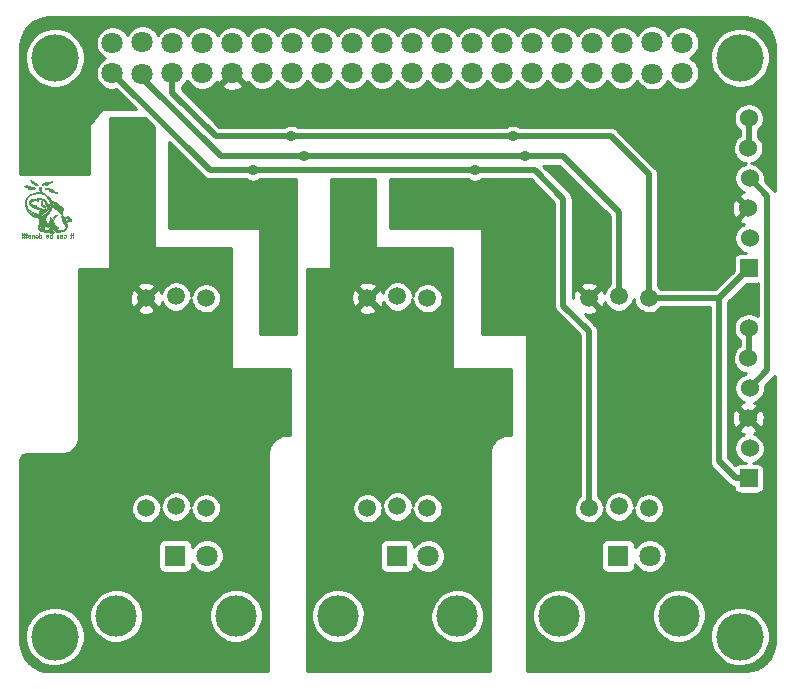
<source format=gbr>
G04 #@! TF.GenerationSoftware,KiCad,Pcbnew,no-vcs-found-7434~57~ubuntu14.04.1*
G04 #@! TF.CreationDate,2017-04-19T10:19:01+02:00*
G04 #@! TF.ProjectId,tentacle-raspi,74656E7461636C652D72617370692E6B,1.0*
G04 #@! TF.FileFunction,Copper,L2,Bot,Signal*
G04 #@! TF.FilePolarity,Positive*
%FSLAX46Y46*%
G04 Gerber Fmt 4.6, Leading zero omitted, Abs format (unit mm)*
G04 Created by KiCad (PCBNEW no-vcs-found-7434~57~ubuntu14.04.1) date Wed Apr 19 10:19:01 2017*
%MOMM*%
%LPD*%
G01*
G04 APERTURE LIST*
%ADD10C,0.150000*%
%ADD11C,0.050000*%
%ADD12C,0.002540*%
%ADD13C,1.524000*%
%ADD14R,1.524000X1.524000*%
%ADD15C,1.500000*%
%ADD16C,1.800000*%
%ADD17R,1.800000X1.800000*%
%ADD18C,3.500000*%
%ADD19C,4.000000*%
%ADD20C,0.889000*%
%ADD21C,0.500000*%
%ADD22C,0.254000*%
%ADD23C,0.203000*%
%ADD24C,0.250000*%
G04 APERTURE END LIST*
D10*
D11*
X5045000Y-19218333D02*
X5045000Y-18868333D01*
X4928333Y-18985000D02*
X4795000Y-18985000D01*
X4878333Y-18868333D02*
X4878333Y-19168333D01*
X4861666Y-19201666D01*
X4828333Y-19218333D01*
X4795000Y-19218333D01*
X4261666Y-19201666D02*
X4295000Y-19218333D01*
X4361666Y-19218333D01*
X4395000Y-19201666D01*
X4411666Y-19185000D01*
X4428333Y-19151666D01*
X4428333Y-19051666D01*
X4411666Y-19018333D01*
X4395000Y-19001666D01*
X4361666Y-18985000D01*
X4295000Y-18985000D01*
X4261666Y-19001666D01*
X3961666Y-19218333D02*
X3961666Y-19035000D01*
X3978333Y-19001666D01*
X4011666Y-18985000D01*
X4078333Y-18985000D01*
X4111666Y-19001666D01*
X3961666Y-19201666D02*
X3995000Y-19218333D01*
X4078333Y-19218333D01*
X4111666Y-19201666D01*
X4128333Y-19168333D01*
X4128333Y-19135000D01*
X4111666Y-19101666D01*
X4078333Y-19085000D01*
X3995000Y-19085000D01*
X3961666Y-19068333D01*
X3795000Y-18985000D02*
X3795000Y-19218333D01*
X3795000Y-19018333D02*
X3778333Y-19001666D01*
X3745000Y-18985000D01*
X3695000Y-18985000D01*
X3661666Y-19001666D01*
X3645000Y-19035000D01*
X3645000Y-19218333D01*
X3211666Y-19218333D02*
X3211666Y-18868333D01*
X3211666Y-19001666D02*
X3178333Y-18985000D01*
X3111666Y-18985000D01*
X3078333Y-19001666D01*
X3061666Y-19018333D01*
X3045000Y-19051666D01*
X3045000Y-19151666D01*
X3061666Y-19185000D01*
X3078333Y-19201666D01*
X3111666Y-19218333D01*
X3178333Y-19218333D01*
X3211666Y-19201666D01*
X2761666Y-19201666D02*
X2795000Y-19218333D01*
X2861666Y-19218333D01*
X2895000Y-19201666D01*
X2911666Y-19168333D01*
X2911666Y-19035000D01*
X2895000Y-19001666D01*
X2861666Y-18985000D01*
X2795000Y-18985000D01*
X2761666Y-19001666D01*
X2745000Y-19035000D01*
X2745000Y-19068333D01*
X2911666Y-19101666D01*
X2178333Y-19218333D02*
X2178333Y-18868333D01*
X2178333Y-19201666D02*
X2211666Y-19218333D01*
X2278333Y-19218333D01*
X2311666Y-19201666D01*
X2328333Y-19185000D01*
X2345000Y-19151666D01*
X2345000Y-19051666D01*
X2328333Y-19018333D01*
X2311666Y-19001666D01*
X2278333Y-18985000D01*
X2211666Y-18985000D01*
X2178333Y-19001666D01*
X1961666Y-19218333D02*
X1995000Y-19201666D01*
X2011666Y-19185000D01*
X2028333Y-19151666D01*
X2028333Y-19051666D01*
X2011666Y-19018333D01*
X1995000Y-19001666D01*
X1961666Y-18985000D01*
X1911666Y-18985000D01*
X1878333Y-19001666D01*
X1861666Y-19018333D01*
X1845000Y-19051666D01*
X1845000Y-19151666D01*
X1861666Y-19185000D01*
X1878333Y-19201666D01*
X1911666Y-19218333D01*
X1961666Y-19218333D01*
X1695000Y-18985000D02*
X1695000Y-19218333D01*
X1695000Y-19018333D02*
X1678333Y-19001666D01*
X1645000Y-18985000D01*
X1595000Y-18985000D01*
X1561666Y-19001666D01*
X1545000Y-19035000D01*
X1545000Y-19218333D01*
X1245000Y-19201666D02*
X1278333Y-19218333D01*
X1345000Y-19218333D01*
X1378333Y-19201666D01*
X1395000Y-19168333D01*
X1395000Y-19035000D01*
X1378333Y-19001666D01*
X1345000Y-18985000D01*
X1278333Y-18985000D01*
X1245000Y-19001666D01*
X1228333Y-19035000D01*
X1228333Y-19068333D01*
X1395000Y-19101666D01*
X1078333Y-19185000D02*
X1061666Y-19201666D01*
X1078333Y-19218333D01*
X1095000Y-19201666D01*
X1078333Y-19185000D01*
X1078333Y-19218333D01*
X1078333Y-19085000D02*
X1095000Y-18885000D01*
X1078333Y-18868333D01*
X1061666Y-18885000D01*
X1078333Y-19085000D01*
X1078333Y-18868333D01*
X911666Y-19185000D02*
X895000Y-19201666D01*
X911666Y-19218333D01*
X928333Y-19201666D01*
X911666Y-19185000D01*
X911666Y-19218333D01*
X911666Y-19085000D02*
X928333Y-18885000D01*
X911666Y-18868333D01*
X895000Y-18885000D01*
X911666Y-19085000D01*
X911666Y-18868333D01*
X745000Y-19185000D02*
X728333Y-19201666D01*
X745000Y-19218333D01*
X761666Y-19201666D01*
X745000Y-19185000D01*
X745000Y-19218333D01*
X745000Y-19085000D02*
X761666Y-18885000D01*
X745000Y-18868333D01*
X728333Y-18885000D01*
X745000Y-19085000D01*
X745000Y-18868333D01*
D12*
G36*
X2002220Y-16118340D02*
X2007300Y-16125960D01*
X2040320Y-16118340D01*
X2045400Y-16087860D01*
X2025080Y-16042140D01*
X2007300Y-16052300D01*
X2002220Y-16118340D01*
X2002220Y-16118340D01*
X2002220Y-16118340D01*
G37*
X2002220Y-16118340D02*
X2007300Y-16125960D01*
X2040320Y-16118340D01*
X2045400Y-16087860D01*
X2025080Y-16042140D01*
X2007300Y-16052300D01*
X2002220Y-16118340D01*
X2002220Y-16118340D01*
G36*
X2655000Y-16783820D02*
X2682940Y-16811760D01*
X2710880Y-16783820D01*
X2682940Y-16755880D01*
X2655000Y-16783820D01*
X2655000Y-16783820D01*
X2655000Y-16783820D01*
G37*
X2655000Y-16783820D02*
X2682940Y-16811760D01*
X2710880Y-16783820D01*
X2682940Y-16755880D01*
X2655000Y-16783820D01*
X2655000Y-16783820D01*
G36*
X1321500Y-16887960D02*
X1362140Y-16938760D01*
X1377380Y-16948920D01*
X1430720Y-16964160D01*
X1433260Y-16956540D01*
X1395160Y-16905740D01*
X1377380Y-16895580D01*
X1326580Y-16880340D01*
X1321500Y-16887960D01*
X1321500Y-16887960D01*
X1321500Y-16887960D01*
G37*
X1321500Y-16887960D02*
X1362140Y-16938760D01*
X1377380Y-16948920D01*
X1430720Y-16964160D01*
X1433260Y-16956540D01*
X1395160Y-16905740D01*
X1377380Y-16895580D01*
X1326580Y-16880340D01*
X1321500Y-16887960D01*
X1321500Y-16887960D01*
G36*
X1557720Y-17119100D02*
X1562800Y-17124180D01*
X1595820Y-17119100D01*
X1600900Y-17088620D01*
X1580580Y-17042900D01*
X1562800Y-17050520D01*
X1557720Y-17119100D01*
X1557720Y-17119100D01*
X1557720Y-17119100D01*
G37*
X1557720Y-17119100D02*
X1562800Y-17124180D01*
X1595820Y-17119100D01*
X1600900Y-17088620D01*
X1580580Y-17042900D01*
X1562800Y-17050520D01*
X1557720Y-17119100D01*
X1557720Y-17119100D01*
G36*
X1301180Y-16115800D02*
X1324040Y-16280900D01*
X1339280Y-16319000D01*
X1410400Y-16463780D01*
X1501840Y-16565380D01*
X1621220Y-16628880D01*
X1621220Y-16570460D01*
X1644080Y-16550140D01*
X1730440Y-16542520D01*
X1750760Y-16555220D01*
X1735520Y-16580620D01*
X1677100Y-16585700D01*
X1621220Y-16570460D01*
X1621220Y-16628880D01*
X1639000Y-16639040D01*
X1852360Y-16712700D01*
X1890460Y-16722860D01*
X2080960Y-16781280D01*
X2177480Y-16829540D01*
X2202880Y-16885420D01*
X2167320Y-16961620D01*
X2157160Y-16974320D01*
X2139380Y-17096240D01*
X2162240Y-17154660D01*
X2182560Y-17230860D01*
X2119060Y-17256260D01*
X2088580Y-17256260D01*
X1943800Y-17228320D01*
X1809180Y-17174980D01*
X1702500Y-17126720D01*
X1659320Y-17139420D01*
X1654240Y-17169900D01*
X1705040Y-17241020D01*
X1829500Y-17301980D01*
X1994600Y-17347700D01*
X2159700Y-17368020D01*
X2294320Y-17355320D01*
X2342580Y-17329920D01*
X2373060Y-17246100D01*
X2378140Y-17192760D01*
X2423860Y-17108940D01*
X2568640Y-17042900D01*
X2596580Y-17032740D01*
X2779460Y-16954000D01*
X2926780Y-16829540D01*
X3015680Y-16689840D01*
X3025840Y-16575540D01*
X3025840Y-16494260D01*
X3051240Y-16479020D01*
X3099500Y-16435840D01*
X3099500Y-16415520D01*
X3058860Y-16377420D01*
X3023300Y-16382500D01*
X2919160Y-16377420D01*
X2886140Y-16354560D01*
X2850580Y-16341860D01*
X2848040Y-16425680D01*
X2855660Y-16484100D01*
X2860740Y-16639040D01*
X2799780Y-16748260D01*
X2764220Y-16783820D01*
X2667700Y-16852400D01*
X2619440Y-16832080D01*
X2614360Y-16824460D01*
X2563560Y-16758420D01*
X2520380Y-16778740D01*
X2522920Y-16852400D01*
X2535620Y-16910820D01*
X2502600Y-16877800D01*
X2375600Y-16768580D01*
X2192720Y-16682220D01*
X2002220Y-16644120D01*
X1984440Y-16644120D01*
X1867600Y-16626340D01*
X1821880Y-16588240D01*
X1865060Y-16534900D01*
X1877760Y-16532360D01*
X1931100Y-16489180D01*
X1933640Y-16473940D01*
X1890460Y-16440920D01*
X1826960Y-16448540D01*
X1644080Y-16461240D01*
X1478980Y-16390120D01*
X1385000Y-16275820D01*
X1331660Y-16143740D01*
X1334200Y-16100560D01*
X1397700Y-16136120D01*
X1402780Y-16141200D01*
X1484060Y-16174220D01*
X1514540Y-16151360D01*
X1580580Y-16105640D01*
X1720280Y-16042140D01*
X1829500Y-16004040D01*
X2124140Y-15943080D01*
X2360360Y-15976100D01*
X2538160Y-16103100D01*
X2616900Y-16227560D01*
X2690560Y-16400280D01*
X2705800Y-16494260D01*
X2662620Y-16532360D01*
X2634680Y-16532360D01*
X2522920Y-16484100D01*
X2439100Y-16354560D01*
X2418780Y-16265660D01*
X2385760Y-16138660D01*
X2352740Y-16115800D01*
X2327340Y-16197080D01*
X2322260Y-16301220D01*
X2342580Y-16479020D01*
X2406080Y-16570460D01*
X2418780Y-16580620D01*
X2568640Y-16606020D01*
X2700720Y-16537440D01*
X2779460Y-16400280D01*
X2784540Y-16385040D01*
X2766760Y-16212320D01*
X2662620Y-16062460D01*
X2487360Y-15953240D01*
X2268920Y-15889740D01*
X2022540Y-15887200D01*
X1900620Y-15912600D01*
X1717740Y-15953240D01*
X1562800Y-15976100D01*
X1522160Y-15978640D01*
X1367220Y-16014200D01*
X1301180Y-16115800D01*
X1301180Y-16115800D01*
X1301180Y-16115800D01*
G37*
X1301180Y-16115800D02*
X1324040Y-16280900D01*
X1339280Y-16319000D01*
X1410400Y-16463780D01*
X1501840Y-16565380D01*
X1621220Y-16628880D01*
X1621220Y-16570460D01*
X1644080Y-16550140D01*
X1730440Y-16542520D01*
X1750760Y-16555220D01*
X1735520Y-16580620D01*
X1677100Y-16585700D01*
X1621220Y-16570460D01*
X1621220Y-16628880D01*
X1639000Y-16639040D01*
X1852360Y-16712700D01*
X1890460Y-16722860D01*
X2080960Y-16781280D01*
X2177480Y-16829540D01*
X2202880Y-16885420D01*
X2167320Y-16961620D01*
X2157160Y-16974320D01*
X2139380Y-17096240D01*
X2162240Y-17154660D01*
X2182560Y-17230860D01*
X2119060Y-17256260D01*
X2088580Y-17256260D01*
X1943800Y-17228320D01*
X1809180Y-17174980D01*
X1702500Y-17126720D01*
X1659320Y-17139420D01*
X1654240Y-17169900D01*
X1705040Y-17241020D01*
X1829500Y-17301980D01*
X1994600Y-17347700D01*
X2159700Y-17368020D01*
X2294320Y-17355320D01*
X2342580Y-17329920D01*
X2373060Y-17246100D01*
X2378140Y-17192760D01*
X2423860Y-17108940D01*
X2568640Y-17042900D01*
X2596580Y-17032740D01*
X2779460Y-16954000D01*
X2926780Y-16829540D01*
X3015680Y-16689840D01*
X3025840Y-16575540D01*
X3025840Y-16494260D01*
X3051240Y-16479020D01*
X3099500Y-16435840D01*
X3099500Y-16415520D01*
X3058860Y-16377420D01*
X3023300Y-16382500D01*
X2919160Y-16377420D01*
X2886140Y-16354560D01*
X2850580Y-16341860D01*
X2848040Y-16425680D01*
X2855660Y-16484100D01*
X2860740Y-16639040D01*
X2799780Y-16748260D01*
X2764220Y-16783820D01*
X2667700Y-16852400D01*
X2619440Y-16832080D01*
X2614360Y-16824460D01*
X2563560Y-16758420D01*
X2520380Y-16778740D01*
X2522920Y-16852400D01*
X2535620Y-16910820D01*
X2502600Y-16877800D01*
X2375600Y-16768580D01*
X2192720Y-16682220D01*
X2002220Y-16644120D01*
X1984440Y-16644120D01*
X1867600Y-16626340D01*
X1821880Y-16588240D01*
X1865060Y-16534900D01*
X1877760Y-16532360D01*
X1931100Y-16489180D01*
X1933640Y-16473940D01*
X1890460Y-16440920D01*
X1826960Y-16448540D01*
X1644080Y-16461240D01*
X1478980Y-16390120D01*
X1385000Y-16275820D01*
X1331660Y-16143740D01*
X1334200Y-16100560D01*
X1397700Y-16136120D01*
X1402780Y-16141200D01*
X1484060Y-16174220D01*
X1514540Y-16151360D01*
X1580580Y-16105640D01*
X1720280Y-16042140D01*
X1829500Y-16004040D01*
X2124140Y-15943080D01*
X2360360Y-15976100D01*
X2538160Y-16103100D01*
X2616900Y-16227560D01*
X2690560Y-16400280D01*
X2705800Y-16494260D01*
X2662620Y-16532360D01*
X2634680Y-16532360D01*
X2522920Y-16484100D01*
X2439100Y-16354560D01*
X2418780Y-16265660D01*
X2385760Y-16138660D01*
X2352740Y-16115800D01*
X2327340Y-16197080D01*
X2322260Y-16301220D01*
X2342580Y-16479020D01*
X2406080Y-16570460D01*
X2418780Y-16580620D01*
X2568640Y-16606020D01*
X2700720Y-16537440D01*
X2779460Y-16400280D01*
X2784540Y-16385040D01*
X2766760Y-16212320D01*
X2662620Y-16062460D01*
X2487360Y-15953240D01*
X2268920Y-15889740D01*
X2022540Y-15887200D01*
X1900620Y-15912600D01*
X1717740Y-15953240D01*
X1562800Y-15976100D01*
X1522160Y-15978640D01*
X1367220Y-16014200D01*
X1301180Y-16115800D01*
X1301180Y-16115800D01*
G36*
X1420560Y-14373360D02*
X1440880Y-14434320D01*
X1501840Y-14505440D01*
X1616140Y-14599420D01*
X1755840Y-14683240D01*
X1895540Y-14749280D01*
X1999680Y-14779760D01*
X2045400Y-14761980D01*
X2045400Y-14759440D01*
X1997140Y-14701020D01*
X1941260Y-14673080D01*
X1829500Y-14612120D01*
X1697420Y-14513060D01*
X1687260Y-14502900D01*
X1562800Y-14408920D01*
X1468820Y-14365740D01*
X1420560Y-14373360D01*
X1420560Y-14373360D01*
X1420560Y-14373360D01*
G37*
X1420560Y-14373360D02*
X1440880Y-14434320D01*
X1501840Y-14505440D01*
X1616140Y-14599420D01*
X1755840Y-14683240D01*
X1895540Y-14749280D01*
X1999680Y-14779760D01*
X2045400Y-14761980D01*
X2045400Y-14759440D01*
X1997140Y-14701020D01*
X1941260Y-14673080D01*
X1829500Y-14612120D01*
X1697420Y-14513060D01*
X1687260Y-14502900D01*
X1562800Y-14408920D01*
X1468820Y-14365740D01*
X1420560Y-14373360D01*
X1420560Y-14373360D01*
G36*
X2378140Y-14734040D02*
X2395920Y-14779760D01*
X2459420Y-14759440D01*
X2512760Y-14723880D01*
X2609280Y-14670540D01*
X2652460Y-14683240D01*
X2665160Y-14718800D01*
X2695640Y-14754360D01*
X2774380Y-14741660D01*
X2916620Y-14680700D01*
X3015680Y-14629900D01*
X3173160Y-14543540D01*
X3269680Y-14474960D01*
X3287460Y-14439400D01*
X3284920Y-14439400D01*
X3193480Y-14447020D01*
X3061400Y-14497820D01*
X3051240Y-14502900D01*
X2911540Y-14551160D01*
X2802320Y-14556240D01*
X2797240Y-14553700D01*
X2682940Y-14551160D01*
X2545780Y-14589260D01*
X2428940Y-14657840D01*
X2378140Y-14734040D01*
X2378140Y-14734040D01*
X2378140Y-14734040D01*
X2378140Y-14734040D01*
G37*
X2378140Y-14734040D02*
X2395920Y-14779760D01*
X2459420Y-14759440D01*
X2512760Y-14723880D01*
X2609280Y-14670540D01*
X2652460Y-14683240D01*
X2665160Y-14718800D01*
X2695640Y-14754360D01*
X2774380Y-14741660D01*
X2916620Y-14680700D01*
X3015680Y-14629900D01*
X3173160Y-14543540D01*
X3269680Y-14474960D01*
X3287460Y-14439400D01*
X3284920Y-14439400D01*
X3193480Y-14447020D01*
X3061400Y-14497820D01*
X3051240Y-14502900D01*
X2911540Y-14551160D01*
X2802320Y-14556240D01*
X2797240Y-14553700D01*
X2682940Y-14551160D01*
X2545780Y-14589260D01*
X2428940Y-14657840D01*
X2378140Y-14734040D01*
X2378140Y-14734040D01*
X2378140Y-14734040D01*
G36*
X879540Y-14866120D02*
X927800Y-14904220D01*
X1042100Y-14922000D01*
X1042100Y-14922000D01*
X1158940Y-14937240D01*
X1181800Y-14985500D01*
X1176720Y-15005820D01*
X1176720Y-15051540D01*
X1237680Y-15079480D01*
X1382460Y-15087100D01*
X1478980Y-15087100D01*
X1664400Y-15079480D01*
X1799020Y-15059160D01*
X1849820Y-15033760D01*
X1824420Y-14995660D01*
X1707580Y-14977880D01*
X1664400Y-14977880D01*
X1489140Y-14955020D01*
X1412940Y-14894060D01*
X1349440Y-14848340D01*
X1224980Y-14817860D01*
X1077660Y-14807700D01*
X950660Y-14817860D01*
X882080Y-14853420D01*
X879540Y-14866120D01*
X879540Y-14866120D01*
X879540Y-14866120D01*
G37*
X879540Y-14866120D02*
X927800Y-14904220D01*
X1042100Y-14922000D01*
X1042100Y-14922000D01*
X1158940Y-14937240D01*
X1181800Y-14985500D01*
X1176720Y-15005820D01*
X1176720Y-15051540D01*
X1237680Y-15079480D01*
X1382460Y-15087100D01*
X1478980Y-15087100D01*
X1664400Y-15079480D01*
X1799020Y-15059160D01*
X1849820Y-15033760D01*
X1824420Y-14995660D01*
X1707580Y-14977880D01*
X1664400Y-14977880D01*
X1489140Y-14955020D01*
X1412940Y-14894060D01*
X1349440Y-14848340D01*
X1224980Y-14817860D01*
X1077660Y-14807700D01*
X950660Y-14817860D01*
X882080Y-14853420D01*
X879540Y-14866120D01*
X879540Y-14866120D01*
G36*
X2624520Y-15079480D02*
X2698180Y-15120120D01*
X2840420Y-15142980D01*
X2893760Y-15145520D01*
X3033460Y-15153140D01*
X3069020Y-15176000D01*
X3046160Y-15198860D01*
X2995360Y-15239500D01*
X3000440Y-15272520D01*
X3076640Y-15308080D01*
X3239200Y-15358880D01*
X3330640Y-15386820D01*
X3546540Y-15447780D01*
X3665920Y-15470640D01*
X3698940Y-15457940D01*
X3658300Y-15412220D01*
X3632900Y-15391900D01*
X3505900Y-15325860D01*
X3422080Y-15310620D01*
X3338260Y-15275060D01*
X3320480Y-15234420D01*
X3302700Y-15170920D01*
X3226500Y-15122660D01*
X3079180Y-15087100D01*
X2870900Y-15054080D01*
X2700720Y-15038840D01*
X2624520Y-15049000D01*
X2624520Y-15079480D01*
X2624520Y-15079480D01*
X2624520Y-15079480D01*
G37*
X2624520Y-15079480D02*
X2698180Y-15120120D01*
X2840420Y-15142980D01*
X2893760Y-15145520D01*
X3033460Y-15153140D01*
X3069020Y-15176000D01*
X3046160Y-15198860D01*
X2995360Y-15239500D01*
X3000440Y-15272520D01*
X3076640Y-15308080D01*
X3239200Y-15358880D01*
X3330640Y-15386820D01*
X3546540Y-15447780D01*
X3665920Y-15470640D01*
X3698940Y-15457940D01*
X3658300Y-15412220D01*
X3632900Y-15391900D01*
X3505900Y-15325860D01*
X3422080Y-15310620D01*
X3338260Y-15275060D01*
X3320480Y-15234420D01*
X3302700Y-15170920D01*
X3226500Y-15122660D01*
X3079180Y-15087100D01*
X2870900Y-15054080D01*
X2700720Y-15038840D01*
X2624520Y-15049000D01*
X2624520Y-15079480D01*
X2624520Y-15079480D01*
G36*
X3711640Y-16395200D02*
X3739580Y-16420600D01*
X3767520Y-16395200D01*
X3739580Y-16367260D01*
X3711640Y-16395200D01*
X3711640Y-16395200D01*
X3711640Y-16395200D01*
G37*
X3711640Y-16395200D02*
X3739580Y-16420600D01*
X3767520Y-16395200D01*
X3739580Y-16367260D01*
X3711640Y-16395200D01*
X3711640Y-16395200D01*
G36*
X3988500Y-17388340D02*
X4029140Y-17439140D01*
X4044380Y-17449300D01*
X4097720Y-17464540D01*
X4100260Y-17456920D01*
X4062160Y-17406120D01*
X4044380Y-17395960D01*
X3993580Y-17380720D01*
X3988500Y-17388340D01*
X3988500Y-17388340D01*
X3988500Y-17388340D01*
G37*
X3988500Y-17388340D02*
X4029140Y-17439140D01*
X4044380Y-17449300D01*
X4097720Y-17464540D01*
X4100260Y-17456920D01*
X4062160Y-17406120D01*
X4044380Y-17395960D01*
X3993580Y-17380720D01*
X3988500Y-17388340D01*
X3988500Y-17388340D01*
G36*
X943040Y-16199620D02*
X958280Y-16499340D01*
X1031940Y-16707620D01*
X1031940Y-16397740D01*
X1039560Y-16125960D01*
X1125920Y-15887200D01*
X1194500Y-15798300D01*
X1387540Y-15650980D01*
X1649160Y-15544300D01*
X1943800Y-15485880D01*
X2235900Y-15478260D01*
X2484820Y-15534140D01*
X2533080Y-15557000D01*
X2759140Y-15722100D01*
X2952180Y-15950700D01*
X3091880Y-16212320D01*
X3155380Y-16466320D01*
X3155380Y-16504420D01*
X3107120Y-16735560D01*
X2975040Y-16969240D01*
X2782000Y-17177520D01*
X2670240Y-17258800D01*
X2362900Y-17390880D01*
X2042860Y-17416280D01*
X1712660Y-17332460D01*
X1679640Y-17317220D01*
X1430720Y-17154660D01*
X1235140Y-16931140D01*
X1100520Y-16672060D01*
X1031940Y-16397740D01*
X1031940Y-16707620D01*
X1064960Y-16804140D01*
X1265620Y-17103860D01*
X1278320Y-17114020D01*
X1435800Y-17271500D01*
X1605980Y-17380720D01*
X1826960Y-17459460D01*
X1997140Y-17500100D01*
X2129220Y-17576300D01*
X2187640Y-17731240D01*
X2164780Y-17952220D01*
X2124140Y-18089380D01*
X2065720Y-18300200D01*
X2060640Y-18472920D01*
X2065720Y-18495780D01*
X2111440Y-18602460D01*
X2124140Y-18607540D01*
X2124140Y-18378940D01*
X2139380Y-18290040D01*
X2182560Y-18196060D01*
X2228280Y-18099540D01*
X2246060Y-18089380D01*
X2240980Y-18107160D01*
X2240980Y-18203680D01*
X2279080Y-18302740D01*
X2329880Y-18371320D01*
X2380680Y-18378940D01*
X2395920Y-18356080D01*
X2418780Y-18328140D01*
X2428940Y-18378940D01*
X2390840Y-18457680D01*
X2289240Y-18475460D01*
X2167320Y-18429740D01*
X2124140Y-18378940D01*
X2124140Y-18607540D01*
X2205420Y-18640560D01*
X2284160Y-18645640D01*
X2322260Y-18648180D01*
X2322260Y-18561820D01*
X2350200Y-18533880D01*
X2378140Y-18561820D01*
X2350200Y-18587220D01*
X2322260Y-18561820D01*
X2322260Y-18648180D01*
X2426400Y-18658340D01*
X2517840Y-18693900D01*
X2520380Y-18693900D01*
X2576260Y-18719300D01*
X2576260Y-18462760D01*
X2588960Y-18290040D01*
X2621980Y-18201140D01*
X2690560Y-18165580D01*
X2779460Y-18155420D01*
X2916620Y-18135100D01*
X2980120Y-18112240D01*
X2952180Y-18094460D01*
X2863280Y-18089380D01*
X2743900Y-18074140D01*
X2690560Y-18046200D01*
X2721040Y-18018260D01*
X2830260Y-18005560D01*
X2848040Y-18005560D01*
X2982660Y-18030960D01*
X3020760Y-18091920D01*
X2969960Y-18155420D01*
X2845500Y-18201140D01*
X2741360Y-18234160D01*
X2748980Y-18272260D01*
X2754060Y-18272260D01*
X2860740Y-18295120D01*
X2934400Y-18282420D01*
X3013140Y-18262100D01*
X3038540Y-18284960D01*
X3015680Y-18376400D01*
X2987740Y-18462760D01*
X2934400Y-18574520D01*
X2858200Y-18607540D01*
X2748980Y-18592300D01*
X2611820Y-18536420D01*
X2576260Y-18462760D01*
X2576260Y-18719300D01*
X2604200Y-18729460D01*
X2761680Y-18759940D01*
X2957260Y-18782800D01*
X3155380Y-18792960D01*
X3325560Y-18790420D01*
X3437320Y-18775180D01*
X3457640Y-18762480D01*
X3439860Y-18716760D01*
X3315400Y-18698980D01*
X3302700Y-18698980D01*
X3145220Y-18681200D01*
X3074100Y-18635480D01*
X3099500Y-18571980D01*
X3150300Y-18536420D01*
X3315400Y-18480540D01*
X3437320Y-18526260D01*
X3500820Y-18622780D01*
X3549080Y-18704060D01*
X3607500Y-18744700D01*
X3655760Y-18747240D01*
X3655760Y-18617700D01*
X3683700Y-18587220D01*
X3711640Y-18617700D01*
X3683700Y-18645640D01*
X3655760Y-18617700D01*
X3655760Y-18747240D01*
X3716720Y-18749780D01*
X3879280Y-18737080D01*
X4125660Y-18704060D01*
X4280600Y-18665960D01*
X4359340Y-18612620D01*
X4377120Y-18546580D01*
X4420300Y-18444980D01*
X4468560Y-18396720D01*
X4514280Y-18315440D01*
X4529520Y-18201140D01*
X4509200Y-18089380D01*
X4466020Y-18015720D01*
X4415220Y-18013180D01*
X4402520Y-18008100D01*
X4458400Y-17947140D01*
X4460940Y-17944600D01*
X4577780Y-17832840D01*
X4648900Y-17754100D01*
X4704780Y-17700760D01*
X4702240Y-17738860D01*
X4694620Y-17764260D01*
X4697160Y-17837920D01*
X4770820Y-17850620D01*
X4849560Y-17817600D01*
X4844480Y-17738860D01*
X4765740Y-17581380D01*
X4651440Y-17472160D01*
X4532060Y-17421360D01*
X4430460Y-17449300D01*
X4402520Y-17482320D01*
X4339020Y-17497560D01*
X4262820Y-17444220D01*
X4181540Y-17385800D01*
X4161220Y-17406120D01*
X4199320Y-17515340D01*
X4239960Y-17604240D01*
X4290760Y-17716000D01*
X4293300Y-17736320D01*
X4245040Y-17672820D01*
X4232340Y-17657580D01*
X4138360Y-17553440D01*
X4087560Y-17543280D01*
X4097720Y-17624560D01*
X4135820Y-17713460D01*
X4214560Y-17888720D01*
X4267900Y-18058900D01*
X4267900Y-18061440D01*
X4311080Y-18173200D01*
X4366960Y-18213840D01*
X4369500Y-18213840D01*
X4387280Y-18218920D01*
X4387280Y-17771880D01*
X4387280Y-17685520D01*
X4440620Y-17578840D01*
X4504120Y-17543280D01*
X4582860Y-17563600D01*
X4595560Y-17639800D01*
X4537140Y-17738860D01*
X4534600Y-17743940D01*
X4438080Y-17807440D01*
X4387280Y-17771880D01*
X4387280Y-18218920D01*
X4427920Y-18229080D01*
X4407600Y-18312900D01*
X4323780Y-18434820D01*
X4191700Y-18544040D01*
X4026600Y-18607540D01*
X3864040Y-18612620D01*
X3747200Y-18559280D01*
X3734500Y-18544040D01*
X3693860Y-18455140D01*
X3726880Y-18411960D01*
X3734500Y-18366240D01*
X3645600Y-18307820D01*
X3526220Y-18213840D01*
X3424620Y-18069060D01*
X3411920Y-18041120D01*
X3350960Y-17804900D01*
X3391600Y-17604240D01*
X3528760Y-17449300D01*
X3592260Y-17413740D01*
X3701480Y-17337540D01*
X3714180Y-17286740D01*
X3640520Y-17279120D01*
X3526220Y-17317220D01*
X3419540Y-17398500D01*
X3320480Y-17522960D01*
X3254440Y-17652500D01*
X3241740Y-17754100D01*
X3246820Y-17766800D01*
X3231580Y-17807440D01*
X3213800Y-17812520D01*
X3173160Y-17761720D01*
X3157920Y-17644880D01*
X3155380Y-17642340D01*
X3140140Y-17530580D01*
X3102040Y-17505180D01*
X3099500Y-17505180D01*
X3061400Y-17578840D01*
X3046160Y-17713460D01*
X3046160Y-17726160D01*
X3008060Y-17881100D01*
X2919160Y-17962380D01*
X2807400Y-17967460D01*
X2705800Y-17898880D01*
X2642300Y-17749020D01*
X2639760Y-17738860D01*
X2642300Y-17538200D01*
X2731200Y-17365480D01*
X2875980Y-17220700D01*
X2992820Y-17091160D01*
X3102040Y-16913360D01*
X3127440Y-16857480D01*
X3193480Y-16710160D01*
X3226500Y-16639040D01*
X3226500Y-16288520D01*
X3284920Y-16270740D01*
X3338260Y-16285980D01*
X3399220Y-16354560D01*
X3396680Y-16397740D01*
X3335720Y-16471400D01*
X3272220Y-16440920D01*
X3244280Y-16387580D01*
X3226500Y-16288520D01*
X3226500Y-16639040D01*
X3239200Y-16613640D01*
X3249360Y-16595860D01*
X3305240Y-16603480D01*
X3419540Y-16677140D01*
X3544000Y-16778740D01*
X3544000Y-16339320D01*
X3571940Y-16311380D01*
X3599880Y-16339320D01*
X3571940Y-16367260D01*
X3544000Y-16339320D01*
X3544000Y-16778740D01*
X3571940Y-16804140D01*
X3742120Y-16964160D01*
X3815780Y-17037820D01*
X3983420Y-17202920D01*
X4092640Y-17291820D01*
X4138360Y-17301980D01*
X4115500Y-17230860D01*
X4107880Y-17213080D01*
X4092640Y-17086080D01*
X4133280Y-17007340D01*
X4194240Y-16908280D01*
X4212020Y-16857480D01*
X4173920Y-16773660D01*
X4077400Y-16659360D01*
X3958020Y-16545060D01*
X3846260Y-16461240D01*
X3775140Y-16435840D01*
X3698940Y-16407900D01*
X3686240Y-16367260D01*
X3632900Y-16296140D01*
X3490660Y-16227560D01*
X3419540Y-16202160D01*
X3267140Y-16146280D01*
X3170620Y-16087860D01*
X3155380Y-16062460D01*
X3112200Y-15958320D01*
X3005520Y-15818620D01*
X2855660Y-15666220D01*
X2688020Y-15529060D01*
X2530540Y-15427460D01*
X2502600Y-15414760D01*
X2352740Y-15346180D01*
X2286700Y-15287760D01*
X2276540Y-15201400D01*
X2291780Y-15115040D01*
X2307020Y-14982960D01*
X2279080Y-14927080D01*
X2240980Y-14922000D01*
X2187640Y-14942320D01*
X2174940Y-15026140D01*
X2190180Y-15142980D01*
X2225740Y-15366500D01*
X1979360Y-15366500D01*
X1720280Y-15404600D01*
X1448500Y-15508740D01*
X1189420Y-15689080D01*
X1021780Y-15927840D01*
X943040Y-16199620D01*
X943040Y-16199620D01*
X943040Y-16199620D01*
G37*
X943040Y-16199620D02*
X958280Y-16499340D01*
X1031940Y-16707620D01*
X1031940Y-16397740D01*
X1039560Y-16125960D01*
X1125920Y-15887200D01*
X1194500Y-15798300D01*
X1387540Y-15650980D01*
X1649160Y-15544300D01*
X1943800Y-15485880D01*
X2235900Y-15478260D01*
X2484820Y-15534140D01*
X2533080Y-15557000D01*
X2759140Y-15722100D01*
X2952180Y-15950700D01*
X3091880Y-16212320D01*
X3155380Y-16466320D01*
X3155380Y-16504420D01*
X3107120Y-16735560D01*
X2975040Y-16969240D01*
X2782000Y-17177520D01*
X2670240Y-17258800D01*
X2362900Y-17390880D01*
X2042860Y-17416280D01*
X1712660Y-17332460D01*
X1679640Y-17317220D01*
X1430720Y-17154660D01*
X1235140Y-16931140D01*
X1100520Y-16672060D01*
X1031940Y-16397740D01*
X1031940Y-16707620D01*
X1064960Y-16804140D01*
X1265620Y-17103860D01*
X1278320Y-17114020D01*
X1435800Y-17271500D01*
X1605980Y-17380720D01*
X1826960Y-17459460D01*
X1997140Y-17500100D01*
X2129220Y-17576300D01*
X2187640Y-17731240D01*
X2164780Y-17952220D01*
X2124140Y-18089380D01*
X2065720Y-18300200D01*
X2060640Y-18472920D01*
X2065720Y-18495780D01*
X2111440Y-18602460D01*
X2124140Y-18607540D01*
X2124140Y-18378940D01*
X2139380Y-18290040D01*
X2182560Y-18196060D01*
X2228280Y-18099540D01*
X2246060Y-18089380D01*
X2240980Y-18107160D01*
X2240980Y-18203680D01*
X2279080Y-18302740D01*
X2329880Y-18371320D01*
X2380680Y-18378940D01*
X2395920Y-18356080D01*
X2418780Y-18328140D01*
X2428940Y-18378940D01*
X2390840Y-18457680D01*
X2289240Y-18475460D01*
X2167320Y-18429740D01*
X2124140Y-18378940D01*
X2124140Y-18607540D01*
X2205420Y-18640560D01*
X2284160Y-18645640D01*
X2322260Y-18648180D01*
X2322260Y-18561820D01*
X2350200Y-18533880D01*
X2378140Y-18561820D01*
X2350200Y-18587220D01*
X2322260Y-18561820D01*
X2322260Y-18648180D01*
X2426400Y-18658340D01*
X2517840Y-18693900D01*
X2520380Y-18693900D01*
X2576260Y-18719300D01*
X2576260Y-18462760D01*
X2588960Y-18290040D01*
X2621980Y-18201140D01*
X2690560Y-18165580D01*
X2779460Y-18155420D01*
X2916620Y-18135100D01*
X2980120Y-18112240D01*
X2952180Y-18094460D01*
X2863280Y-18089380D01*
X2743900Y-18074140D01*
X2690560Y-18046200D01*
X2721040Y-18018260D01*
X2830260Y-18005560D01*
X2848040Y-18005560D01*
X2982660Y-18030960D01*
X3020760Y-18091920D01*
X2969960Y-18155420D01*
X2845500Y-18201140D01*
X2741360Y-18234160D01*
X2748980Y-18272260D01*
X2754060Y-18272260D01*
X2860740Y-18295120D01*
X2934400Y-18282420D01*
X3013140Y-18262100D01*
X3038540Y-18284960D01*
X3015680Y-18376400D01*
X2987740Y-18462760D01*
X2934400Y-18574520D01*
X2858200Y-18607540D01*
X2748980Y-18592300D01*
X2611820Y-18536420D01*
X2576260Y-18462760D01*
X2576260Y-18719300D01*
X2604200Y-18729460D01*
X2761680Y-18759940D01*
X2957260Y-18782800D01*
X3155380Y-18792960D01*
X3325560Y-18790420D01*
X3437320Y-18775180D01*
X3457640Y-18762480D01*
X3439860Y-18716760D01*
X3315400Y-18698980D01*
X3302700Y-18698980D01*
X3145220Y-18681200D01*
X3074100Y-18635480D01*
X3099500Y-18571980D01*
X3150300Y-18536420D01*
X3315400Y-18480540D01*
X3437320Y-18526260D01*
X3500820Y-18622780D01*
X3549080Y-18704060D01*
X3607500Y-18744700D01*
X3655760Y-18747240D01*
X3655760Y-18617700D01*
X3683700Y-18587220D01*
X3711640Y-18617700D01*
X3683700Y-18645640D01*
X3655760Y-18617700D01*
X3655760Y-18747240D01*
X3716720Y-18749780D01*
X3879280Y-18737080D01*
X4125660Y-18704060D01*
X4280600Y-18665960D01*
X4359340Y-18612620D01*
X4377120Y-18546580D01*
X4420300Y-18444980D01*
X4468560Y-18396720D01*
X4514280Y-18315440D01*
X4529520Y-18201140D01*
X4509200Y-18089380D01*
X4466020Y-18015720D01*
X4415220Y-18013180D01*
X4402520Y-18008100D01*
X4458400Y-17947140D01*
X4460940Y-17944600D01*
X4577780Y-17832840D01*
X4648900Y-17754100D01*
X4704780Y-17700760D01*
X4702240Y-17738860D01*
X4694620Y-17764260D01*
X4697160Y-17837920D01*
X4770820Y-17850620D01*
X4849560Y-17817600D01*
X4844480Y-17738860D01*
X4765740Y-17581380D01*
X4651440Y-17472160D01*
X4532060Y-17421360D01*
X4430460Y-17449300D01*
X4402520Y-17482320D01*
X4339020Y-17497560D01*
X4262820Y-17444220D01*
X4181540Y-17385800D01*
X4161220Y-17406120D01*
X4199320Y-17515340D01*
X4239960Y-17604240D01*
X4290760Y-17716000D01*
X4293300Y-17736320D01*
X4245040Y-17672820D01*
X4232340Y-17657580D01*
X4138360Y-17553440D01*
X4087560Y-17543280D01*
X4097720Y-17624560D01*
X4135820Y-17713460D01*
X4214560Y-17888720D01*
X4267900Y-18058900D01*
X4267900Y-18061440D01*
X4311080Y-18173200D01*
X4366960Y-18213840D01*
X4369500Y-18213840D01*
X4387280Y-18218920D01*
X4387280Y-17771880D01*
X4387280Y-17685520D01*
X4440620Y-17578840D01*
X4504120Y-17543280D01*
X4582860Y-17563600D01*
X4595560Y-17639800D01*
X4537140Y-17738860D01*
X4534600Y-17743940D01*
X4438080Y-17807440D01*
X4387280Y-17771880D01*
X4387280Y-18218920D01*
X4427920Y-18229080D01*
X4407600Y-18312900D01*
X4323780Y-18434820D01*
X4191700Y-18544040D01*
X4026600Y-18607540D01*
X3864040Y-18612620D01*
X3747200Y-18559280D01*
X3734500Y-18544040D01*
X3693860Y-18455140D01*
X3726880Y-18411960D01*
X3734500Y-18366240D01*
X3645600Y-18307820D01*
X3526220Y-18213840D01*
X3424620Y-18069060D01*
X3411920Y-18041120D01*
X3350960Y-17804900D01*
X3391600Y-17604240D01*
X3528760Y-17449300D01*
X3592260Y-17413740D01*
X3701480Y-17337540D01*
X3714180Y-17286740D01*
X3640520Y-17279120D01*
X3526220Y-17317220D01*
X3419540Y-17398500D01*
X3320480Y-17522960D01*
X3254440Y-17652500D01*
X3241740Y-17754100D01*
X3246820Y-17766800D01*
X3231580Y-17807440D01*
X3213800Y-17812520D01*
X3173160Y-17761720D01*
X3157920Y-17644880D01*
X3155380Y-17642340D01*
X3140140Y-17530580D01*
X3102040Y-17505180D01*
X3099500Y-17505180D01*
X3061400Y-17578840D01*
X3046160Y-17713460D01*
X3046160Y-17726160D01*
X3008060Y-17881100D01*
X2919160Y-17962380D01*
X2807400Y-17967460D01*
X2705800Y-17898880D01*
X2642300Y-17749020D01*
X2639760Y-17738860D01*
X2642300Y-17538200D01*
X2731200Y-17365480D01*
X2875980Y-17220700D01*
X2992820Y-17091160D01*
X3102040Y-16913360D01*
X3127440Y-16857480D01*
X3193480Y-16710160D01*
X3226500Y-16639040D01*
X3226500Y-16288520D01*
X3284920Y-16270740D01*
X3338260Y-16285980D01*
X3399220Y-16354560D01*
X3396680Y-16397740D01*
X3335720Y-16471400D01*
X3272220Y-16440920D01*
X3244280Y-16387580D01*
X3226500Y-16288520D01*
X3226500Y-16639040D01*
X3239200Y-16613640D01*
X3249360Y-16595860D01*
X3305240Y-16603480D01*
X3419540Y-16677140D01*
X3544000Y-16778740D01*
X3544000Y-16339320D01*
X3571940Y-16311380D01*
X3599880Y-16339320D01*
X3571940Y-16367260D01*
X3544000Y-16339320D01*
X3544000Y-16778740D01*
X3571940Y-16804140D01*
X3742120Y-16964160D01*
X3815780Y-17037820D01*
X3983420Y-17202920D01*
X4092640Y-17291820D01*
X4138360Y-17301980D01*
X4115500Y-17230860D01*
X4107880Y-17213080D01*
X4092640Y-17086080D01*
X4133280Y-17007340D01*
X4194240Y-16908280D01*
X4212020Y-16857480D01*
X4173920Y-16773660D01*
X4077400Y-16659360D01*
X3958020Y-16545060D01*
X3846260Y-16461240D01*
X3775140Y-16435840D01*
X3698940Y-16407900D01*
X3686240Y-16367260D01*
X3632900Y-16296140D01*
X3490660Y-16227560D01*
X3419540Y-16202160D01*
X3267140Y-16146280D01*
X3170620Y-16087860D01*
X3155380Y-16062460D01*
X3112200Y-15958320D01*
X3005520Y-15818620D01*
X2855660Y-15666220D01*
X2688020Y-15529060D01*
X2530540Y-15427460D01*
X2502600Y-15414760D01*
X2352740Y-15346180D01*
X2286700Y-15287760D01*
X2276540Y-15201400D01*
X2291780Y-15115040D01*
X2307020Y-14982960D01*
X2279080Y-14927080D01*
X2240980Y-14922000D01*
X2187640Y-14942320D01*
X2174940Y-15026140D01*
X2190180Y-15142980D01*
X2225740Y-15366500D01*
X1979360Y-15366500D01*
X1720280Y-15404600D01*
X1448500Y-15508740D01*
X1189420Y-15689080D01*
X1021780Y-15927840D01*
X943040Y-16199620D01*
X943040Y-16199620D01*
D13*
X62250000Y-9120000D03*
X62186500Y-11660000D03*
X62313500Y-14200000D03*
X62186500Y-16740000D03*
X62313500Y-19280000D03*
D14*
X62250000Y-21820000D03*
D13*
X62250000Y-26900000D03*
X62186500Y-29440000D03*
X62313500Y-31980000D03*
X62186500Y-34520000D03*
X62313500Y-37060000D03*
D14*
X62250000Y-39600000D03*
D15*
X16290000Y-42140000D03*
X13750000Y-41987600D03*
X11210000Y-42140000D03*
X16290000Y-24360000D03*
X13750000Y-24207600D03*
X11210000Y-24360000D03*
X35040000Y-42140000D03*
X32500000Y-41987600D03*
X29960000Y-42140000D03*
X35040000Y-24360000D03*
X32500000Y-24207600D03*
X29960000Y-24360000D03*
X53790000Y-42140000D03*
X51250000Y-41987600D03*
X48710000Y-42140000D03*
X53790000Y-24360000D03*
X51250000Y-24207600D03*
X48710000Y-24360000D03*
D16*
X35103500Y-46170000D03*
D17*
X32436500Y-46170000D03*
D18*
X27436500Y-51250000D03*
X37563500Y-51250000D03*
D16*
X53853500Y-46170000D03*
D17*
X51186500Y-46170000D03*
D18*
X46186500Y-51250000D03*
X56313500Y-51250000D03*
D16*
X16353500Y-46170000D03*
D17*
X13686500Y-46170000D03*
D18*
X8686500Y-51250000D03*
X18813500Y-51250000D03*
D16*
X56630000Y-2730000D03*
X56630000Y-5270000D03*
X54090000Y-2666500D03*
X54090000Y-5333500D03*
X51550000Y-2730000D03*
X51550000Y-5270000D03*
X49010000Y-2730000D03*
X49010000Y-5270000D03*
X46470000Y-2730000D03*
X46470000Y-5270000D03*
X43930000Y-2730000D03*
X43930000Y-5270000D03*
X41390000Y-2730000D03*
X41390000Y-5270000D03*
X38850000Y-2730000D03*
X38850000Y-5270000D03*
X36310000Y-2730000D03*
X36310000Y-5270000D03*
X33770000Y-2730000D03*
X33770000Y-5270000D03*
X31230000Y-2730000D03*
X31230000Y-5270000D03*
X28690000Y-2730000D03*
X28690000Y-5270000D03*
X26150000Y-2730000D03*
X26150000Y-5270000D03*
X23610000Y-2730000D03*
X23610000Y-5270000D03*
X21070000Y-2730000D03*
X21070000Y-5270000D03*
X18530000Y-2730000D03*
X18530000Y-5270000D03*
X15990000Y-2730000D03*
X15990000Y-5270000D03*
X13450000Y-2730000D03*
X13450000Y-5270000D03*
X10910000Y-2666500D03*
X10910000Y-5333500D03*
X8370000Y-2730000D03*
X8370000Y-5270000D03*
D19*
X61500000Y-53000000D03*
X3500000Y-53000000D03*
X3500000Y-4000000D03*
X61500000Y-4000000D03*
D20*
X39025000Y-13525000D03*
X20275000Y-13525000D03*
X35750000Y-17500000D03*
X35750000Y-15500000D03*
X37750000Y-15500000D03*
X37750000Y-17500000D03*
X33750000Y-17500000D03*
X33750000Y-15500000D03*
X17000000Y-17500000D03*
X17000000Y-15500000D03*
X19000000Y-15500000D03*
X19000000Y-17500000D03*
X15000000Y-17500000D03*
X15000000Y-15500000D03*
X19750000Y-46170000D03*
X19750000Y-43000000D03*
X19750000Y-39830000D03*
X6093250Y-46170000D03*
X6093250Y-49340000D03*
X2851692Y-49340000D03*
X2851692Y-46170000D03*
X2851692Y-43000000D03*
X2851692Y-39830000D03*
X8686500Y-46170000D03*
X15000000Y-49340000D03*
X12250000Y-49340000D03*
X11210000Y-46170000D03*
X6093250Y-43000000D03*
X6093250Y-39830000D03*
X38500000Y-39830000D03*
X38500000Y-43000000D03*
X38500000Y-46170000D03*
X25500000Y-46170000D03*
X27770000Y-46170000D03*
X33750000Y-49340000D03*
X31000000Y-49340000D03*
X29960000Y-46170000D03*
X43325000Y-12350000D03*
X24575000Y-12350000D03*
X23500000Y-10625000D03*
X42250000Y-10625000D03*
D21*
X62313500Y-14200000D02*
X62313500Y-14213500D01*
X62313500Y-14213500D02*
X63825000Y-15725000D01*
X63825000Y-15725000D02*
X63825000Y-30468500D01*
X63825000Y-30468500D02*
X62313500Y-31980000D01*
X48710000Y-42140000D02*
X48710000Y-27135000D01*
X46550000Y-24975000D02*
X46550000Y-15950000D01*
X48710000Y-27135000D02*
X46550000Y-24975000D01*
X46550000Y-15950000D02*
X44125000Y-13525000D01*
X44125000Y-13525000D02*
X39025000Y-13525000D01*
X39025000Y-13525000D02*
X20275000Y-13525000D01*
X20275000Y-13525000D02*
X16625000Y-13525000D01*
X16625000Y-13525000D02*
X8370000Y-5270000D01*
D22*
X35750000Y-17500000D02*
X35750000Y-15500000D01*
X37750000Y-15500000D02*
X37750000Y-17500000D01*
X33750000Y-15500000D02*
X33750000Y-17500000D01*
X17000000Y-17500000D02*
X17000000Y-15500000D01*
X19000000Y-15500000D02*
X19000000Y-17500000D01*
X15000000Y-15500000D02*
X15000000Y-17500000D01*
X19750000Y-46170000D02*
X16580000Y-49340000D01*
X16580000Y-49340000D02*
X15000000Y-49340000D01*
X19750000Y-39830000D02*
X19750000Y-43000000D01*
X16500000Y-49340000D02*
X15000000Y-49340000D01*
X12250000Y-49340000D02*
X12140000Y-49340000D01*
X11210000Y-48410000D02*
X11210000Y-46170000D01*
X12140000Y-49340000D02*
X11210000Y-48410000D01*
X6093250Y-46170000D02*
X6093250Y-49340000D01*
X2851692Y-49340000D02*
X2851692Y-46170000D01*
X2851692Y-43000000D02*
X2851692Y-39830000D01*
X6093250Y-39830000D02*
X6093250Y-43000000D01*
X16500000Y-49340000D02*
X15000000Y-49340000D01*
D23*
X8370000Y-2730000D02*
X8370000Y-2900000D01*
D21*
X62250000Y-9120000D02*
X62250000Y-11596500D01*
X62250000Y-11596500D02*
X62186500Y-11660000D01*
D22*
X38500000Y-46170000D02*
X34560000Y-49360000D01*
X38500000Y-39830000D02*
X38500000Y-43000000D01*
X30752500Y-49340000D02*
X29960000Y-48547500D01*
X29960000Y-48547500D02*
X29960000Y-46170000D01*
X31000000Y-49340000D02*
X30752500Y-49340000D01*
X34560000Y-49360000D02*
X33750000Y-49360000D01*
X33750000Y-49360000D02*
X33750000Y-49340000D01*
D21*
X10910000Y-5333500D02*
X10910000Y-5685000D01*
X10910000Y-5685000D02*
X17575000Y-12350000D01*
X51250000Y-24207600D02*
X51250000Y-17075000D01*
X51250000Y-17075000D02*
X46525000Y-12350000D01*
X46525000Y-12350000D02*
X43325000Y-12350000D01*
X17575000Y-12350000D02*
X24575000Y-12350000D01*
X24575000Y-12350000D02*
X43325000Y-12350000D01*
X53790000Y-24360000D02*
X53790000Y-13840000D01*
X50575000Y-10625000D02*
X53790000Y-13840000D01*
X50575000Y-10625000D02*
X42250000Y-10625000D01*
X59710000Y-24360000D02*
X59710000Y-38160000D01*
X61150000Y-39600000D02*
X62250000Y-39600000D01*
X59710000Y-38160000D02*
X61150000Y-39600000D01*
X53790000Y-24360000D02*
X59710000Y-24360000D01*
X59710000Y-24360000D02*
X62250000Y-21820000D01*
X17100000Y-10625000D02*
X23500000Y-10625000D01*
X13450000Y-5270000D02*
X13450000Y-6975000D01*
X13450000Y-6975000D02*
X17100000Y-10625000D01*
X23500000Y-10625000D02*
X42250000Y-10625000D01*
X62250000Y-26900000D02*
X62250000Y-29376500D01*
X62250000Y-29376500D02*
X62186500Y-29440000D01*
D24*
G36*
X11875000Y-9871228D02*
X11875000Y-20000000D01*
X11877402Y-20024386D01*
X11884515Y-20047835D01*
X11896066Y-20069446D01*
X11911612Y-20088388D01*
X11930554Y-20103934D01*
X11952165Y-20115485D01*
X11975614Y-20122598D01*
X12000000Y-20125000D01*
X18375000Y-20125000D01*
X18375000Y-30250000D01*
X18377402Y-30274386D01*
X18384515Y-30297835D01*
X18396066Y-30319446D01*
X18411612Y-30338388D01*
X18430554Y-30353934D01*
X18452165Y-30365485D01*
X18475614Y-30372598D01*
X18500000Y-30375000D01*
X23375000Y-30375000D01*
X23375000Y-35946605D01*
X23181125Y-35927595D01*
X23156016Y-35927595D01*
X23131053Y-35924882D01*
X23123023Y-35924853D01*
X23116042Y-35924877D01*
X23091030Y-35927416D01*
X23065889Y-35927241D01*
X23057898Y-35928025D01*
X22863801Y-35948426D01*
X22812795Y-35958897D01*
X22761533Y-35968675D01*
X22753846Y-35970997D01*
X22567408Y-36028708D01*
X22519336Y-36048916D01*
X22471020Y-36068437D01*
X22463929Y-36072207D01*
X22292253Y-36165032D01*
X22249064Y-36194163D01*
X22205414Y-36222727D01*
X22199191Y-36227802D01*
X22048814Y-36352206D01*
X22012115Y-36389162D01*
X21974838Y-36425667D01*
X21969720Y-36431854D01*
X21846370Y-36583096D01*
X21817536Y-36626495D01*
X21788071Y-36669528D01*
X21784252Y-36676592D01*
X21692626Y-36848914D01*
X21672767Y-36897097D01*
X21652226Y-36945022D01*
X21649852Y-36952693D01*
X21593443Y-37139530D01*
X21583327Y-37190619D01*
X21572479Y-37241655D01*
X21571640Y-37249641D01*
X21552595Y-37443875D01*
X21552595Y-37467996D01*
X21549906Y-37491970D01*
X21549850Y-37500000D01*
X21549850Y-52500000D01*
X21549860Y-52500100D01*
X21549853Y-52501977D01*
X21549877Y-52508958D01*
X21550000Y-52510170D01*
X21550000Y-55924850D01*
X3028130Y-55924850D01*
X2529544Y-55875963D01*
X2077012Y-55739336D01*
X1659633Y-55517411D01*
X1293313Y-55218647D01*
X991993Y-54854414D01*
X767163Y-54438598D01*
X627378Y-53987029D01*
X575150Y-53490110D01*
X575150Y-53212321D01*
X971531Y-53212321D01*
X1060925Y-53699393D01*
X1243223Y-54159826D01*
X1511481Y-54576081D01*
X1855481Y-54932303D01*
X2262121Y-55214925D01*
X2715910Y-55413180D01*
X3199566Y-55519519D01*
X3694664Y-55529890D01*
X4182349Y-55443898D01*
X4644042Y-55264819D01*
X5062160Y-54999473D01*
X5420775Y-54657969D01*
X5706229Y-54253312D01*
X5907648Y-53800918D01*
X6017360Y-53318017D01*
X6025258Y-52752396D01*
X5929072Y-52266620D01*
X5740363Y-51808778D01*
X5496212Y-51441301D01*
X6408360Y-51441301D01*
X6488904Y-51880151D01*
X6653154Y-52294998D01*
X6894853Y-52670042D01*
X7204796Y-52990997D01*
X7571176Y-53245638D01*
X7980038Y-53424265D01*
X8415810Y-53520076D01*
X8861892Y-53529420D01*
X9301293Y-53451942D01*
X9717277Y-53290592D01*
X10093999Y-53051517D01*
X10417110Y-52743823D01*
X10674303Y-52379229D01*
X10855780Y-51971624D01*
X10954631Y-51536532D01*
X10955960Y-51441301D01*
X16535360Y-51441301D01*
X16615904Y-51880151D01*
X16780154Y-52294998D01*
X17021853Y-52670042D01*
X17331796Y-52990997D01*
X17698176Y-53245638D01*
X18107038Y-53424265D01*
X18542810Y-53520076D01*
X18988892Y-53529420D01*
X19428293Y-53451942D01*
X19844277Y-53290592D01*
X20220999Y-53051517D01*
X20544110Y-52743823D01*
X20801303Y-52379229D01*
X20982780Y-51971624D01*
X21081631Y-51536532D01*
X21088747Y-51026910D01*
X21002084Y-50589228D01*
X20832058Y-50176714D01*
X20585146Y-49805081D01*
X20270752Y-49488485D01*
X19900852Y-49238984D01*
X19489535Y-49066083D01*
X19052469Y-48976366D01*
X18606300Y-48973251D01*
X18168023Y-49056857D01*
X17754332Y-49223999D01*
X17380985Y-49468310D01*
X17062201Y-49780486D01*
X16810124Y-50148635D01*
X16634356Y-50558735D01*
X16541590Y-50995164D01*
X16535360Y-51441301D01*
X10955960Y-51441301D01*
X10961747Y-51026910D01*
X10875084Y-50589228D01*
X10705058Y-50176714D01*
X10458146Y-49805081D01*
X10143752Y-49488485D01*
X9773852Y-49238984D01*
X9362535Y-49066083D01*
X8925469Y-48976366D01*
X8479300Y-48973251D01*
X8041023Y-49056857D01*
X7627332Y-49223999D01*
X7253985Y-49468310D01*
X6935201Y-49780486D01*
X6683124Y-50148635D01*
X6507356Y-50558735D01*
X6414590Y-50995164D01*
X6408360Y-51441301D01*
X5496212Y-51441301D01*
X5466319Y-51396309D01*
X5117379Y-51044924D01*
X4706834Y-50768008D01*
X4250320Y-50576107D01*
X3765227Y-50476532D01*
X3270032Y-50473075D01*
X2783596Y-50565867D01*
X2324447Y-50751375D01*
X1910076Y-51022533D01*
X1556263Y-51369011D01*
X1276487Y-51777614D01*
X1081405Y-52232776D01*
X978445Y-52717162D01*
X971531Y-53212321D01*
X575150Y-53212321D01*
X575150Y-45270000D01*
X12258810Y-45270000D01*
X12258810Y-47070000D01*
X12268949Y-47172947D01*
X12298978Y-47271938D01*
X12347742Y-47363169D01*
X12413367Y-47443133D01*
X12493331Y-47508758D01*
X12584562Y-47557522D01*
X12683553Y-47587551D01*
X12786500Y-47597690D01*
X14586500Y-47597690D01*
X14689447Y-47587551D01*
X14788438Y-47557522D01*
X14879669Y-47508758D01*
X14959633Y-47443133D01*
X15025258Y-47363169D01*
X15074022Y-47271938D01*
X15104051Y-47172947D01*
X15114190Y-47070000D01*
X15114190Y-46877925D01*
X15231215Y-47059512D01*
X15425362Y-47260558D01*
X15654863Y-47420065D01*
X15910973Y-47531957D01*
X16183940Y-47591972D01*
X16463365Y-47597825D01*
X16738606Y-47549293D01*
X16999177Y-47448224D01*
X17235156Y-47298468D01*
X17437552Y-47105728D01*
X17598657Y-46877347D01*
X17712334Y-46622024D01*
X17774254Y-46349483D01*
X17778711Y-46030257D01*
X17724426Y-45756093D01*
X17617922Y-45497695D01*
X17463256Y-45264905D01*
X17266320Y-45066590D01*
X17034616Y-44910303D01*
X16776968Y-44801997D01*
X16503190Y-44745799D01*
X16223710Y-44743848D01*
X15949174Y-44796218D01*
X15690039Y-44900916D01*
X15456175Y-45053952D01*
X15256489Y-45249499D01*
X15114190Y-45457322D01*
X15114190Y-45270000D01*
X15104051Y-45167053D01*
X15074022Y-45068062D01*
X15025258Y-44976831D01*
X14959633Y-44896867D01*
X14879669Y-44831242D01*
X14788438Y-44782478D01*
X14689447Y-44752449D01*
X14586500Y-44742310D01*
X12786500Y-44742310D01*
X12683553Y-44752449D01*
X12584562Y-44782478D01*
X12493331Y-44831242D01*
X12413367Y-44896867D01*
X12347742Y-44976831D01*
X12298978Y-45068062D01*
X12268949Y-45167053D01*
X12258810Y-45270000D01*
X575150Y-45270000D01*
X575150Y-42247218D01*
X9933174Y-42247218D01*
X9978316Y-42493180D01*
X10070373Y-42725689D01*
X10205838Y-42935889D01*
X10379551Y-43115774D01*
X10584896Y-43258493D01*
X10814050Y-43358608D01*
X11058287Y-43412307D01*
X11308302Y-43417544D01*
X11554572Y-43374119D01*
X11787718Y-43283688D01*
X11998859Y-43149694D01*
X12179953Y-42977241D01*
X12324101Y-42772898D01*
X12425814Y-42544447D01*
X12481216Y-42300592D01*
X12483318Y-42150088D01*
X12518316Y-42340780D01*
X12610373Y-42573289D01*
X12745838Y-42783489D01*
X12919551Y-42963374D01*
X13124896Y-43106093D01*
X13354050Y-43206208D01*
X13598287Y-43259907D01*
X13848302Y-43265144D01*
X14094572Y-43221719D01*
X14327718Y-43131288D01*
X14538859Y-42997294D01*
X14719953Y-42824841D01*
X14864101Y-42620498D01*
X14965814Y-42392047D01*
X15014121Y-42179423D01*
X15013174Y-42247218D01*
X15058316Y-42493180D01*
X15150373Y-42725689D01*
X15285838Y-42935889D01*
X15459551Y-43115774D01*
X15664896Y-43258493D01*
X15894050Y-43358608D01*
X16138287Y-43412307D01*
X16388302Y-43417544D01*
X16634572Y-43374119D01*
X16867718Y-43283688D01*
X17078859Y-43149694D01*
X17259953Y-42977241D01*
X17404101Y-42772898D01*
X17505814Y-42544447D01*
X17561216Y-42300592D01*
X17565205Y-42014965D01*
X17516633Y-41769658D01*
X17421338Y-41538457D01*
X17282952Y-41330168D01*
X17106744Y-41152726D01*
X16899427Y-41012889D01*
X16668897Y-40915983D01*
X16423934Y-40865699D01*
X16173871Y-40863953D01*
X15928230Y-40910812D01*
X15696370Y-41004490D01*
X15487120Y-41141419D01*
X15308452Y-41316383D01*
X15167171Y-41522719D01*
X15068658Y-41752567D01*
X15023793Y-41963636D01*
X15025205Y-41862565D01*
X14976633Y-41617258D01*
X14881338Y-41386057D01*
X14742952Y-41177768D01*
X14566744Y-41000326D01*
X14359427Y-40860489D01*
X14128897Y-40763583D01*
X13883934Y-40713299D01*
X13633871Y-40711553D01*
X13388230Y-40758412D01*
X13156370Y-40852090D01*
X12947120Y-40989019D01*
X12768452Y-41163983D01*
X12627171Y-41370319D01*
X12528658Y-41600167D01*
X12476665Y-41844773D01*
X12475008Y-41963466D01*
X12436633Y-41769658D01*
X12341338Y-41538457D01*
X12202952Y-41330168D01*
X12026744Y-41152726D01*
X11819427Y-41012889D01*
X11588897Y-40915983D01*
X11343934Y-40865699D01*
X11093871Y-40863953D01*
X10848230Y-40910812D01*
X10616370Y-41004490D01*
X10407120Y-41141419D01*
X10228452Y-41316383D01*
X10087171Y-41522719D01*
X9988658Y-41752567D01*
X9936665Y-41997173D01*
X9933174Y-42247218D01*
X575150Y-42247218D01*
X575150Y-38028130D01*
X585947Y-37918013D01*
X609755Y-37839157D01*
X648432Y-37766416D01*
X700496Y-37702579D01*
X763970Y-37650068D01*
X836427Y-37610891D01*
X915130Y-37586529D01*
X1023389Y-37575150D01*
X4000000Y-37575150D01*
X4000100Y-37575140D01*
X4001977Y-37575147D01*
X4008958Y-37575123D01*
X4033970Y-37572584D01*
X4059110Y-37572759D01*
X4067102Y-37571975D01*
X4261199Y-37551574D01*
X4312212Y-37541102D01*
X4363466Y-37531325D01*
X4371154Y-37529004D01*
X4557592Y-37471292D01*
X4605664Y-37451084D01*
X4653980Y-37431563D01*
X4661066Y-37427795D01*
X4661071Y-37427793D01*
X4661075Y-37427790D01*
X4832747Y-37334968D01*
X4875929Y-37305841D01*
X4919585Y-37277273D01*
X4925808Y-37272198D01*
X5076186Y-37147794D01*
X5112902Y-37110821D01*
X5150162Y-37074333D01*
X5155280Y-37068146D01*
X5278630Y-36916904D01*
X5307464Y-36873505D01*
X5336929Y-36830472D01*
X5340749Y-36823408D01*
X5432374Y-36651086D01*
X5452234Y-36602901D01*
X5472774Y-36554977D01*
X5475148Y-36547306D01*
X5531557Y-36360470D01*
X5541672Y-36309388D01*
X5552521Y-36258346D01*
X5553360Y-36250359D01*
X5572405Y-36056126D01*
X5572405Y-36032004D01*
X5575094Y-36008030D01*
X5575150Y-36000000D01*
X5575150Y-25317187D01*
X10435246Y-25317187D01*
X10501050Y-25555254D01*
X10747855Y-25670597D01*
X11012420Y-25735574D01*
X11284577Y-25747689D01*
X11553869Y-25706476D01*
X11809946Y-25613518D01*
X11918950Y-25555254D01*
X11984754Y-25317187D01*
X11210000Y-24542434D01*
X10435246Y-25317187D01*
X5575150Y-25317187D01*
X5575150Y-24434577D01*
X9822311Y-24434577D01*
X9863524Y-24703869D01*
X9956482Y-24959946D01*
X10014746Y-25068950D01*
X10252813Y-25134754D01*
X11027566Y-24360000D01*
X11392434Y-24360000D01*
X12167187Y-25134754D01*
X12405254Y-25068950D01*
X12520597Y-24822145D01*
X12559340Y-24664395D01*
X12610373Y-24793289D01*
X12745838Y-25003489D01*
X12919551Y-25183374D01*
X13124896Y-25326093D01*
X13354050Y-25426208D01*
X13598287Y-25479907D01*
X13848302Y-25485144D01*
X14094572Y-25441719D01*
X14327718Y-25351288D01*
X14538859Y-25217294D01*
X14719953Y-25044841D01*
X14864101Y-24840498D01*
X14965814Y-24612047D01*
X15014121Y-24399423D01*
X15013174Y-24467218D01*
X15058316Y-24713180D01*
X15150373Y-24945689D01*
X15285838Y-25155889D01*
X15459551Y-25335774D01*
X15664896Y-25478493D01*
X15894050Y-25578608D01*
X16138287Y-25632307D01*
X16388302Y-25637544D01*
X16634572Y-25594119D01*
X16867718Y-25503688D01*
X17078859Y-25369694D01*
X17259953Y-25197241D01*
X17404101Y-24992898D01*
X17505814Y-24764447D01*
X17561216Y-24520592D01*
X17565205Y-24234965D01*
X17516633Y-23989658D01*
X17421338Y-23758457D01*
X17282952Y-23550168D01*
X17106744Y-23372726D01*
X16899427Y-23232889D01*
X16668897Y-23135983D01*
X16423934Y-23085699D01*
X16173871Y-23083953D01*
X15928230Y-23130812D01*
X15696370Y-23224490D01*
X15487120Y-23361419D01*
X15308452Y-23536383D01*
X15167171Y-23742719D01*
X15068658Y-23972567D01*
X15023793Y-24183636D01*
X15025205Y-24082565D01*
X14976633Y-23837258D01*
X14881338Y-23606057D01*
X14742952Y-23397768D01*
X14566744Y-23220326D01*
X14359427Y-23080489D01*
X14128897Y-22983583D01*
X13883934Y-22933299D01*
X13633871Y-22931553D01*
X13388230Y-22978412D01*
X13156370Y-23072090D01*
X12947120Y-23209019D01*
X12768452Y-23383983D01*
X12627171Y-23590319D01*
X12528658Y-23820167D01*
X12512660Y-23895429D01*
X12463518Y-23760054D01*
X12405254Y-23651050D01*
X12167187Y-23585246D01*
X11392434Y-24360000D01*
X11027566Y-24360000D01*
X10252813Y-23585246D01*
X10014746Y-23651050D01*
X9899403Y-23897855D01*
X9834426Y-24162420D01*
X9822311Y-24434577D01*
X5575150Y-24434577D01*
X5575150Y-23402813D01*
X10435246Y-23402813D01*
X11210000Y-24177566D01*
X11984754Y-23402813D01*
X11918950Y-23164746D01*
X11672145Y-23049403D01*
X11407580Y-22984426D01*
X11135423Y-22972311D01*
X10866131Y-23013524D01*
X10610054Y-23106482D01*
X10501050Y-23164746D01*
X10435246Y-23402813D01*
X5575150Y-23402813D01*
X5575150Y-21875000D01*
X8000000Y-21875000D01*
X8024386Y-21872598D01*
X8047835Y-21865485D01*
X8069446Y-21853934D01*
X8088388Y-21838388D01*
X8103934Y-21819446D01*
X8115485Y-21797835D01*
X8122598Y-21774386D01*
X8125000Y-21750000D01*
X8125000Y-9125000D01*
X11128772Y-9125000D01*
X11875000Y-9871228D01*
X11875000Y-9871228D01*
G37*
X11875000Y-9871228D02*
X11875000Y-20000000D01*
X11877402Y-20024386D01*
X11884515Y-20047835D01*
X11896066Y-20069446D01*
X11911612Y-20088388D01*
X11930554Y-20103934D01*
X11952165Y-20115485D01*
X11975614Y-20122598D01*
X12000000Y-20125000D01*
X18375000Y-20125000D01*
X18375000Y-30250000D01*
X18377402Y-30274386D01*
X18384515Y-30297835D01*
X18396066Y-30319446D01*
X18411612Y-30338388D01*
X18430554Y-30353934D01*
X18452165Y-30365485D01*
X18475614Y-30372598D01*
X18500000Y-30375000D01*
X23375000Y-30375000D01*
X23375000Y-35946605D01*
X23181125Y-35927595D01*
X23156016Y-35927595D01*
X23131053Y-35924882D01*
X23123023Y-35924853D01*
X23116042Y-35924877D01*
X23091030Y-35927416D01*
X23065889Y-35927241D01*
X23057898Y-35928025D01*
X22863801Y-35948426D01*
X22812795Y-35958897D01*
X22761533Y-35968675D01*
X22753846Y-35970997D01*
X22567408Y-36028708D01*
X22519336Y-36048916D01*
X22471020Y-36068437D01*
X22463929Y-36072207D01*
X22292253Y-36165032D01*
X22249064Y-36194163D01*
X22205414Y-36222727D01*
X22199191Y-36227802D01*
X22048814Y-36352206D01*
X22012115Y-36389162D01*
X21974838Y-36425667D01*
X21969720Y-36431854D01*
X21846370Y-36583096D01*
X21817536Y-36626495D01*
X21788071Y-36669528D01*
X21784252Y-36676592D01*
X21692626Y-36848914D01*
X21672767Y-36897097D01*
X21652226Y-36945022D01*
X21649852Y-36952693D01*
X21593443Y-37139530D01*
X21583327Y-37190619D01*
X21572479Y-37241655D01*
X21571640Y-37249641D01*
X21552595Y-37443875D01*
X21552595Y-37467996D01*
X21549906Y-37491970D01*
X21549850Y-37500000D01*
X21549850Y-52500000D01*
X21549860Y-52500100D01*
X21549853Y-52501977D01*
X21549877Y-52508958D01*
X21550000Y-52510170D01*
X21550000Y-55924850D01*
X3028130Y-55924850D01*
X2529544Y-55875963D01*
X2077012Y-55739336D01*
X1659633Y-55517411D01*
X1293313Y-55218647D01*
X991993Y-54854414D01*
X767163Y-54438598D01*
X627378Y-53987029D01*
X575150Y-53490110D01*
X575150Y-53212321D01*
X971531Y-53212321D01*
X1060925Y-53699393D01*
X1243223Y-54159826D01*
X1511481Y-54576081D01*
X1855481Y-54932303D01*
X2262121Y-55214925D01*
X2715910Y-55413180D01*
X3199566Y-55519519D01*
X3694664Y-55529890D01*
X4182349Y-55443898D01*
X4644042Y-55264819D01*
X5062160Y-54999473D01*
X5420775Y-54657969D01*
X5706229Y-54253312D01*
X5907648Y-53800918D01*
X6017360Y-53318017D01*
X6025258Y-52752396D01*
X5929072Y-52266620D01*
X5740363Y-51808778D01*
X5496212Y-51441301D01*
X6408360Y-51441301D01*
X6488904Y-51880151D01*
X6653154Y-52294998D01*
X6894853Y-52670042D01*
X7204796Y-52990997D01*
X7571176Y-53245638D01*
X7980038Y-53424265D01*
X8415810Y-53520076D01*
X8861892Y-53529420D01*
X9301293Y-53451942D01*
X9717277Y-53290592D01*
X10093999Y-53051517D01*
X10417110Y-52743823D01*
X10674303Y-52379229D01*
X10855780Y-51971624D01*
X10954631Y-51536532D01*
X10955960Y-51441301D01*
X16535360Y-51441301D01*
X16615904Y-51880151D01*
X16780154Y-52294998D01*
X17021853Y-52670042D01*
X17331796Y-52990997D01*
X17698176Y-53245638D01*
X18107038Y-53424265D01*
X18542810Y-53520076D01*
X18988892Y-53529420D01*
X19428293Y-53451942D01*
X19844277Y-53290592D01*
X20220999Y-53051517D01*
X20544110Y-52743823D01*
X20801303Y-52379229D01*
X20982780Y-51971624D01*
X21081631Y-51536532D01*
X21088747Y-51026910D01*
X21002084Y-50589228D01*
X20832058Y-50176714D01*
X20585146Y-49805081D01*
X20270752Y-49488485D01*
X19900852Y-49238984D01*
X19489535Y-49066083D01*
X19052469Y-48976366D01*
X18606300Y-48973251D01*
X18168023Y-49056857D01*
X17754332Y-49223999D01*
X17380985Y-49468310D01*
X17062201Y-49780486D01*
X16810124Y-50148635D01*
X16634356Y-50558735D01*
X16541590Y-50995164D01*
X16535360Y-51441301D01*
X10955960Y-51441301D01*
X10961747Y-51026910D01*
X10875084Y-50589228D01*
X10705058Y-50176714D01*
X10458146Y-49805081D01*
X10143752Y-49488485D01*
X9773852Y-49238984D01*
X9362535Y-49066083D01*
X8925469Y-48976366D01*
X8479300Y-48973251D01*
X8041023Y-49056857D01*
X7627332Y-49223999D01*
X7253985Y-49468310D01*
X6935201Y-49780486D01*
X6683124Y-50148635D01*
X6507356Y-50558735D01*
X6414590Y-50995164D01*
X6408360Y-51441301D01*
X5496212Y-51441301D01*
X5466319Y-51396309D01*
X5117379Y-51044924D01*
X4706834Y-50768008D01*
X4250320Y-50576107D01*
X3765227Y-50476532D01*
X3270032Y-50473075D01*
X2783596Y-50565867D01*
X2324447Y-50751375D01*
X1910076Y-51022533D01*
X1556263Y-51369011D01*
X1276487Y-51777614D01*
X1081405Y-52232776D01*
X978445Y-52717162D01*
X971531Y-53212321D01*
X575150Y-53212321D01*
X575150Y-45270000D01*
X12258810Y-45270000D01*
X12258810Y-47070000D01*
X12268949Y-47172947D01*
X12298978Y-47271938D01*
X12347742Y-47363169D01*
X12413367Y-47443133D01*
X12493331Y-47508758D01*
X12584562Y-47557522D01*
X12683553Y-47587551D01*
X12786500Y-47597690D01*
X14586500Y-47597690D01*
X14689447Y-47587551D01*
X14788438Y-47557522D01*
X14879669Y-47508758D01*
X14959633Y-47443133D01*
X15025258Y-47363169D01*
X15074022Y-47271938D01*
X15104051Y-47172947D01*
X15114190Y-47070000D01*
X15114190Y-46877925D01*
X15231215Y-47059512D01*
X15425362Y-47260558D01*
X15654863Y-47420065D01*
X15910973Y-47531957D01*
X16183940Y-47591972D01*
X16463365Y-47597825D01*
X16738606Y-47549293D01*
X16999177Y-47448224D01*
X17235156Y-47298468D01*
X17437552Y-47105728D01*
X17598657Y-46877347D01*
X17712334Y-46622024D01*
X17774254Y-46349483D01*
X17778711Y-46030257D01*
X17724426Y-45756093D01*
X17617922Y-45497695D01*
X17463256Y-45264905D01*
X17266320Y-45066590D01*
X17034616Y-44910303D01*
X16776968Y-44801997D01*
X16503190Y-44745799D01*
X16223710Y-44743848D01*
X15949174Y-44796218D01*
X15690039Y-44900916D01*
X15456175Y-45053952D01*
X15256489Y-45249499D01*
X15114190Y-45457322D01*
X15114190Y-45270000D01*
X15104051Y-45167053D01*
X15074022Y-45068062D01*
X15025258Y-44976831D01*
X14959633Y-44896867D01*
X14879669Y-44831242D01*
X14788438Y-44782478D01*
X14689447Y-44752449D01*
X14586500Y-44742310D01*
X12786500Y-44742310D01*
X12683553Y-44752449D01*
X12584562Y-44782478D01*
X12493331Y-44831242D01*
X12413367Y-44896867D01*
X12347742Y-44976831D01*
X12298978Y-45068062D01*
X12268949Y-45167053D01*
X12258810Y-45270000D01*
X575150Y-45270000D01*
X575150Y-42247218D01*
X9933174Y-42247218D01*
X9978316Y-42493180D01*
X10070373Y-42725689D01*
X10205838Y-42935889D01*
X10379551Y-43115774D01*
X10584896Y-43258493D01*
X10814050Y-43358608D01*
X11058287Y-43412307D01*
X11308302Y-43417544D01*
X11554572Y-43374119D01*
X11787718Y-43283688D01*
X11998859Y-43149694D01*
X12179953Y-42977241D01*
X12324101Y-42772898D01*
X12425814Y-42544447D01*
X12481216Y-42300592D01*
X12483318Y-42150088D01*
X12518316Y-42340780D01*
X12610373Y-42573289D01*
X12745838Y-42783489D01*
X12919551Y-42963374D01*
X13124896Y-43106093D01*
X13354050Y-43206208D01*
X13598287Y-43259907D01*
X13848302Y-43265144D01*
X14094572Y-43221719D01*
X14327718Y-43131288D01*
X14538859Y-42997294D01*
X14719953Y-42824841D01*
X14864101Y-42620498D01*
X14965814Y-42392047D01*
X15014121Y-42179423D01*
X15013174Y-42247218D01*
X15058316Y-42493180D01*
X15150373Y-42725689D01*
X15285838Y-42935889D01*
X15459551Y-43115774D01*
X15664896Y-43258493D01*
X15894050Y-43358608D01*
X16138287Y-43412307D01*
X16388302Y-43417544D01*
X16634572Y-43374119D01*
X16867718Y-43283688D01*
X17078859Y-43149694D01*
X17259953Y-42977241D01*
X17404101Y-42772898D01*
X17505814Y-42544447D01*
X17561216Y-42300592D01*
X17565205Y-42014965D01*
X17516633Y-41769658D01*
X17421338Y-41538457D01*
X17282952Y-41330168D01*
X17106744Y-41152726D01*
X16899427Y-41012889D01*
X16668897Y-40915983D01*
X16423934Y-40865699D01*
X16173871Y-40863953D01*
X15928230Y-40910812D01*
X15696370Y-41004490D01*
X15487120Y-41141419D01*
X15308452Y-41316383D01*
X15167171Y-41522719D01*
X15068658Y-41752567D01*
X15023793Y-41963636D01*
X15025205Y-41862565D01*
X14976633Y-41617258D01*
X14881338Y-41386057D01*
X14742952Y-41177768D01*
X14566744Y-41000326D01*
X14359427Y-40860489D01*
X14128897Y-40763583D01*
X13883934Y-40713299D01*
X13633871Y-40711553D01*
X13388230Y-40758412D01*
X13156370Y-40852090D01*
X12947120Y-40989019D01*
X12768452Y-41163983D01*
X12627171Y-41370319D01*
X12528658Y-41600167D01*
X12476665Y-41844773D01*
X12475008Y-41963466D01*
X12436633Y-41769658D01*
X12341338Y-41538457D01*
X12202952Y-41330168D01*
X12026744Y-41152726D01*
X11819427Y-41012889D01*
X11588897Y-40915983D01*
X11343934Y-40865699D01*
X11093871Y-40863953D01*
X10848230Y-40910812D01*
X10616370Y-41004490D01*
X10407120Y-41141419D01*
X10228452Y-41316383D01*
X10087171Y-41522719D01*
X9988658Y-41752567D01*
X9936665Y-41997173D01*
X9933174Y-42247218D01*
X575150Y-42247218D01*
X575150Y-38028130D01*
X585947Y-37918013D01*
X609755Y-37839157D01*
X648432Y-37766416D01*
X700496Y-37702579D01*
X763970Y-37650068D01*
X836427Y-37610891D01*
X915130Y-37586529D01*
X1023389Y-37575150D01*
X4000000Y-37575150D01*
X4000100Y-37575140D01*
X4001977Y-37575147D01*
X4008958Y-37575123D01*
X4033970Y-37572584D01*
X4059110Y-37572759D01*
X4067102Y-37571975D01*
X4261199Y-37551574D01*
X4312212Y-37541102D01*
X4363466Y-37531325D01*
X4371154Y-37529004D01*
X4557592Y-37471292D01*
X4605664Y-37451084D01*
X4653980Y-37431563D01*
X4661066Y-37427795D01*
X4661071Y-37427793D01*
X4661075Y-37427790D01*
X4832747Y-37334968D01*
X4875929Y-37305841D01*
X4919585Y-37277273D01*
X4925808Y-37272198D01*
X5076186Y-37147794D01*
X5112902Y-37110821D01*
X5150162Y-37074333D01*
X5155280Y-37068146D01*
X5278630Y-36916904D01*
X5307464Y-36873505D01*
X5336929Y-36830472D01*
X5340749Y-36823408D01*
X5432374Y-36651086D01*
X5452234Y-36602901D01*
X5472774Y-36554977D01*
X5475148Y-36547306D01*
X5531557Y-36360470D01*
X5541672Y-36309388D01*
X5552521Y-36258346D01*
X5553360Y-36250359D01*
X5572405Y-36056126D01*
X5572405Y-36032004D01*
X5575094Y-36008030D01*
X5575150Y-36000000D01*
X5575150Y-25317187D01*
X10435246Y-25317187D01*
X10501050Y-25555254D01*
X10747855Y-25670597D01*
X11012420Y-25735574D01*
X11284577Y-25747689D01*
X11553869Y-25706476D01*
X11809946Y-25613518D01*
X11918950Y-25555254D01*
X11984754Y-25317187D01*
X11210000Y-24542434D01*
X10435246Y-25317187D01*
X5575150Y-25317187D01*
X5575150Y-24434577D01*
X9822311Y-24434577D01*
X9863524Y-24703869D01*
X9956482Y-24959946D01*
X10014746Y-25068950D01*
X10252813Y-25134754D01*
X11027566Y-24360000D01*
X11392434Y-24360000D01*
X12167187Y-25134754D01*
X12405254Y-25068950D01*
X12520597Y-24822145D01*
X12559340Y-24664395D01*
X12610373Y-24793289D01*
X12745838Y-25003489D01*
X12919551Y-25183374D01*
X13124896Y-25326093D01*
X13354050Y-25426208D01*
X13598287Y-25479907D01*
X13848302Y-25485144D01*
X14094572Y-25441719D01*
X14327718Y-25351288D01*
X14538859Y-25217294D01*
X14719953Y-25044841D01*
X14864101Y-24840498D01*
X14965814Y-24612047D01*
X15014121Y-24399423D01*
X15013174Y-24467218D01*
X15058316Y-24713180D01*
X15150373Y-24945689D01*
X15285838Y-25155889D01*
X15459551Y-25335774D01*
X15664896Y-25478493D01*
X15894050Y-25578608D01*
X16138287Y-25632307D01*
X16388302Y-25637544D01*
X16634572Y-25594119D01*
X16867718Y-25503688D01*
X17078859Y-25369694D01*
X17259953Y-25197241D01*
X17404101Y-24992898D01*
X17505814Y-24764447D01*
X17561216Y-24520592D01*
X17565205Y-24234965D01*
X17516633Y-23989658D01*
X17421338Y-23758457D01*
X17282952Y-23550168D01*
X17106744Y-23372726D01*
X16899427Y-23232889D01*
X16668897Y-23135983D01*
X16423934Y-23085699D01*
X16173871Y-23083953D01*
X15928230Y-23130812D01*
X15696370Y-23224490D01*
X15487120Y-23361419D01*
X15308452Y-23536383D01*
X15167171Y-23742719D01*
X15068658Y-23972567D01*
X15023793Y-24183636D01*
X15025205Y-24082565D01*
X14976633Y-23837258D01*
X14881338Y-23606057D01*
X14742952Y-23397768D01*
X14566744Y-23220326D01*
X14359427Y-23080489D01*
X14128897Y-22983583D01*
X13883934Y-22933299D01*
X13633871Y-22931553D01*
X13388230Y-22978412D01*
X13156370Y-23072090D01*
X12947120Y-23209019D01*
X12768452Y-23383983D01*
X12627171Y-23590319D01*
X12528658Y-23820167D01*
X12512660Y-23895429D01*
X12463518Y-23760054D01*
X12405254Y-23651050D01*
X12167187Y-23585246D01*
X11392434Y-24360000D01*
X11027566Y-24360000D01*
X10252813Y-23585246D01*
X10014746Y-23651050D01*
X9899403Y-23897855D01*
X9834426Y-24162420D01*
X9822311Y-24434577D01*
X5575150Y-24434577D01*
X5575150Y-23402813D01*
X10435246Y-23402813D01*
X11210000Y-24177566D01*
X11984754Y-23402813D01*
X11918950Y-23164746D01*
X11672145Y-23049403D01*
X11407580Y-22984426D01*
X11135423Y-22972311D01*
X10866131Y-23013524D01*
X10610054Y-23106482D01*
X10501050Y-23164746D01*
X10435246Y-23402813D01*
X5575150Y-23402813D01*
X5575150Y-21875000D01*
X8000000Y-21875000D01*
X8024386Y-21872598D01*
X8047835Y-21865485D01*
X8069446Y-21853934D01*
X8088388Y-21838388D01*
X8103934Y-21819446D01*
X8115485Y-21797835D01*
X8122598Y-21774386D01*
X8125000Y-21750000D01*
X8125000Y-9125000D01*
X11128772Y-9125000D01*
X11875000Y-9871228D01*
G36*
X50475000Y-17396016D02*
X50475000Y-23190954D01*
X50447215Y-23209136D01*
X50268568Y-23384080D01*
X50127303Y-23590392D01*
X50028802Y-23820213D01*
X50012757Y-23895696D01*
X49963518Y-23760054D01*
X49905254Y-23651050D01*
X49667187Y-23585246D01*
X48892434Y-24360000D01*
X49667187Y-25134754D01*
X49905254Y-25068950D01*
X50020597Y-24822145D01*
X50059402Y-24664143D01*
X50110507Y-24793220D01*
X50245956Y-25003395D01*
X50419649Y-25183259D01*
X50624969Y-25325961D01*
X50854097Y-25426064D01*
X51098305Y-25479757D01*
X51348290Y-25484993D01*
X51594532Y-25441574D01*
X51827650Y-25351153D01*
X52038766Y-25217175D01*
X52219839Y-25044742D01*
X52363970Y-24840423D01*
X52465671Y-24612000D01*
X52514290Y-24398001D01*
X52513324Y-24467205D01*
X52558461Y-24713138D01*
X52650507Y-24945620D01*
X52785956Y-25155795D01*
X52959649Y-25335659D01*
X53164969Y-25478361D01*
X53394097Y-25578464D01*
X53638305Y-25632157D01*
X53888290Y-25637393D01*
X54134532Y-25593974D01*
X54367650Y-25503553D01*
X54578766Y-25369575D01*
X54759839Y-25197142D01*
X54803675Y-25135000D01*
X58935000Y-25135000D01*
X58935000Y-38160000D01*
X58941986Y-38231249D01*
X58948225Y-38302563D01*
X58949363Y-38306478D01*
X58949760Y-38310532D01*
X58970438Y-38379023D01*
X58990423Y-38447810D01*
X58992300Y-38451430D01*
X58993477Y-38455330D01*
X59027071Y-38518511D01*
X59060030Y-38582095D01*
X59062574Y-38585281D01*
X59064486Y-38588878D01*
X59109735Y-38644359D01*
X59154394Y-38700302D01*
X59159988Y-38705975D01*
X59160083Y-38706092D01*
X59160191Y-38706181D01*
X59161992Y-38708008D01*
X60601993Y-40148008D01*
X60657296Y-40193434D01*
X60712151Y-40239463D01*
X60715724Y-40241427D01*
X60718872Y-40244013D01*
X60781929Y-40277824D01*
X60844695Y-40312330D01*
X60848582Y-40313563D01*
X60852172Y-40315488D01*
X60920617Y-40336414D01*
X60960460Y-40349053D01*
X60960460Y-40362000D01*
X60970597Y-40464918D01*
X61000617Y-40563881D01*
X61049367Y-40655086D01*
X61114973Y-40735027D01*
X61194914Y-40800633D01*
X61286119Y-40849383D01*
X61385082Y-40879403D01*
X61488000Y-40889540D01*
X63012000Y-40889540D01*
X63114918Y-40879403D01*
X63213881Y-40849383D01*
X63305086Y-40800633D01*
X63385027Y-40735027D01*
X63450633Y-40655086D01*
X63499383Y-40563881D01*
X63529403Y-40464918D01*
X63539540Y-40362000D01*
X63539540Y-38838000D01*
X63529403Y-38735082D01*
X63499383Y-38636119D01*
X63450633Y-38544914D01*
X63385027Y-38464973D01*
X63305086Y-38399367D01*
X63213881Y-38350617D01*
X63114918Y-38320597D01*
X63012000Y-38310460D01*
X62633644Y-38310460D01*
X62661274Y-38305588D01*
X62896587Y-38214316D01*
X63109690Y-38079077D01*
X63292466Y-37905021D01*
X63437954Y-37698779D01*
X63540612Y-37468206D01*
X63596530Y-37222084D01*
X63600555Y-36933803D01*
X63551531Y-36686216D01*
X63455352Y-36452867D01*
X63315679Y-36242643D01*
X63137834Y-36063551D01*
X62928590Y-35922415D01*
X62695918Y-35824608D01*
X62686348Y-35822643D01*
X62790638Y-35784880D01*
X62902569Y-35725051D01*
X62969827Y-35485760D01*
X62186500Y-34702434D01*
X61403173Y-35485760D01*
X61470431Y-35725051D01*
X61719284Y-35841595D01*
X61827436Y-35868249D01*
X61714353Y-35913938D01*
X61503159Y-36052139D01*
X61322831Y-36228730D01*
X61180237Y-36436983D01*
X61080808Y-36668967D01*
X61028332Y-36915845D01*
X61024809Y-37168214D01*
X61070370Y-37416462D01*
X61163283Y-37651131D01*
X61300006Y-37863285D01*
X61475334Y-38044842D01*
X61682587Y-38188886D01*
X61913871Y-38289932D01*
X62007237Y-38310460D01*
X61488000Y-38310460D01*
X61385082Y-38320597D01*
X61286119Y-38350617D01*
X61194914Y-38399367D01*
X61114973Y-38464973D01*
X61113177Y-38467162D01*
X60485000Y-37838984D01*
X60485000Y-34594102D01*
X60786710Y-34594102D01*
X60828063Y-34865764D01*
X60921620Y-35124138D01*
X60981449Y-35236069D01*
X61220740Y-35303327D01*
X62004066Y-34520000D01*
X62368934Y-34520000D01*
X63152260Y-35303327D01*
X63391551Y-35236069D01*
X63508095Y-34987216D01*
X63573850Y-34720407D01*
X63586290Y-34445898D01*
X63544937Y-34174236D01*
X63451380Y-33915862D01*
X63391551Y-33803931D01*
X63152260Y-33736673D01*
X62368934Y-34520000D01*
X62004066Y-34520000D01*
X61220740Y-33736673D01*
X60981449Y-33803931D01*
X60864905Y-34052784D01*
X60799150Y-34319593D01*
X60786710Y-34594102D01*
X60485000Y-34594102D01*
X60485000Y-24681016D01*
X62056475Y-23109540D01*
X63012000Y-23109540D01*
X63050000Y-23105797D01*
X63050000Y-25887138D01*
X62865090Y-25762415D01*
X62632418Y-25664608D01*
X62385179Y-25613857D01*
X62132792Y-25612095D01*
X61884868Y-25659389D01*
X61650853Y-25753938D01*
X61439659Y-25892139D01*
X61259331Y-26068730D01*
X61116737Y-26276983D01*
X61017308Y-26508967D01*
X60964832Y-26755845D01*
X60961309Y-27008214D01*
X61006870Y-27256462D01*
X61099783Y-27491131D01*
X61236506Y-27703285D01*
X61411834Y-27884842D01*
X61475000Y-27928743D01*
X61475000Y-28367459D01*
X61376159Y-28432139D01*
X61195831Y-28608730D01*
X61053237Y-28816983D01*
X60953808Y-29048967D01*
X60901332Y-29295845D01*
X60897809Y-29548214D01*
X60943370Y-29796462D01*
X61036283Y-30031131D01*
X61173006Y-30243285D01*
X61348334Y-30424842D01*
X61555587Y-30568886D01*
X61786871Y-30669932D01*
X62031046Y-30723617D01*
X61948368Y-30739389D01*
X61714353Y-30833938D01*
X61503159Y-30972139D01*
X61322831Y-31148730D01*
X61180237Y-31356983D01*
X61080808Y-31588967D01*
X61028332Y-31835845D01*
X61024809Y-32088214D01*
X61070370Y-32336462D01*
X61163283Y-32571131D01*
X61300006Y-32783285D01*
X61475334Y-32964842D01*
X61682587Y-33108886D01*
X61820189Y-33169003D01*
X61582362Y-33255120D01*
X61470431Y-33314949D01*
X61403173Y-33554240D01*
X62186500Y-34337566D01*
X62969827Y-33554240D01*
X62902569Y-33314949D01*
X62688888Y-33214877D01*
X62896587Y-33134316D01*
X63109690Y-32999077D01*
X63292466Y-32825021D01*
X63437954Y-32618779D01*
X63540612Y-32388206D01*
X63596530Y-32142084D01*
X63600555Y-31853803D01*
X63589838Y-31799678D01*
X64373008Y-31016508D01*
X64418473Y-30961158D01*
X64425000Y-30953379D01*
X64425000Y-53471875D01*
X64376111Y-53970483D01*
X64239474Y-54423046D01*
X64017537Y-54840449D01*
X63718752Y-55206795D01*
X63354500Y-55508132D01*
X62938659Y-55732975D01*
X62487058Y-55872769D01*
X61990116Y-55925000D01*
X43450000Y-55925000D01*
X43450000Y-51441288D01*
X43908509Y-51441288D01*
X43989048Y-51880109D01*
X44153287Y-52294930D01*
X44394970Y-52669949D01*
X44704893Y-52990883D01*
X45071249Y-53245507D01*
X45480085Y-53424123D01*
X45915828Y-53519927D01*
X46361880Y-53529271D01*
X46801253Y-53451797D01*
X47217210Y-53290458D01*
X47593907Y-53051399D01*
X47916997Y-52743725D01*
X48174172Y-52379155D01*
X48355638Y-51971576D01*
X48454482Y-51536513D01*
X48455811Y-51441288D01*
X54035509Y-51441288D01*
X54116048Y-51880109D01*
X54280287Y-52294930D01*
X54521970Y-52669949D01*
X54831893Y-52990883D01*
X55198249Y-53245507D01*
X55607085Y-53424123D01*
X56042828Y-53519927D01*
X56488880Y-53529271D01*
X56928253Y-53451797D01*
X57344210Y-53290458D01*
X57467353Y-53212309D01*
X58971681Y-53212309D01*
X59061070Y-53699352D01*
X59243358Y-54159757D01*
X59511600Y-54575987D01*
X59855579Y-54932188D01*
X60262194Y-55214793D01*
X60715957Y-55413037D01*
X61199583Y-55519369D01*
X61694653Y-55529739D01*
X62182308Y-55443752D01*
X62643974Y-55264684D01*
X63062067Y-54999354D01*
X63420661Y-54657870D01*
X63706097Y-54253238D01*
X63907504Y-53800870D01*
X64017210Y-53317998D01*
X64025108Y-52752411D01*
X63928927Y-52266664D01*
X63740230Y-51808849D01*
X63466202Y-51396405D01*
X63117283Y-51045041D01*
X62706762Y-50768141D01*
X62250275Y-50576251D01*
X61765211Y-50476682D01*
X61270045Y-50473225D01*
X60783638Y-50566012D01*
X60324517Y-50751509D01*
X59910170Y-51022650D01*
X59556379Y-51369108D01*
X59276620Y-51777686D01*
X59081548Y-52232822D01*
X58978595Y-52717179D01*
X58971681Y-53212309D01*
X57467353Y-53212309D01*
X57720907Y-53051399D01*
X58043997Y-52743725D01*
X58301172Y-52379155D01*
X58482638Y-51971576D01*
X58581482Y-51536513D01*
X58588598Y-51026925D01*
X58501940Y-50589271D01*
X58331925Y-50176784D01*
X58085029Y-49805176D01*
X57770656Y-49488601D01*
X57400781Y-49239116D01*
X56989491Y-49066226D01*
X56552453Y-48976515D01*
X56106313Y-48973400D01*
X55668065Y-49057001D01*
X55254402Y-49224132D01*
X54881079Y-49468427D01*
X54562316Y-49780582D01*
X54310256Y-50148707D01*
X54134499Y-50558780D01*
X54041739Y-50995181D01*
X54035509Y-51441288D01*
X48455811Y-51441288D01*
X48461598Y-51026925D01*
X48374940Y-50589271D01*
X48204925Y-50176784D01*
X47958029Y-49805176D01*
X47643656Y-49488601D01*
X47273781Y-49239116D01*
X46862491Y-49066226D01*
X46425453Y-48976515D01*
X45979313Y-48973400D01*
X45541065Y-49057001D01*
X45127402Y-49224132D01*
X44754079Y-49468427D01*
X44435316Y-49780582D01*
X44183256Y-50148707D01*
X44007499Y-50558780D01*
X43914739Y-50995181D01*
X43908509Y-51441288D01*
X43450000Y-51441288D01*
X43450000Y-45270000D01*
X49758960Y-45270000D01*
X49758960Y-47070000D01*
X49769097Y-47172918D01*
X49799117Y-47271881D01*
X49847867Y-47363086D01*
X49913473Y-47443027D01*
X49993414Y-47508633D01*
X50084619Y-47557383D01*
X50183582Y-47587403D01*
X50286500Y-47597540D01*
X52086500Y-47597540D01*
X52189418Y-47587403D01*
X52288381Y-47557383D01*
X52379586Y-47508633D01*
X52459527Y-47443027D01*
X52525133Y-47363086D01*
X52573883Y-47271881D01*
X52603903Y-47172918D01*
X52614040Y-47070000D01*
X52614040Y-46877415D01*
X52731333Y-47059418D01*
X52925460Y-47260443D01*
X53154936Y-47419933D01*
X53411020Y-47531813D01*
X53683958Y-47591822D01*
X53963354Y-47597675D01*
X54238565Y-47549148D01*
X54499109Y-47448089D01*
X54735063Y-47298349D01*
X54937437Y-47105630D01*
X55098525Y-46877273D01*
X55212191Y-46621976D01*
X55274104Y-46349464D01*
X55278561Y-46030272D01*
X55224281Y-45756137D01*
X55117788Y-45497766D01*
X54963139Y-45265000D01*
X54766224Y-45066706D01*
X54534544Y-44910436D01*
X54276923Y-44802142D01*
X54003174Y-44745949D01*
X53723724Y-44743998D01*
X53449217Y-44796363D01*
X53190109Y-44901050D01*
X52956269Y-45054070D01*
X52756605Y-45249596D01*
X52614040Y-45457806D01*
X52614040Y-45270000D01*
X52603903Y-45167082D01*
X52573883Y-45068119D01*
X52525133Y-44976914D01*
X52459527Y-44896973D01*
X52379586Y-44831367D01*
X52288381Y-44782617D01*
X52189418Y-44752597D01*
X52086500Y-44742460D01*
X50286500Y-44742460D01*
X50183582Y-44752597D01*
X50084619Y-44782617D01*
X49993414Y-44831367D01*
X49913473Y-44896973D01*
X49847867Y-44976914D01*
X49799117Y-45068119D01*
X49769097Y-45167082D01*
X49758960Y-45270000D01*
X43450000Y-45270000D01*
X43450000Y-27500000D01*
X43447598Y-27475614D01*
X43440485Y-27452165D01*
X43428934Y-27430554D01*
X43413388Y-27411612D01*
X43394446Y-27396066D01*
X43372835Y-27384515D01*
X43349386Y-27377402D01*
X43325000Y-27375000D01*
X39625000Y-27375000D01*
X39625000Y-18500000D01*
X39622598Y-18475614D01*
X39615485Y-18452165D01*
X39603934Y-18430554D01*
X39588388Y-18411612D01*
X39569446Y-18396066D01*
X39547835Y-18384515D01*
X39524386Y-18377402D01*
X39500000Y-18375000D01*
X31875000Y-18375000D01*
X31875000Y-14300000D01*
X38441255Y-14300000D01*
X38549732Y-14375393D01*
X38723958Y-14451511D01*
X38909652Y-14492338D01*
X39099739Y-14496320D01*
X39286979Y-14463304D01*
X39464241Y-14394549D01*
X39613226Y-14300000D01*
X43803984Y-14300000D01*
X45775000Y-16271016D01*
X45775000Y-24975000D01*
X45781986Y-25046249D01*
X45788225Y-25117563D01*
X45789363Y-25121478D01*
X45789760Y-25125532D01*
X45810438Y-25194023D01*
X45830423Y-25262810D01*
X45832300Y-25266430D01*
X45833477Y-25270330D01*
X45867071Y-25333511D01*
X45900030Y-25397095D01*
X45902574Y-25400281D01*
X45904486Y-25403878D01*
X45949735Y-25459359D01*
X45994394Y-25515302D01*
X45999988Y-25520975D01*
X46000083Y-25521092D01*
X46000191Y-25521181D01*
X46001992Y-25523008D01*
X47935000Y-27456016D01*
X47935000Y-41123354D01*
X47907215Y-41141536D01*
X47728568Y-41316480D01*
X47587303Y-41522792D01*
X47488802Y-41752613D01*
X47436815Y-41997189D01*
X47433324Y-42247205D01*
X47478461Y-42493138D01*
X47570507Y-42725620D01*
X47705956Y-42935795D01*
X47879649Y-43115659D01*
X48084969Y-43258361D01*
X48314097Y-43358464D01*
X48558305Y-43412157D01*
X48808290Y-43417393D01*
X49054532Y-43373974D01*
X49287650Y-43283553D01*
X49498766Y-43149575D01*
X49679839Y-42977142D01*
X49823970Y-42772823D01*
X49925671Y-42544400D01*
X49981067Y-42300573D01*
X49983189Y-42148557D01*
X50018461Y-42340738D01*
X50110507Y-42573220D01*
X50245956Y-42783395D01*
X50419649Y-42963259D01*
X50624969Y-43105961D01*
X50854097Y-43206064D01*
X51098305Y-43259757D01*
X51348290Y-43264993D01*
X51594532Y-43221574D01*
X51827650Y-43131153D01*
X52038766Y-42997175D01*
X52219839Y-42824742D01*
X52363970Y-42620423D01*
X52465671Y-42392000D01*
X52514290Y-42178001D01*
X52513324Y-42247205D01*
X52558461Y-42493138D01*
X52650507Y-42725620D01*
X52785956Y-42935795D01*
X52959649Y-43115659D01*
X53164969Y-43258361D01*
X53394097Y-43358464D01*
X53638305Y-43412157D01*
X53888290Y-43417393D01*
X54134532Y-43373974D01*
X54367650Y-43283553D01*
X54578766Y-43149575D01*
X54759839Y-42977142D01*
X54903970Y-42772823D01*
X55005671Y-42544400D01*
X55061067Y-42300573D01*
X55065054Y-42014980D01*
X55016488Y-41769701D01*
X54921205Y-41538528D01*
X54782835Y-41330264D01*
X54606648Y-41152842D01*
X54399355Y-41013022D01*
X54168852Y-40916127D01*
X53923919Y-40865849D01*
X53673884Y-40864104D01*
X53428273Y-40910957D01*
X53196439Y-41004623D01*
X52987215Y-41141536D01*
X52808568Y-41316480D01*
X52667303Y-41522792D01*
X52568802Y-41752613D01*
X52523622Y-41965166D01*
X52525054Y-41862580D01*
X52476488Y-41617301D01*
X52381205Y-41386128D01*
X52242835Y-41177864D01*
X52066648Y-41000442D01*
X51859355Y-40860622D01*
X51628852Y-40763727D01*
X51383919Y-40713449D01*
X51133884Y-40711704D01*
X50888273Y-40758557D01*
X50656439Y-40852223D01*
X50447215Y-40989136D01*
X50268568Y-41164080D01*
X50127303Y-41370392D01*
X50028802Y-41600213D01*
X49976815Y-41844789D01*
X49975138Y-41964899D01*
X49936488Y-41769701D01*
X49841205Y-41538528D01*
X49702835Y-41330264D01*
X49526648Y-41152842D01*
X49485000Y-41124750D01*
X49485000Y-27135000D01*
X49478009Y-27063701D01*
X49471774Y-26992437D01*
X49470638Y-26988527D01*
X49470240Y-26984468D01*
X49449535Y-26915890D01*
X49429576Y-26847190D01*
X49427702Y-26843574D01*
X49426523Y-26839670D01*
X49392910Y-26776454D01*
X49359970Y-26712905D01*
X49357426Y-26709719D01*
X49355514Y-26706122D01*
X49310260Y-26650635D01*
X49265605Y-26594697D01*
X49260012Y-26589025D01*
X49259917Y-26588908D01*
X49259809Y-26588819D01*
X49258008Y-26586992D01*
X48372136Y-25701120D01*
X48512420Y-25735574D01*
X48784577Y-25747689D01*
X49053869Y-25706476D01*
X49309946Y-25613518D01*
X49418950Y-25555254D01*
X49484754Y-25317187D01*
X48710000Y-24542434D01*
X48695858Y-24556576D01*
X48513424Y-24374142D01*
X48527566Y-24360000D01*
X47752813Y-23585246D01*
X47514746Y-23651050D01*
X47399403Y-23897855D01*
X47334426Y-24162420D01*
X47325000Y-24374170D01*
X47325000Y-23402813D01*
X47935246Y-23402813D01*
X48710000Y-24177566D01*
X49484754Y-23402813D01*
X49418950Y-23164746D01*
X49172145Y-23049403D01*
X48907580Y-22984426D01*
X48635423Y-22972311D01*
X48366131Y-23013524D01*
X48110054Y-23106482D01*
X48001050Y-23164746D01*
X47935246Y-23402813D01*
X47325000Y-23402813D01*
X47325000Y-15950000D01*
X47318013Y-15878747D01*
X47311775Y-15807437D01*
X47310637Y-15803522D01*
X47310240Y-15799468D01*
X47289562Y-15730977D01*
X47269577Y-15662190D01*
X47267700Y-15658570D01*
X47266523Y-15654670D01*
X47232929Y-15591489D01*
X47199970Y-15527905D01*
X47197426Y-15524719D01*
X47195514Y-15521122D01*
X47150265Y-15465641D01*
X47105606Y-15409698D01*
X47100012Y-15404025D01*
X47099917Y-15403908D01*
X47099809Y-15403819D01*
X47098008Y-15401992D01*
X44821016Y-13125000D01*
X46203984Y-13125000D01*
X50475000Y-17396016D01*
X50475000Y-17396016D01*
G37*
X50475000Y-17396016D02*
X50475000Y-23190954D01*
X50447215Y-23209136D01*
X50268568Y-23384080D01*
X50127303Y-23590392D01*
X50028802Y-23820213D01*
X50012757Y-23895696D01*
X49963518Y-23760054D01*
X49905254Y-23651050D01*
X49667187Y-23585246D01*
X48892434Y-24360000D01*
X49667187Y-25134754D01*
X49905254Y-25068950D01*
X50020597Y-24822145D01*
X50059402Y-24664143D01*
X50110507Y-24793220D01*
X50245956Y-25003395D01*
X50419649Y-25183259D01*
X50624969Y-25325961D01*
X50854097Y-25426064D01*
X51098305Y-25479757D01*
X51348290Y-25484993D01*
X51594532Y-25441574D01*
X51827650Y-25351153D01*
X52038766Y-25217175D01*
X52219839Y-25044742D01*
X52363970Y-24840423D01*
X52465671Y-24612000D01*
X52514290Y-24398001D01*
X52513324Y-24467205D01*
X52558461Y-24713138D01*
X52650507Y-24945620D01*
X52785956Y-25155795D01*
X52959649Y-25335659D01*
X53164969Y-25478361D01*
X53394097Y-25578464D01*
X53638305Y-25632157D01*
X53888290Y-25637393D01*
X54134532Y-25593974D01*
X54367650Y-25503553D01*
X54578766Y-25369575D01*
X54759839Y-25197142D01*
X54803675Y-25135000D01*
X58935000Y-25135000D01*
X58935000Y-38160000D01*
X58941986Y-38231249D01*
X58948225Y-38302563D01*
X58949363Y-38306478D01*
X58949760Y-38310532D01*
X58970438Y-38379023D01*
X58990423Y-38447810D01*
X58992300Y-38451430D01*
X58993477Y-38455330D01*
X59027071Y-38518511D01*
X59060030Y-38582095D01*
X59062574Y-38585281D01*
X59064486Y-38588878D01*
X59109735Y-38644359D01*
X59154394Y-38700302D01*
X59159988Y-38705975D01*
X59160083Y-38706092D01*
X59160191Y-38706181D01*
X59161992Y-38708008D01*
X60601993Y-40148008D01*
X60657296Y-40193434D01*
X60712151Y-40239463D01*
X60715724Y-40241427D01*
X60718872Y-40244013D01*
X60781929Y-40277824D01*
X60844695Y-40312330D01*
X60848582Y-40313563D01*
X60852172Y-40315488D01*
X60920617Y-40336414D01*
X60960460Y-40349053D01*
X60960460Y-40362000D01*
X60970597Y-40464918D01*
X61000617Y-40563881D01*
X61049367Y-40655086D01*
X61114973Y-40735027D01*
X61194914Y-40800633D01*
X61286119Y-40849383D01*
X61385082Y-40879403D01*
X61488000Y-40889540D01*
X63012000Y-40889540D01*
X63114918Y-40879403D01*
X63213881Y-40849383D01*
X63305086Y-40800633D01*
X63385027Y-40735027D01*
X63450633Y-40655086D01*
X63499383Y-40563881D01*
X63529403Y-40464918D01*
X63539540Y-40362000D01*
X63539540Y-38838000D01*
X63529403Y-38735082D01*
X63499383Y-38636119D01*
X63450633Y-38544914D01*
X63385027Y-38464973D01*
X63305086Y-38399367D01*
X63213881Y-38350617D01*
X63114918Y-38320597D01*
X63012000Y-38310460D01*
X62633644Y-38310460D01*
X62661274Y-38305588D01*
X62896587Y-38214316D01*
X63109690Y-38079077D01*
X63292466Y-37905021D01*
X63437954Y-37698779D01*
X63540612Y-37468206D01*
X63596530Y-37222084D01*
X63600555Y-36933803D01*
X63551531Y-36686216D01*
X63455352Y-36452867D01*
X63315679Y-36242643D01*
X63137834Y-36063551D01*
X62928590Y-35922415D01*
X62695918Y-35824608D01*
X62686348Y-35822643D01*
X62790638Y-35784880D01*
X62902569Y-35725051D01*
X62969827Y-35485760D01*
X62186500Y-34702434D01*
X61403173Y-35485760D01*
X61470431Y-35725051D01*
X61719284Y-35841595D01*
X61827436Y-35868249D01*
X61714353Y-35913938D01*
X61503159Y-36052139D01*
X61322831Y-36228730D01*
X61180237Y-36436983D01*
X61080808Y-36668967D01*
X61028332Y-36915845D01*
X61024809Y-37168214D01*
X61070370Y-37416462D01*
X61163283Y-37651131D01*
X61300006Y-37863285D01*
X61475334Y-38044842D01*
X61682587Y-38188886D01*
X61913871Y-38289932D01*
X62007237Y-38310460D01*
X61488000Y-38310460D01*
X61385082Y-38320597D01*
X61286119Y-38350617D01*
X61194914Y-38399367D01*
X61114973Y-38464973D01*
X61113177Y-38467162D01*
X60485000Y-37838984D01*
X60485000Y-34594102D01*
X60786710Y-34594102D01*
X60828063Y-34865764D01*
X60921620Y-35124138D01*
X60981449Y-35236069D01*
X61220740Y-35303327D01*
X62004066Y-34520000D01*
X62368934Y-34520000D01*
X63152260Y-35303327D01*
X63391551Y-35236069D01*
X63508095Y-34987216D01*
X63573850Y-34720407D01*
X63586290Y-34445898D01*
X63544937Y-34174236D01*
X63451380Y-33915862D01*
X63391551Y-33803931D01*
X63152260Y-33736673D01*
X62368934Y-34520000D01*
X62004066Y-34520000D01*
X61220740Y-33736673D01*
X60981449Y-33803931D01*
X60864905Y-34052784D01*
X60799150Y-34319593D01*
X60786710Y-34594102D01*
X60485000Y-34594102D01*
X60485000Y-24681016D01*
X62056475Y-23109540D01*
X63012000Y-23109540D01*
X63050000Y-23105797D01*
X63050000Y-25887138D01*
X62865090Y-25762415D01*
X62632418Y-25664608D01*
X62385179Y-25613857D01*
X62132792Y-25612095D01*
X61884868Y-25659389D01*
X61650853Y-25753938D01*
X61439659Y-25892139D01*
X61259331Y-26068730D01*
X61116737Y-26276983D01*
X61017308Y-26508967D01*
X60964832Y-26755845D01*
X60961309Y-27008214D01*
X61006870Y-27256462D01*
X61099783Y-27491131D01*
X61236506Y-27703285D01*
X61411834Y-27884842D01*
X61475000Y-27928743D01*
X61475000Y-28367459D01*
X61376159Y-28432139D01*
X61195831Y-28608730D01*
X61053237Y-28816983D01*
X60953808Y-29048967D01*
X60901332Y-29295845D01*
X60897809Y-29548214D01*
X60943370Y-29796462D01*
X61036283Y-30031131D01*
X61173006Y-30243285D01*
X61348334Y-30424842D01*
X61555587Y-30568886D01*
X61786871Y-30669932D01*
X62031046Y-30723617D01*
X61948368Y-30739389D01*
X61714353Y-30833938D01*
X61503159Y-30972139D01*
X61322831Y-31148730D01*
X61180237Y-31356983D01*
X61080808Y-31588967D01*
X61028332Y-31835845D01*
X61024809Y-32088214D01*
X61070370Y-32336462D01*
X61163283Y-32571131D01*
X61300006Y-32783285D01*
X61475334Y-32964842D01*
X61682587Y-33108886D01*
X61820189Y-33169003D01*
X61582362Y-33255120D01*
X61470431Y-33314949D01*
X61403173Y-33554240D01*
X62186500Y-34337566D01*
X62969827Y-33554240D01*
X62902569Y-33314949D01*
X62688888Y-33214877D01*
X62896587Y-33134316D01*
X63109690Y-32999077D01*
X63292466Y-32825021D01*
X63437954Y-32618779D01*
X63540612Y-32388206D01*
X63596530Y-32142084D01*
X63600555Y-31853803D01*
X63589838Y-31799678D01*
X64373008Y-31016508D01*
X64418473Y-30961158D01*
X64425000Y-30953379D01*
X64425000Y-53471875D01*
X64376111Y-53970483D01*
X64239474Y-54423046D01*
X64017537Y-54840449D01*
X63718752Y-55206795D01*
X63354500Y-55508132D01*
X62938659Y-55732975D01*
X62487058Y-55872769D01*
X61990116Y-55925000D01*
X43450000Y-55925000D01*
X43450000Y-51441288D01*
X43908509Y-51441288D01*
X43989048Y-51880109D01*
X44153287Y-52294930D01*
X44394970Y-52669949D01*
X44704893Y-52990883D01*
X45071249Y-53245507D01*
X45480085Y-53424123D01*
X45915828Y-53519927D01*
X46361880Y-53529271D01*
X46801253Y-53451797D01*
X47217210Y-53290458D01*
X47593907Y-53051399D01*
X47916997Y-52743725D01*
X48174172Y-52379155D01*
X48355638Y-51971576D01*
X48454482Y-51536513D01*
X48455811Y-51441288D01*
X54035509Y-51441288D01*
X54116048Y-51880109D01*
X54280287Y-52294930D01*
X54521970Y-52669949D01*
X54831893Y-52990883D01*
X55198249Y-53245507D01*
X55607085Y-53424123D01*
X56042828Y-53519927D01*
X56488880Y-53529271D01*
X56928253Y-53451797D01*
X57344210Y-53290458D01*
X57467353Y-53212309D01*
X58971681Y-53212309D01*
X59061070Y-53699352D01*
X59243358Y-54159757D01*
X59511600Y-54575987D01*
X59855579Y-54932188D01*
X60262194Y-55214793D01*
X60715957Y-55413037D01*
X61199583Y-55519369D01*
X61694653Y-55529739D01*
X62182308Y-55443752D01*
X62643974Y-55264684D01*
X63062067Y-54999354D01*
X63420661Y-54657870D01*
X63706097Y-54253238D01*
X63907504Y-53800870D01*
X64017210Y-53317998D01*
X64025108Y-52752411D01*
X63928927Y-52266664D01*
X63740230Y-51808849D01*
X63466202Y-51396405D01*
X63117283Y-51045041D01*
X62706762Y-50768141D01*
X62250275Y-50576251D01*
X61765211Y-50476682D01*
X61270045Y-50473225D01*
X60783638Y-50566012D01*
X60324517Y-50751509D01*
X59910170Y-51022650D01*
X59556379Y-51369108D01*
X59276620Y-51777686D01*
X59081548Y-52232822D01*
X58978595Y-52717179D01*
X58971681Y-53212309D01*
X57467353Y-53212309D01*
X57720907Y-53051399D01*
X58043997Y-52743725D01*
X58301172Y-52379155D01*
X58482638Y-51971576D01*
X58581482Y-51536513D01*
X58588598Y-51026925D01*
X58501940Y-50589271D01*
X58331925Y-50176784D01*
X58085029Y-49805176D01*
X57770656Y-49488601D01*
X57400781Y-49239116D01*
X56989491Y-49066226D01*
X56552453Y-48976515D01*
X56106313Y-48973400D01*
X55668065Y-49057001D01*
X55254402Y-49224132D01*
X54881079Y-49468427D01*
X54562316Y-49780582D01*
X54310256Y-50148707D01*
X54134499Y-50558780D01*
X54041739Y-50995181D01*
X54035509Y-51441288D01*
X48455811Y-51441288D01*
X48461598Y-51026925D01*
X48374940Y-50589271D01*
X48204925Y-50176784D01*
X47958029Y-49805176D01*
X47643656Y-49488601D01*
X47273781Y-49239116D01*
X46862491Y-49066226D01*
X46425453Y-48976515D01*
X45979313Y-48973400D01*
X45541065Y-49057001D01*
X45127402Y-49224132D01*
X44754079Y-49468427D01*
X44435316Y-49780582D01*
X44183256Y-50148707D01*
X44007499Y-50558780D01*
X43914739Y-50995181D01*
X43908509Y-51441288D01*
X43450000Y-51441288D01*
X43450000Y-45270000D01*
X49758960Y-45270000D01*
X49758960Y-47070000D01*
X49769097Y-47172918D01*
X49799117Y-47271881D01*
X49847867Y-47363086D01*
X49913473Y-47443027D01*
X49993414Y-47508633D01*
X50084619Y-47557383D01*
X50183582Y-47587403D01*
X50286500Y-47597540D01*
X52086500Y-47597540D01*
X52189418Y-47587403D01*
X52288381Y-47557383D01*
X52379586Y-47508633D01*
X52459527Y-47443027D01*
X52525133Y-47363086D01*
X52573883Y-47271881D01*
X52603903Y-47172918D01*
X52614040Y-47070000D01*
X52614040Y-46877415D01*
X52731333Y-47059418D01*
X52925460Y-47260443D01*
X53154936Y-47419933D01*
X53411020Y-47531813D01*
X53683958Y-47591822D01*
X53963354Y-47597675D01*
X54238565Y-47549148D01*
X54499109Y-47448089D01*
X54735063Y-47298349D01*
X54937437Y-47105630D01*
X55098525Y-46877273D01*
X55212191Y-46621976D01*
X55274104Y-46349464D01*
X55278561Y-46030272D01*
X55224281Y-45756137D01*
X55117788Y-45497766D01*
X54963139Y-45265000D01*
X54766224Y-45066706D01*
X54534544Y-44910436D01*
X54276923Y-44802142D01*
X54003174Y-44745949D01*
X53723724Y-44743998D01*
X53449217Y-44796363D01*
X53190109Y-44901050D01*
X52956269Y-45054070D01*
X52756605Y-45249596D01*
X52614040Y-45457806D01*
X52614040Y-45270000D01*
X52603903Y-45167082D01*
X52573883Y-45068119D01*
X52525133Y-44976914D01*
X52459527Y-44896973D01*
X52379586Y-44831367D01*
X52288381Y-44782617D01*
X52189418Y-44752597D01*
X52086500Y-44742460D01*
X50286500Y-44742460D01*
X50183582Y-44752597D01*
X50084619Y-44782617D01*
X49993414Y-44831367D01*
X49913473Y-44896973D01*
X49847867Y-44976914D01*
X49799117Y-45068119D01*
X49769097Y-45167082D01*
X49758960Y-45270000D01*
X43450000Y-45270000D01*
X43450000Y-27500000D01*
X43447598Y-27475614D01*
X43440485Y-27452165D01*
X43428934Y-27430554D01*
X43413388Y-27411612D01*
X43394446Y-27396066D01*
X43372835Y-27384515D01*
X43349386Y-27377402D01*
X43325000Y-27375000D01*
X39625000Y-27375000D01*
X39625000Y-18500000D01*
X39622598Y-18475614D01*
X39615485Y-18452165D01*
X39603934Y-18430554D01*
X39588388Y-18411612D01*
X39569446Y-18396066D01*
X39547835Y-18384515D01*
X39524386Y-18377402D01*
X39500000Y-18375000D01*
X31875000Y-18375000D01*
X31875000Y-14300000D01*
X38441255Y-14300000D01*
X38549732Y-14375393D01*
X38723958Y-14451511D01*
X38909652Y-14492338D01*
X39099739Y-14496320D01*
X39286979Y-14463304D01*
X39464241Y-14394549D01*
X39613226Y-14300000D01*
X43803984Y-14300000D01*
X45775000Y-16271016D01*
X45775000Y-24975000D01*
X45781986Y-25046249D01*
X45788225Y-25117563D01*
X45789363Y-25121478D01*
X45789760Y-25125532D01*
X45810438Y-25194023D01*
X45830423Y-25262810D01*
X45832300Y-25266430D01*
X45833477Y-25270330D01*
X45867071Y-25333511D01*
X45900030Y-25397095D01*
X45902574Y-25400281D01*
X45904486Y-25403878D01*
X45949735Y-25459359D01*
X45994394Y-25515302D01*
X45999988Y-25520975D01*
X46000083Y-25521092D01*
X46000191Y-25521181D01*
X46001992Y-25523008D01*
X47935000Y-27456016D01*
X47935000Y-41123354D01*
X47907215Y-41141536D01*
X47728568Y-41316480D01*
X47587303Y-41522792D01*
X47488802Y-41752613D01*
X47436815Y-41997189D01*
X47433324Y-42247205D01*
X47478461Y-42493138D01*
X47570507Y-42725620D01*
X47705956Y-42935795D01*
X47879649Y-43115659D01*
X48084969Y-43258361D01*
X48314097Y-43358464D01*
X48558305Y-43412157D01*
X48808290Y-43417393D01*
X49054532Y-43373974D01*
X49287650Y-43283553D01*
X49498766Y-43149575D01*
X49679839Y-42977142D01*
X49823970Y-42772823D01*
X49925671Y-42544400D01*
X49981067Y-42300573D01*
X49983189Y-42148557D01*
X50018461Y-42340738D01*
X50110507Y-42573220D01*
X50245956Y-42783395D01*
X50419649Y-42963259D01*
X50624969Y-43105961D01*
X50854097Y-43206064D01*
X51098305Y-43259757D01*
X51348290Y-43264993D01*
X51594532Y-43221574D01*
X51827650Y-43131153D01*
X52038766Y-42997175D01*
X52219839Y-42824742D01*
X52363970Y-42620423D01*
X52465671Y-42392000D01*
X52514290Y-42178001D01*
X52513324Y-42247205D01*
X52558461Y-42493138D01*
X52650507Y-42725620D01*
X52785956Y-42935795D01*
X52959649Y-43115659D01*
X53164969Y-43258361D01*
X53394097Y-43358464D01*
X53638305Y-43412157D01*
X53888290Y-43417393D01*
X54134532Y-43373974D01*
X54367650Y-43283553D01*
X54578766Y-43149575D01*
X54759839Y-42977142D01*
X54903970Y-42772823D01*
X55005671Y-42544400D01*
X55061067Y-42300573D01*
X55065054Y-42014980D01*
X55016488Y-41769701D01*
X54921205Y-41538528D01*
X54782835Y-41330264D01*
X54606648Y-41152842D01*
X54399355Y-41013022D01*
X54168852Y-40916127D01*
X53923919Y-40865849D01*
X53673884Y-40864104D01*
X53428273Y-40910957D01*
X53196439Y-41004623D01*
X52987215Y-41141536D01*
X52808568Y-41316480D01*
X52667303Y-41522792D01*
X52568802Y-41752613D01*
X52523622Y-41965166D01*
X52525054Y-41862580D01*
X52476488Y-41617301D01*
X52381205Y-41386128D01*
X52242835Y-41177864D01*
X52066648Y-41000442D01*
X51859355Y-40860622D01*
X51628852Y-40763727D01*
X51383919Y-40713449D01*
X51133884Y-40711704D01*
X50888273Y-40758557D01*
X50656439Y-40852223D01*
X50447215Y-40989136D01*
X50268568Y-41164080D01*
X50127303Y-41370392D01*
X50028802Y-41600213D01*
X49976815Y-41844789D01*
X49975138Y-41964899D01*
X49936488Y-41769701D01*
X49841205Y-41538528D01*
X49702835Y-41330264D01*
X49526648Y-41152842D01*
X49485000Y-41124750D01*
X49485000Y-27135000D01*
X49478009Y-27063701D01*
X49471774Y-26992437D01*
X49470638Y-26988527D01*
X49470240Y-26984468D01*
X49449535Y-26915890D01*
X49429576Y-26847190D01*
X49427702Y-26843574D01*
X49426523Y-26839670D01*
X49392910Y-26776454D01*
X49359970Y-26712905D01*
X49357426Y-26709719D01*
X49355514Y-26706122D01*
X49310260Y-26650635D01*
X49265605Y-26594697D01*
X49260012Y-26589025D01*
X49259917Y-26588908D01*
X49259809Y-26588819D01*
X49258008Y-26586992D01*
X48372136Y-25701120D01*
X48512420Y-25735574D01*
X48784577Y-25747689D01*
X49053869Y-25706476D01*
X49309946Y-25613518D01*
X49418950Y-25555254D01*
X49484754Y-25317187D01*
X48710000Y-24542434D01*
X48695858Y-24556576D01*
X48513424Y-24374142D01*
X48527566Y-24360000D01*
X47752813Y-23585246D01*
X47514746Y-23651050D01*
X47399403Y-23897855D01*
X47334426Y-24162420D01*
X47325000Y-24374170D01*
X47325000Y-23402813D01*
X47935246Y-23402813D01*
X48710000Y-24177566D01*
X49484754Y-23402813D01*
X49418950Y-23164746D01*
X49172145Y-23049403D01*
X48907580Y-22984426D01*
X48635423Y-22972311D01*
X48366131Y-23013524D01*
X48110054Y-23106482D01*
X48001050Y-23164746D01*
X47935246Y-23402813D01*
X47325000Y-23402813D01*
X47325000Y-15950000D01*
X47318013Y-15878747D01*
X47311775Y-15807437D01*
X47310637Y-15803522D01*
X47310240Y-15799468D01*
X47289562Y-15730977D01*
X47269577Y-15662190D01*
X47267700Y-15658570D01*
X47266523Y-15654670D01*
X47232929Y-15591489D01*
X47199970Y-15527905D01*
X47197426Y-15524719D01*
X47195514Y-15521122D01*
X47150265Y-15465641D01*
X47105606Y-15409698D01*
X47100012Y-15404025D01*
X47099917Y-15403908D01*
X47099809Y-15403819D01*
X47098008Y-15401992D01*
X44821016Y-13125000D01*
X46203984Y-13125000D01*
X50475000Y-17396016D01*
G36*
X16076992Y-14073008D02*
X16132342Y-14118473D01*
X16187151Y-14164463D01*
X16190721Y-14166426D01*
X16193871Y-14169013D01*
X16256950Y-14202835D01*
X16319695Y-14237330D01*
X16323582Y-14238563D01*
X16327172Y-14240488D01*
X16395630Y-14261418D01*
X16463868Y-14283064D01*
X16467917Y-14283518D01*
X16471815Y-14284710D01*
X16543055Y-14291946D01*
X16614179Y-14299924D01*
X16622147Y-14299980D01*
X16622295Y-14299995D01*
X16622433Y-14299982D01*
X16625000Y-14300000D01*
X19691255Y-14300000D01*
X19799732Y-14375393D01*
X19973958Y-14451511D01*
X20159652Y-14492338D01*
X20349739Y-14496320D01*
X20536979Y-14463304D01*
X20714241Y-14394549D01*
X20863226Y-14300000D01*
X23875000Y-14300000D01*
X23875000Y-27375000D01*
X20875000Y-27375000D01*
X20875000Y-18500000D01*
X20872598Y-18475614D01*
X20865485Y-18452165D01*
X20853934Y-18430554D01*
X20838388Y-18411612D01*
X20819446Y-18396066D01*
X20797835Y-18384515D01*
X20774386Y-18377402D01*
X20750000Y-18375000D01*
X13125000Y-18375000D01*
X13125000Y-11121016D01*
X16076992Y-14073008D01*
X16076992Y-14073008D01*
G37*
X16076992Y-14073008D02*
X16132342Y-14118473D01*
X16187151Y-14164463D01*
X16190721Y-14166426D01*
X16193871Y-14169013D01*
X16256950Y-14202835D01*
X16319695Y-14237330D01*
X16323582Y-14238563D01*
X16327172Y-14240488D01*
X16395630Y-14261418D01*
X16463868Y-14283064D01*
X16467917Y-14283518D01*
X16471815Y-14284710D01*
X16543055Y-14291946D01*
X16614179Y-14299924D01*
X16622147Y-14299980D01*
X16622295Y-14299995D01*
X16622433Y-14299982D01*
X16625000Y-14300000D01*
X19691255Y-14300000D01*
X19799732Y-14375393D01*
X19973958Y-14451511D01*
X20159652Y-14492338D01*
X20349739Y-14496320D01*
X20536979Y-14463304D01*
X20714241Y-14394549D01*
X20863226Y-14300000D01*
X23875000Y-14300000D01*
X23875000Y-27375000D01*
X20875000Y-27375000D01*
X20875000Y-18500000D01*
X20872598Y-18475614D01*
X20865485Y-18452165D01*
X20853934Y-18430554D01*
X20838388Y-18411612D01*
X20819446Y-18396066D01*
X20797835Y-18384515D01*
X20774386Y-18377402D01*
X20750000Y-18375000D01*
X13125000Y-18375000D01*
X13125000Y-11121016D01*
X16076992Y-14073008D01*
G36*
X62470483Y-623889D02*
X62923046Y-760526D01*
X63340447Y-982461D01*
X63706795Y-1281248D01*
X64008132Y-1645500D01*
X64232975Y-2061340D01*
X64372769Y-2512942D01*
X64425000Y-3009883D01*
X64425000Y-15240309D01*
X64380606Y-15184698D01*
X64375012Y-15179025D01*
X64374917Y-15178908D01*
X64374809Y-15178819D01*
X64373008Y-15176992D01*
X63589415Y-14393399D01*
X63596530Y-14362084D01*
X63600555Y-14073803D01*
X63551531Y-13826216D01*
X63455352Y-13592867D01*
X63315679Y-13382643D01*
X63137834Y-13203551D01*
X62928590Y-13062415D01*
X62695918Y-12964608D01*
X62466561Y-12917528D01*
X62534274Y-12905588D01*
X62769587Y-12814316D01*
X62982690Y-12679077D01*
X63165466Y-12505021D01*
X63310954Y-12298779D01*
X63413612Y-12068206D01*
X63469530Y-11822084D01*
X63473555Y-11533803D01*
X63424531Y-11286216D01*
X63328352Y-11052867D01*
X63188679Y-10842643D01*
X63025000Y-10677816D01*
X63025000Y-10152525D01*
X63046190Y-10139077D01*
X63228966Y-9965021D01*
X63374454Y-9758779D01*
X63477112Y-9528206D01*
X63533030Y-9282084D01*
X63537055Y-8993803D01*
X63488031Y-8746216D01*
X63391852Y-8512867D01*
X63252179Y-8302643D01*
X63074334Y-8123551D01*
X62865090Y-7982415D01*
X62632418Y-7884608D01*
X62385179Y-7833857D01*
X62132792Y-7832095D01*
X61884868Y-7879389D01*
X61650853Y-7973938D01*
X61439659Y-8112139D01*
X61259331Y-8288730D01*
X61116737Y-8496983D01*
X61017308Y-8728967D01*
X60964832Y-8975845D01*
X60961309Y-9228214D01*
X61006870Y-9476462D01*
X61099783Y-9711131D01*
X61236506Y-9923285D01*
X61411834Y-10104842D01*
X61475000Y-10148743D01*
X61475000Y-10587459D01*
X61376159Y-10652139D01*
X61195831Y-10828730D01*
X61053237Y-11036983D01*
X60953808Y-11268967D01*
X60901332Y-11515845D01*
X60897809Y-11768214D01*
X60943370Y-12016462D01*
X61036283Y-12251131D01*
X61173006Y-12463285D01*
X61348334Y-12644842D01*
X61555587Y-12788886D01*
X61786871Y-12889932D01*
X62031046Y-12943617D01*
X61948368Y-12959389D01*
X61714353Y-13053938D01*
X61503159Y-13192139D01*
X61322831Y-13368730D01*
X61180237Y-13576983D01*
X61080808Y-13808967D01*
X61028332Y-14055845D01*
X61024809Y-14308214D01*
X61070370Y-14556462D01*
X61163283Y-14791131D01*
X61300006Y-15003285D01*
X61475334Y-15184842D01*
X61682587Y-15328886D01*
X61820189Y-15389003D01*
X61582362Y-15475120D01*
X61470431Y-15534949D01*
X61403173Y-15774240D01*
X62186500Y-16557566D01*
X62200642Y-16543424D01*
X62383076Y-16725858D01*
X62368934Y-16740000D01*
X62383076Y-16754142D01*
X62200642Y-16936576D01*
X62186500Y-16922434D01*
X61403173Y-17705760D01*
X61470431Y-17945051D01*
X61719284Y-18061595D01*
X61827436Y-18088249D01*
X61714353Y-18133938D01*
X61503159Y-18272139D01*
X61322831Y-18448730D01*
X61180237Y-18656983D01*
X61080808Y-18888967D01*
X61028332Y-19135845D01*
X61024809Y-19388214D01*
X61070370Y-19636462D01*
X61163283Y-19871131D01*
X61300006Y-20083285D01*
X61475334Y-20264842D01*
X61682587Y-20408886D01*
X61913871Y-20509932D01*
X62007237Y-20530460D01*
X61488000Y-20530460D01*
X61385082Y-20540597D01*
X61286119Y-20570617D01*
X61194914Y-20619367D01*
X61114973Y-20684973D01*
X61049367Y-20764914D01*
X61000617Y-20856119D01*
X60970597Y-20955082D01*
X60960460Y-21058000D01*
X60960460Y-22013525D01*
X59388984Y-23585000D01*
X54805913Y-23585000D01*
X54782835Y-23550264D01*
X54606648Y-23372842D01*
X54565000Y-23344750D01*
X54565000Y-16814102D01*
X60786710Y-16814102D01*
X60828063Y-17085764D01*
X60921620Y-17344138D01*
X60981449Y-17456069D01*
X61220740Y-17523327D01*
X62004066Y-16740000D01*
X61220740Y-15956673D01*
X60981449Y-16023931D01*
X60864905Y-16272784D01*
X60799150Y-16539593D01*
X60786710Y-16814102D01*
X54565000Y-16814102D01*
X54565000Y-13840000D01*
X54558013Y-13768743D01*
X54551775Y-13697438D01*
X54550638Y-13693523D01*
X54550240Y-13689468D01*
X54529558Y-13620965D01*
X54509577Y-13552190D01*
X54507700Y-13548570D01*
X54506523Y-13544670D01*
X54472918Y-13481469D01*
X54439970Y-13417906D01*
X54437428Y-13414722D01*
X54435514Y-13411122D01*
X54390247Y-13355619D01*
X54345606Y-13299698D01*
X54340015Y-13294029D01*
X54339917Y-13293908D01*
X54339805Y-13293816D01*
X54338008Y-13291993D01*
X51123008Y-10076992D01*
X51067658Y-10031527D01*
X51012849Y-9985537D01*
X51009279Y-9983574D01*
X51006129Y-9980987D01*
X50943050Y-9947165D01*
X50880305Y-9912670D01*
X50876418Y-9911437D01*
X50872828Y-9909512D01*
X50804370Y-9888582D01*
X50736132Y-9866936D01*
X50732083Y-9866482D01*
X50728185Y-9865290D01*
X50656945Y-9858054D01*
X50585821Y-9850076D01*
X50577853Y-9850020D01*
X50577705Y-9850005D01*
X50577567Y-9850018D01*
X50575000Y-9850000D01*
X42834839Y-9850000D01*
X42713349Y-9768054D01*
X42538076Y-9694376D01*
X42351831Y-9656146D01*
X42161707Y-9654818D01*
X41974945Y-9690445D01*
X41798661Y-9761668D01*
X41663676Y-9850000D01*
X24084839Y-9850000D01*
X23963349Y-9768054D01*
X23788076Y-9694376D01*
X23601831Y-9656146D01*
X23411707Y-9654818D01*
X23224945Y-9690445D01*
X23048661Y-9761668D01*
X22913676Y-9850000D01*
X17421015Y-9850000D01*
X14225000Y-6653984D01*
X14225000Y-6465976D01*
X14331563Y-6398349D01*
X14533937Y-6205630D01*
X14695025Y-5977273D01*
X14717670Y-5926411D01*
X14867833Y-6159418D01*
X15061960Y-6360443D01*
X15291436Y-6519933D01*
X15547520Y-6631813D01*
X15820458Y-6691822D01*
X16099854Y-6697675D01*
X16375065Y-6649148D01*
X16635609Y-6548089D01*
X16871563Y-6398349D01*
X16938830Y-6334291D01*
X17648142Y-6334291D01*
X17732109Y-6587671D01*
X18004505Y-6718013D01*
X18297096Y-6792709D01*
X18598637Y-6808889D01*
X18897541Y-6765929D01*
X19182319Y-6665482D01*
X19327891Y-6587671D01*
X19411858Y-6334291D01*
X18530000Y-5452434D01*
X17648142Y-6334291D01*
X16938830Y-6334291D01*
X17073937Y-6205630D01*
X17194556Y-6034641D01*
X17212329Y-6067891D01*
X17465709Y-6151858D01*
X18347566Y-5270000D01*
X18333424Y-5255858D01*
X18515858Y-5073424D01*
X18530000Y-5087566D01*
X18544142Y-5073424D01*
X18726576Y-5255858D01*
X18712434Y-5270000D01*
X19594291Y-6151858D01*
X19847671Y-6067891D01*
X19865217Y-6031223D01*
X19947833Y-6159418D01*
X20141960Y-6360443D01*
X20371436Y-6519933D01*
X20627520Y-6631813D01*
X20900458Y-6691822D01*
X21179854Y-6697675D01*
X21455065Y-6649148D01*
X21715609Y-6548089D01*
X21951563Y-6398349D01*
X22153937Y-6205630D01*
X22315025Y-5977273D01*
X22337670Y-5926411D01*
X22487833Y-6159418D01*
X22681960Y-6360443D01*
X22911436Y-6519933D01*
X23167520Y-6631813D01*
X23440458Y-6691822D01*
X23719854Y-6697675D01*
X23995065Y-6649148D01*
X24255609Y-6548089D01*
X24491563Y-6398349D01*
X24693937Y-6205630D01*
X24855025Y-5977273D01*
X24877670Y-5926411D01*
X25027833Y-6159418D01*
X25221960Y-6360443D01*
X25451436Y-6519933D01*
X25707520Y-6631813D01*
X25980458Y-6691822D01*
X26259854Y-6697675D01*
X26535065Y-6649148D01*
X26795609Y-6548089D01*
X27031563Y-6398349D01*
X27233937Y-6205630D01*
X27395025Y-5977273D01*
X27417670Y-5926411D01*
X27567833Y-6159418D01*
X27761960Y-6360443D01*
X27991436Y-6519933D01*
X28247520Y-6631813D01*
X28520458Y-6691822D01*
X28799854Y-6697675D01*
X29075065Y-6649148D01*
X29335609Y-6548089D01*
X29571563Y-6398349D01*
X29773937Y-6205630D01*
X29935025Y-5977273D01*
X29957670Y-5926411D01*
X30107833Y-6159418D01*
X30301960Y-6360443D01*
X30531436Y-6519933D01*
X30787520Y-6631813D01*
X31060458Y-6691822D01*
X31339854Y-6697675D01*
X31615065Y-6649148D01*
X31875609Y-6548089D01*
X32111563Y-6398349D01*
X32313937Y-6205630D01*
X32475025Y-5977273D01*
X32497670Y-5926411D01*
X32647833Y-6159418D01*
X32841960Y-6360443D01*
X33071436Y-6519933D01*
X33327520Y-6631813D01*
X33600458Y-6691822D01*
X33879854Y-6697675D01*
X34155065Y-6649148D01*
X34415609Y-6548089D01*
X34651563Y-6398349D01*
X34853937Y-6205630D01*
X35015025Y-5977273D01*
X35037670Y-5926411D01*
X35187833Y-6159418D01*
X35381960Y-6360443D01*
X35611436Y-6519933D01*
X35867520Y-6631813D01*
X36140458Y-6691822D01*
X36419854Y-6697675D01*
X36695065Y-6649148D01*
X36955609Y-6548089D01*
X37191563Y-6398349D01*
X37393937Y-6205630D01*
X37555025Y-5977273D01*
X37577670Y-5926411D01*
X37727833Y-6159418D01*
X37921960Y-6360443D01*
X38151436Y-6519933D01*
X38407520Y-6631813D01*
X38680458Y-6691822D01*
X38959854Y-6697675D01*
X39235065Y-6649148D01*
X39495609Y-6548089D01*
X39731563Y-6398349D01*
X39933937Y-6205630D01*
X40095025Y-5977273D01*
X40117670Y-5926411D01*
X40267833Y-6159418D01*
X40461960Y-6360443D01*
X40691436Y-6519933D01*
X40947520Y-6631813D01*
X41220458Y-6691822D01*
X41499854Y-6697675D01*
X41775065Y-6649148D01*
X42035609Y-6548089D01*
X42271563Y-6398349D01*
X42473937Y-6205630D01*
X42635025Y-5977273D01*
X42657670Y-5926411D01*
X42807833Y-6159418D01*
X43001960Y-6360443D01*
X43231436Y-6519933D01*
X43487520Y-6631813D01*
X43760458Y-6691822D01*
X44039854Y-6697675D01*
X44315065Y-6649148D01*
X44575609Y-6548089D01*
X44811563Y-6398349D01*
X45013937Y-6205630D01*
X45175025Y-5977273D01*
X45197670Y-5926411D01*
X45347833Y-6159418D01*
X45541960Y-6360443D01*
X45771436Y-6519933D01*
X46027520Y-6631813D01*
X46300458Y-6691822D01*
X46579854Y-6697675D01*
X46855065Y-6649148D01*
X47115609Y-6548089D01*
X47351563Y-6398349D01*
X47553937Y-6205630D01*
X47715025Y-5977273D01*
X47737670Y-5926411D01*
X47887833Y-6159418D01*
X48081960Y-6360443D01*
X48311436Y-6519933D01*
X48567520Y-6631813D01*
X48840458Y-6691822D01*
X49119854Y-6697675D01*
X49395065Y-6649148D01*
X49655609Y-6548089D01*
X49891563Y-6398349D01*
X50093937Y-6205630D01*
X50255025Y-5977273D01*
X50277670Y-5926411D01*
X50427833Y-6159418D01*
X50621960Y-6360443D01*
X50851436Y-6519933D01*
X51107520Y-6631813D01*
X51380458Y-6691822D01*
X51659854Y-6697675D01*
X51935065Y-6649148D01*
X52195609Y-6548089D01*
X52431563Y-6398349D01*
X52633937Y-6205630D01*
X52795025Y-5977273D01*
X52804113Y-5956860D01*
X52816449Y-5988016D01*
X52967833Y-6222918D01*
X53161960Y-6423943D01*
X53391436Y-6583433D01*
X53647520Y-6695313D01*
X53920458Y-6755322D01*
X54199854Y-6761175D01*
X54475065Y-6712648D01*
X54735609Y-6611589D01*
X54971563Y-6461849D01*
X55173937Y-6269130D01*
X55335025Y-6040773D01*
X55374391Y-5952356D01*
X55507833Y-6159418D01*
X55701960Y-6360443D01*
X55931436Y-6519933D01*
X56187520Y-6631813D01*
X56460458Y-6691822D01*
X56739854Y-6697675D01*
X57015065Y-6649148D01*
X57275609Y-6548089D01*
X57511563Y-6398349D01*
X57713937Y-6205630D01*
X57875025Y-5977273D01*
X57988691Y-5721976D01*
X58050604Y-5449464D01*
X58055061Y-5130272D01*
X58000781Y-4856137D01*
X57894288Y-4597766D01*
X57739639Y-4365000D01*
X57588010Y-4212309D01*
X58971681Y-4212309D01*
X59061070Y-4699352D01*
X59243358Y-5159757D01*
X59511600Y-5575987D01*
X59855579Y-5932188D01*
X60262194Y-6214793D01*
X60715957Y-6413037D01*
X61199583Y-6519369D01*
X61694653Y-6529739D01*
X62182308Y-6443752D01*
X62643974Y-6264684D01*
X63062067Y-5999354D01*
X63420661Y-5657870D01*
X63706097Y-5253238D01*
X63907504Y-4800870D01*
X64017210Y-4317998D01*
X64025108Y-3752411D01*
X63928927Y-3266664D01*
X63740230Y-2808849D01*
X63466202Y-2396405D01*
X63117283Y-2045041D01*
X62706762Y-1768141D01*
X62250275Y-1576251D01*
X61765211Y-1476682D01*
X61270045Y-1473225D01*
X60783638Y-1566012D01*
X60324517Y-1751509D01*
X59910170Y-2022650D01*
X59556379Y-2369108D01*
X59276620Y-2777686D01*
X59081548Y-3232822D01*
X58978595Y-3717179D01*
X58971681Y-4212309D01*
X57588010Y-4212309D01*
X57542724Y-4166706D01*
X57311044Y-4010436D01*
X57287504Y-4000541D01*
X57511563Y-3858349D01*
X57713937Y-3665630D01*
X57875025Y-3437273D01*
X57988691Y-3181976D01*
X58050604Y-2909464D01*
X58055061Y-2590272D01*
X58000781Y-2316137D01*
X57894288Y-2057766D01*
X57739639Y-1825000D01*
X57542724Y-1626706D01*
X57311044Y-1470436D01*
X57053423Y-1362142D01*
X56779674Y-1305949D01*
X56500224Y-1303998D01*
X56225717Y-1356363D01*
X55966609Y-1461050D01*
X55732769Y-1614070D01*
X55533105Y-1809596D01*
X55375221Y-2040179D01*
X55374197Y-2042568D01*
X55354288Y-1994266D01*
X55199639Y-1761500D01*
X55002724Y-1563206D01*
X54771044Y-1406936D01*
X54513423Y-1298642D01*
X54239674Y-1242449D01*
X53960224Y-1240498D01*
X53685717Y-1292863D01*
X53426609Y-1397550D01*
X53192769Y-1550570D01*
X52993105Y-1746096D01*
X52835221Y-1976679D01*
X52805887Y-2045121D01*
X52659639Y-1825000D01*
X52462724Y-1626706D01*
X52231044Y-1470436D01*
X51973423Y-1362142D01*
X51699674Y-1305949D01*
X51420224Y-1303998D01*
X51145717Y-1356363D01*
X50886609Y-1461050D01*
X50652769Y-1614070D01*
X50453105Y-1809596D01*
X50295221Y-2040179D01*
X50280855Y-2073698D01*
X50274288Y-2057766D01*
X50119639Y-1825000D01*
X49922724Y-1626706D01*
X49691044Y-1470436D01*
X49433423Y-1362142D01*
X49159674Y-1305949D01*
X48880224Y-1303998D01*
X48605717Y-1356363D01*
X48346609Y-1461050D01*
X48112769Y-1614070D01*
X47913105Y-1809596D01*
X47755221Y-2040179D01*
X47740855Y-2073698D01*
X47734288Y-2057766D01*
X47579639Y-1825000D01*
X47382724Y-1626706D01*
X47151044Y-1470436D01*
X46893423Y-1362142D01*
X46619674Y-1305949D01*
X46340224Y-1303998D01*
X46065717Y-1356363D01*
X45806609Y-1461050D01*
X45572769Y-1614070D01*
X45373105Y-1809596D01*
X45215221Y-2040179D01*
X45200855Y-2073698D01*
X45194288Y-2057766D01*
X45039639Y-1825000D01*
X44842724Y-1626706D01*
X44611044Y-1470436D01*
X44353423Y-1362142D01*
X44079674Y-1305949D01*
X43800224Y-1303998D01*
X43525717Y-1356363D01*
X43266609Y-1461050D01*
X43032769Y-1614070D01*
X42833105Y-1809596D01*
X42675221Y-2040179D01*
X42660855Y-2073698D01*
X42654288Y-2057766D01*
X42499639Y-1825000D01*
X42302724Y-1626706D01*
X42071044Y-1470436D01*
X41813423Y-1362142D01*
X41539674Y-1305949D01*
X41260224Y-1303998D01*
X40985717Y-1356363D01*
X40726609Y-1461050D01*
X40492769Y-1614070D01*
X40293105Y-1809596D01*
X40135221Y-2040179D01*
X40120855Y-2073698D01*
X40114288Y-2057766D01*
X39959639Y-1825000D01*
X39762724Y-1626706D01*
X39531044Y-1470436D01*
X39273423Y-1362142D01*
X38999674Y-1305949D01*
X38720224Y-1303998D01*
X38445717Y-1356363D01*
X38186609Y-1461050D01*
X37952769Y-1614070D01*
X37753105Y-1809596D01*
X37595221Y-2040179D01*
X37580855Y-2073698D01*
X37574288Y-2057766D01*
X37419639Y-1825000D01*
X37222724Y-1626706D01*
X36991044Y-1470436D01*
X36733423Y-1362142D01*
X36459674Y-1305949D01*
X36180224Y-1303998D01*
X35905717Y-1356363D01*
X35646609Y-1461050D01*
X35412769Y-1614070D01*
X35213105Y-1809596D01*
X35055221Y-2040179D01*
X35040855Y-2073698D01*
X35034288Y-2057766D01*
X34879639Y-1825000D01*
X34682724Y-1626706D01*
X34451044Y-1470436D01*
X34193423Y-1362142D01*
X33919674Y-1305949D01*
X33640224Y-1303998D01*
X33365717Y-1356363D01*
X33106609Y-1461050D01*
X32872769Y-1614070D01*
X32673105Y-1809596D01*
X32515221Y-2040179D01*
X32500855Y-2073698D01*
X32494288Y-2057766D01*
X32339639Y-1825000D01*
X32142724Y-1626706D01*
X31911044Y-1470436D01*
X31653423Y-1362142D01*
X31379674Y-1305949D01*
X31100224Y-1303998D01*
X30825717Y-1356363D01*
X30566609Y-1461050D01*
X30332769Y-1614070D01*
X30133105Y-1809596D01*
X29975221Y-2040179D01*
X29960855Y-2073698D01*
X29954288Y-2057766D01*
X29799639Y-1825000D01*
X29602724Y-1626706D01*
X29371044Y-1470436D01*
X29113423Y-1362142D01*
X28839674Y-1305949D01*
X28560224Y-1303998D01*
X28285717Y-1356363D01*
X28026609Y-1461050D01*
X27792769Y-1614070D01*
X27593105Y-1809596D01*
X27435221Y-2040179D01*
X27420855Y-2073698D01*
X27414288Y-2057766D01*
X27259639Y-1825000D01*
X27062724Y-1626706D01*
X26831044Y-1470436D01*
X26573423Y-1362142D01*
X26299674Y-1305949D01*
X26020224Y-1303998D01*
X25745717Y-1356363D01*
X25486609Y-1461050D01*
X25252769Y-1614070D01*
X25053105Y-1809596D01*
X24895221Y-2040179D01*
X24880855Y-2073698D01*
X24874288Y-2057766D01*
X24719639Y-1825000D01*
X24522724Y-1626706D01*
X24291044Y-1470436D01*
X24033423Y-1362142D01*
X23759674Y-1305949D01*
X23480224Y-1303998D01*
X23205717Y-1356363D01*
X22946609Y-1461050D01*
X22712769Y-1614070D01*
X22513105Y-1809596D01*
X22355221Y-2040179D01*
X22340855Y-2073698D01*
X22334288Y-2057766D01*
X22179639Y-1825000D01*
X21982724Y-1626706D01*
X21751044Y-1470436D01*
X21493423Y-1362142D01*
X21219674Y-1305949D01*
X20940224Y-1303998D01*
X20665717Y-1356363D01*
X20406609Y-1461050D01*
X20172769Y-1614070D01*
X19973105Y-1809596D01*
X19815221Y-2040179D01*
X19800855Y-2073698D01*
X19794288Y-2057766D01*
X19639639Y-1825000D01*
X19442724Y-1626706D01*
X19211044Y-1470436D01*
X18953423Y-1362142D01*
X18679674Y-1305949D01*
X18400224Y-1303998D01*
X18125717Y-1356363D01*
X17866609Y-1461050D01*
X17632769Y-1614070D01*
X17433105Y-1809596D01*
X17275221Y-2040179D01*
X17260855Y-2073698D01*
X17254288Y-2057766D01*
X17099639Y-1825000D01*
X16902724Y-1626706D01*
X16671044Y-1470436D01*
X16413423Y-1362142D01*
X16139674Y-1305949D01*
X15860224Y-1303998D01*
X15585717Y-1356363D01*
X15326609Y-1461050D01*
X15092769Y-1614070D01*
X14893105Y-1809596D01*
X14735221Y-2040179D01*
X14720855Y-2073698D01*
X14714288Y-2057766D01*
X14559639Y-1825000D01*
X14362724Y-1626706D01*
X14131044Y-1470436D01*
X13873423Y-1362142D01*
X13599674Y-1305949D01*
X13320224Y-1303998D01*
X13045717Y-1356363D01*
X12786609Y-1461050D01*
X12552769Y-1614070D01*
X12353105Y-1809596D01*
X12195221Y-2040179D01*
X12194197Y-2042568D01*
X12174288Y-1994266D01*
X12019639Y-1761500D01*
X11822724Y-1563206D01*
X11591044Y-1406936D01*
X11333423Y-1298642D01*
X11059674Y-1242449D01*
X10780224Y-1240498D01*
X10505717Y-1292863D01*
X10246609Y-1397550D01*
X10012769Y-1550570D01*
X9813105Y-1746096D01*
X9655221Y-1976679D01*
X9625887Y-2045121D01*
X9479639Y-1825000D01*
X9282724Y-1626706D01*
X9051044Y-1470436D01*
X8793423Y-1362142D01*
X8519674Y-1305949D01*
X8240224Y-1303998D01*
X7965717Y-1356363D01*
X7706609Y-1461050D01*
X7472769Y-1614070D01*
X7273105Y-1809596D01*
X7115221Y-2040179D01*
X7005131Y-2297038D01*
X6947029Y-2570388D01*
X6943127Y-2849818D01*
X6993574Y-3124684D01*
X7096449Y-3384516D01*
X7247833Y-3619418D01*
X7441960Y-3820443D01*
X7671436Y-3979933D01*
X7713447Y-3998287D01*
X7706609Y-4001050D01*
X7472769Y-4154070D01*
X7273105Y-4349596D01*
X7115221Y-4580179D01*
X7005131Y-4837038D01*
X6947029Y-5110388D01*
X6943127Y-5389818D01*
X6993574Y-5664684D01*
X7096449Y-5924516D01*
X7247833Y-6159418D01*
X7441960Y-6360443D01*
X7671436Y-6519933D01*
X7927520Y-6631813D01*
X8200458Y-6691822D01*
X8479854Y-6697675D01*
X8668411Y-6664427D01*
X10378984Y-8375000D01*
X7500000Y-8375000D01*
X7475614Y-8377402D01*
X7452165Y-8384515D01*
X7430554Y-8396066D01*
X7411612Y-8411612D01*
X7402391Y-8421913D01*
X6402391Y-9671913D01*
X6389033Y-9692456D01*
X6379939Y-9715210D01*
X6375000Y-9750000D01*
X6375000Y-13875000D01*
X1652304Y-13875000D01*
X1643239Y-13871865D01*
X1598162Y-13855612D01*
X1594741Y-13855093D01*
X1591468Y-13853961D01*
X1543981Y-13847391D01*
X1496614Y-13840204D01*
X1493157Y-13840359D01*
X1489728Y-13839885D01*
X1441933Y-13842661D01*
X1394008Y-13844814D01*
X1387216Y-13845839D01*
X1387191Y-13845840D01*
X1387170Y-13845845D01*
X1386742Y-13845910D01*
X1338482Y-13853530D01*
X1298242Y-13863991D01*
X1257628Y-13872947D01*
X1252937Y-13875000D01*
X575000Y-13875000D01*
X575000Y-4212309D01*
X971681Y-4212309D01*
X1061070Y-4699352D01*
X1243358Y-5159757D01*
X1511600Y-5575987D01*
X1855579Y-5932188D01*
X2262194Y-6214793D01*
X2715957Y-6413037D01*
X3199583Y-6519369D01*
X3694653Y-6529739D01*
X4182308Y-6443752D01*
X4643974Y-6264684D01*
X5062067Y-5999354D01*
X5420661Y-5657870D01*
X5706097Y-5253238D01*
X5907504Y-4800870D01*
X6017210Y-4317998D01*
X6025108Y-3752411D01*
X5928927Y-3266664D01*
X5740230Y-2808849D01*
X5466202Y-2396405D01*
X5117283Y-2045041D01*
X4706762Y-1768141D01*
X4250275Y-1576251D01*
X3765211Y-1476682D01*
X3270045Y-1473225D01*
X2783638Y-1566012D01*
X2324517Y-1751509D01*
X1910170Y-2022650D01*
X1556379Y-2369108D01*
X1276620Y-2777686D01*
X1081548Y-3232822D01*
X978595Y-3717179D01*
X971681Y-4212309D01*
X575000Y-4212309D01*
X575000Y-3028126D01*
X623889Y-2529517D01*
X760526Y-2076954D01*
X982461Y-1659553D01*
X1281248Y-1293205D01*
X1645500Y-991868D01*
X2061340Y-767025D01*
X2512942Y-627231D01*
X3009883Y-575000D01*
X61971874Y-575000D01*
X62470483Y-623889D01*
X62470483Y-623889D01*
G37*
X62470483Y-623889D02*
X62923046Y-760526D01*
X63340447Y-982461D01*
X63706795Y-1281248D01*
X64008132Y-1645500D01*
X64232975Y-2061340D01*
X64372769Y-2512942D01*
X64425000Y-3009883D01*
X64425000Y-15240309D01*
X64380606Y-15184698D01*
X64375012Y-15179025D01*
X64374917Y-15178908D01*
X64374809Y-15178819D01*
X64373008Y-15176992D01*
X63589415Y-14393399D01*
X63596530Y-14362084D01*
X63600555Y-14073803D01*
X63551531Y-13826216D01*
X63455352Y-13592867D01*
X63315679Y-13382643D01*
X63137834Y-13203551D01*
X62928590Y-13062415D01*
X62695918Y-12964608D01*
X62466561Y-12917528D01*
X62534274Y-12905588D01*
X62769587Y-12814316D01*
X62982690Y-12679077D01*
X63165466Y-12505021D01*
X63310954Y-12298779D01*
X63413612Y-12068206D01*
X63469530Y-11822084D01*
X63473555Y-11533803D01*
X63424531Y-11286216D01*
X63328352Y-11052867D01*
X63188679Y-10842643D01*
X63025000Y-10677816D01*
X63025000Y-10152525D01*
X63046190Y-10139077D01*
X63228966Y-9965021D01*
X63374454Y-9758779D01*
X63477112Y-9528206D01*
X63533030Y-9282084D01*
X63537055Y-8993803D01*
X63488031Y-8746216D01*
X63391852Y-8512867D01*
X63252179Y-8302643D01*
X63074334Y-8123551D01*
X62865090Y-7982415D01*
X62632418Y-7884608D01*
X62385179Y-7833857D01*
X62132792Y-7832095D01*
X61884868Y-7879389D01*
X61650853Y-7973938D01*
X61439659Y-8112139D01*
X61259331Y-8288730D01*
X61116737Y-8496983D01*
X61017308Y-8728967D01*
X60964832Y-8975845D01*
X60961309Y-9228214D01*
X61006870Y-9476462D01*
X61099783Y-9711131D01*
X61236506Y-9923285D01*
X61411834Y-10104842D01*
X61475000Y-10148743D01*
X61475000Y-10587459D01*
X61376159Y-10652139D01*
X61195831Y-10828730D01*
X61053237Y-11036983D01*
X60953808Y-11268967D01*
X60901332Y-11515845D01*
X60897809Y-11768214D01*
X60943370Y-12016462D01*
X61036283Y-12251131D01*
X61173006Y-12463285D01*
X61348334Y-12644842D01*
X61555587Y-12788886D01*
X61786871Y-12889932D01*
X62031046Y-12943617D01*
X61948368Y-12959389D01*
X61714353Y-13053938D01*
X61503159Y-13192139D01*
X61322831Y-13368730D01*
X61180237Y-13576983D01*
X61080808Y-13808967D01*
X61028332Y-14055845D01*
X61024809Y-14308214D01*
X61070370Y-14556462D01*
X61163283Y-14791131D01*
X61300006Y-15003285D01*
X61475334Y-15184842D01*
X61682587Y-15328886D01*
X61820189Y-15389003D01*
X61582362Y-15475120D01*
X61470431Y-15534949D01*
X61403173Y-15774240D01*
X62186500Y-16557566D01*
X62200642Y-16543424D01*
X62383076Y-16725858D01*
X62368934Y-16740000D01*
X62383076Y-16754142D01*
X62200642Y-16936576D01*
X62186500Y-16922434D01*
X61403173Y-17705760D01*
X61470431Y-17945051D01*
X61719284Y-18061595D01*
X61827436Y-18088249D01*
X61714353Y-18133938D01*
X61503159Y-18272139D01*
X61322831Y-18448730D01*
X61180237Y-18656983D01*
X61080808Y-18888967D01*
X61028332Y-19135845D01*
X61024809Y-19388214D01*
X61070370Y-19636462D01*
X61163283Y-19871131D01*
X61300006Y-20083285D01*
X61475334Y-20264842D01*
X61682587Y-20408886D01*
X61913871Y-20509932D01*
X62007237Y-20530460D01*
X61488000Y-20530460D01*
X61385082Y-20540597D01*
X61286119Y-20570617D01*
X61194914Y-20619367D01*
X61114973Y-20684973D01*
X61049367Y-20764914D01*
X61000617Y-20856119D01*
X60970597Y-20955082D01*
X60960460Y-21058000D01*
X60960460Y-22013525D01*
X59388984Y-23585000D01*
X54805913Y-23585000D01*
X54782835Y-23550264D01*
X54606648Y-23372842D01*
X54565000Y-23344750D01*
X54565000Y-16814102D01*
X60786710Y-16814102D01*
X60828063Y-17085764D01*
X60921620Y-17344138D01*
X60981449Y-17456069D01*
X61220740Y-17523327D01*
X62004066Y-16740000D01*
X61220740Y-15956673D01*
X60981449Y-16023931D01*
X60864905Y-16272784D01*
X60799150Y-16539593D01*
X60786710Y-16814102D01*
X54565000Y-16814102D01*
X54565000Y-13840000D01*
X54558013Y-13768743D01*
X54551775Y-13697438D01*
X54550638Y-13693523D01*
X54550240Y-13689468D01*
X54529558Y-13620965D01*
X54509577Y-13552190D01*
X54507700Y-13548570D01*
X54506523Y-13544670D01*
X54472918Y-13481469D01*
X54439970Y-13417906D01*
X54437428Y-13414722D01*
X54435514Y-13411122D01*
X54390247Y-13355619D01*
X54345606Y-13299698D01*
X54340015Y-13294029D01*
X54339917Y-13293908D01*
X54339805Y-13293816D01*
X54338008Y-13291993D01*
X51123008Y-10076992D01*
X51067658Y-10031527D01*
X51012849Y-9985537D01*
X51009279Y-9983574D01*
X51006129Y-9980987D01*
X50943050Y-9947165D01*
X50880305Y-9912670D01*
X50876418Y-9911437D01*
X50872828Y-9909512D01*
X50804370Y-9888582D01*
X50736132Y-9866936D01*
X50732083Y-9866482D01*
X50728185Y-9865290D01*
X50656945Y-9858054D01*
X50585821Y-9850076D01*
X50577853Y-9850020D01*
X50577705Y-9850005D01*
X50577567Y-9850018D01*
X50575000Y-9850000D01*
X42834839Y-9850000D01*
X42713349Y-9768054D01*
X42538076Y-9694376D01*
X42351831Y-9656146D01*
X42161707Y-9654818D01*
X41974945Y-9690445D01*
X41798661Y-9761668D01*
X41663676Y-9850000D01*
X24084839Y-9850000D01*
X23963349Y-9768054D01*
X23788076Y-9694376D01*
X23601831Y-9656146D01*
X23411707Y-9654818D01*
X23224945Y-9690445D01*
X23048661Y-9761668D01*
X22913676Y-9850000D01*
X17421015Y-9850000D01*
X14225000Y-6653984D01*
X14225000Y-6465976D01*
X14331563Y-6398349D01*
X14533937Y-6205630D01*
X14695025Y-5977273D01*
X14717670Y-5926411D01*
X14867833Y-6159418D01*
X15061960Y-6360443D01*
X15291436Y-6519933D01*
X15547520Y-6631813D01*
X15820458Y-6691822D01*
X16099854Y-6697675D01*
X16375065Y-6649148D01*
X16635609Y-6548089D01*
X16871563Y-6398349D01*
X16938830Y-6334291D01*
X17648142Y-6334291D01*
X17732109Y-6587671D01*
X18004505Y-6718013D01*
X18297096Y-6792709D01*
X18598637Y-6808889D01*
X18897541Y-6765929D01*
X19182319Y-6665482D01*
X19327891Y-6587671D01*
X19411858Y-6334291D01*
X18530000Y-5452434D01*
X17648142Y-6334291D01*
X16938830Y-6334291D01*
X17073937Y-6205630D01*
X17194556Y-6034641D01*
X17212329Y-6067891D01*
X17465709Y-6151858D01*
X18347566Y-5270000D01*
X18333424Y-5255858D01*
X18515858Y-5073424D01*
X18530000Y-5087566D01*
X18544142Y-5073424D01*
X18726576Y-5255858D01*
X18712434Y-5270000D01*
X19594291Y-6151858D01*
X19847671Y-6067891D01*
X19865217Y-6031223D01*
X19947833Y-6159418D01*
X20141960Y-6360443D01*
X20371436Y-6519933D01*
X20627520Y-6631813D01*
X20900458Y-6691822D01*
X21179854Y-6697675D01*
X21455065Y-6649148D01*
X21715609Y-6548089D01*
X21951563Y-6398349D01*
X22153937Y-6205630D01*
X22315025Y-5977273D01*
X22337670Y-5926411D01*
X22487833Y-6159418D01*
X22681960Y-6360443D01*
X22911436Y-6519933D01*
X23167520Y-6631813D01*
X23440458Y-6691822D01*
X23719854Y-6697675D01*
X23995065Y-6649148D01*
X24255609Y-6548089D01*
X24491563Y-6398349D01*
X24693937Y-6205630D01*
X24855025Y-5977273D01*
X24877670Y-5926411D01*
X25027833Y-6159418D01*
X25221960Y-6360443D01*
X25451436Y-6519933D01*
X25707520Y-6631813D01*
X25980458Y-6691822D01*
X26259854Y-6697675D01*
X26535065Y-6649148D01*
X26795609Y-6548089D01*
X27031563Y-6398349D01*
X27233937Y-6205630D01*
X27395025Y-5977273D01*
X27417670Y-5926411D01*
X27567833Y-6159418D01*
X27761960Y-6360443D01*
X27991436Y-6519933D01*
X28247520Y-6631813D01*
X28520458Y-6691822D01*
X28799854Y-6697675D01*
X29075065Y-6649148D01*
X29335609Y-6548089D01*
X29571563Y-6398349D01*
X29773937Y-6205630D01*
X29935025Y-5977273D01*
X29957670Y-5926411D01*
X30107833Y-6159418D01*
X30301960Y-6360443D01*
X30531436Y-6519933D01*
X30787520Y-6631813D01*
X31060458Y-6691822D01*
X31339854Y-6697675D01*
X31615065Y-6649148D01*
X31875609Y-6548089D01*
X32111563Y-6398349D01*
X32313937Y-6205630D01*
X32475025Y-5977273D01*
X32497670Y-5926411D01*
X32647833Y-6159418D01*
X32841960Y-6360443D01*
X33071436Y-6519933D01*
X33327520Y-6631813D01*
X33600458Y-6691822D01*
X33879854Y-6697675D01*
X34155065Y-6649148D01*
X34415609Y-6548089D01*
X34651563Y-6398349D01*
X34853937Y-6205630D01*
X35015025Y-5977273D01*
X35037670Y-5926411D01*
X35187833Y-6159418D01*
X35381960Y-6360443D01*
X35611436Y-6519933D01*
X35867520Y-6631813D01*
X36140458Y-6691822D01*
X36419854Y-6697675D01*
X36695065Y-6649148D01*
X36955609Y-6548089D01*
X37191563Y-6398349D01*
X37393937Y-6205630D01*
X37555025Y-5977273D01*
X37577670Y-5926411D01*
X37727833Y-6159418D01*
X37921960Y-6360443D01*
X38151436Y-6519933D01*
X38407520Y-6631813D01*
X38680458Y-6691822D01*
X38959854Y-6697675D01*
X39235065Y-6649148D01*
X39495609Y-6548089D01*
X39731563Y-6398349D01*
X39933937Y-6205630D01*
X40095025Y-5977273D01*
X40117670Y-5926411D01*
X40267833Y-6159418D01*
X40461960Y-6360443D01*
X40691436Y-6519933D01*
X40947520Y-6631813D01*
X41220458Y-6691822D01*
X41499854Y-6697675D01*
X41775065Y-6649148D01*
X42035609Y-6548089D01*
X42271563Y-6398349D01*
X42473937Y-6205630D01*
X42635025Y-5977273D01*
X42657670Y-5926411D01*
X42807833Y-6159418D01*
X43001960Y-6360443D01*
X43231436Y-6519933D01*
X43487520Y-6631813D01*
X43760458Y-6691822D01*
X44039854Y-6697675D01*
X44315065Y-6649148D01*
X44575609Y-6548089D01*
X44811563Y-6398349D01*
X45013937Y-6205630D01*
X45175025Y-5977273D01*
X45197670Y-5926411D01*
X45347833Y-6159418D01*
X45541960Y-6360443D01*
X45771436Y-6519933D01*
X46027520Y-6631813D01*
X46300458Y-6691822D01*
X46579854Y-6697675D01*
X46855065Y-6649148D01*
X47115609Y-6548089D01*
X47351563Y-6398349D01*
X47553937Y-6205630D01*
X47715025Y-5977273D01*
X47737670Y-5926411D01*
X47887833Y-6159418D01*
X48081960Y-6360443D01*
X48311436Y-6519933D01*
X48567520Y-6631813D01*
X48840458Y-6691822D01*
X49119854Y-6697675D01*
X49395065Y-6649148D01*
X49655609Y-6548089D01*
X49891563Y-6398349D01*
X50093937Y-6205630D01*
X50255025Y-5977273D01*
X50277670Y-5926411D01*
X50427833Y-6159418D01*
X50621960Y-6360443D01*
X50851436Y-6519933D01*
X51107520Y-6631813D01*
X51380458Y-6691822D01*
X51659854Y-6697675D01*
X51935065Y-6649148D01*
X52195609Y-6548089D01*
X52431563Y-6398349D01*
X52633937Y-6205630D01*
X52795025Y-5977273D01*
X52804113Y-5956860D01*
X52816449Y-5988016D01*
X52967833Y-6222918D01*
X53161960Y-6423943D01*
X53391436Y-6583433D01*
X53647520Y-6695313D01*
X53920458Y-6755322D01*
X54199854Y-6761175D01*
X54475065Y-6712648D01*
X54735609Y-6611589D01*
X54971563Y-6461849D01*
X55173937Y-6269130D01*
X55335025Y-6040773D01*
X55374391Y-5952356D01*
X55507833Y-6159418D01*
X55701960Y-6360443D01*
X55931436Y-6519933D01*
X56187520Y-6631813D01*
X56460458Y-6691822D01*
X56739854Y-6697675D01*
X57015065Y-6649148D01*
X57275609Y-6548089D01*
X57511563Y-6398349D01*
X57713937Y-6205630D01*
X57875025Y-5977273D01*
X57988691Y-5721976D01*
X58050604Y-5449464D01*
X58055061Y-5130272D01*
X58000781Y-4856137D01*
X57894288Y-4597766D01*
X57739639Y-4365000D01*
X57588010Y-4212309D01*
X58971681Y-4212309D01*
X59061070Y-4699352D01*
X59243358Y-5159757D01*
X59511600Y-5575987D01*
X59855579Y-5932188D01*
X60262194Y-6214793D01*
X60715957Y-6413037D01*
X61199583Y-6519369D01*
X61694653Y-6529739D01*
X62182308Y-6443752D01*
X62643974Y-6264684D01*
X63062067Y-5999354D01*
X63420661Y-5657870D01*
X63706097Y-5253238D01*
X63907504Y-4800870D01*
X64017210Y-4317998D01*
X64025108Y-3752411D01*
X63928927Y-3266664D01*
X63740230Y-2808849D01*
X63466202Y-2396405D01*
X63117283Y-2045041D01*
X62706762Y-1768141D01*
X62250275Y-1576251D01*
X61765211Y-1476682D01*
X61270045Y-1473225D01*
X60783638Y-1566012D01*
X60324517Y-1751509D01*
X59910170Y-2022650D01*
X59556379Y-2369108D01*
X59276620Y-2777686D01*
X59081548Y-3232822D01*
X58978595Y-3717179D01*
X58971681Y-4212309D01*
X57588010Y-4212309D01*
X57542724Y-4166706D01*
X57311044Y-4010436D01*
X57287504Y-4000541D01*
X57511563Y-3858349D01*
X57713937Y-3665630D01*
X57875025Y-3437273D01*
X57988691Y-3181976D01*
X58050604Y-2909464D01*
X58055061Y-2590272D01*
X58000781Y-2316137D01*
X57894288Y-2057766D01*
X57739639Y-1825000D01*
X57542724Y-1626706D01*
X57311044Y-1470436D01*
X57053423Y-1362142D01*
X56779674Y-1305949D01*
X56500224Y-1303998D01*
X56225717Y-1356363D01*
X55966609Y-1461050D01*
X55732769Y-1614070D01*
X55533105Y-1809596D01*
X55375221Y-2040179D01*
X55374197Y-2042568D01*
X55354288Y-1994266D01*
X55199639Y-1761500D01*
X55002724Y-1563206D01*
X54771044Y-1406936D01*
X54513423Y-1298642D01*
X54239674Y-1242449D01*
X53960224Y-1240498D01*
X53685717Y-1292863D01*
X53426609Y-1397550D01*
X53192769Y-1550570D01*
X52993105Y-1746096D01*
X52835221Y-1976679D01*
X52805887Y-2045121D01*
X52659639Y-1825000D01*
X52462724Y-1626706D01*
X52231044Y-1470436D01*
X51973423Y-1362142D01*
X51699674Y-1305949D01*
X51420224Y-1303998D01*
X51145717Y-1356363D01*
X50886609Y-1461050D01*
X50652769Y-1614070D01*
X50453105Y-1809596D01*
X50295221Y-2040179D01*
X50280855Y-2073698D01*
X50274288Y-2057766D01*
X50119639Y-1825000D01*
X49922724Y-1626706D01*
X49691044Y-1470436D01*
X49433423Y-1362142D01*
X49159674Y-1305949D01*
X48880224Y-1303998D01*
X48605717Y-1356363D01*
X48346609Y-1461050D01*
X48112769Y-1614070D01*
X47913105Y-1809596D01*
X47755221Y-2040179D01*
X47740855Y-2073698D01*
X47734288Y-2057766D01*
X47579639Y-1825000D01*
X47382724Y-1626706D01*
X47151044Y-1470436D01*
X46893423Y-1362142D01*
X46619674Y-1305949D01*
X46340224Y-1303998D01*
X46065717Y-1356363D01*
X45806609Y-1461050D01*
X45572769Y-1614070D01*
X45373105Y-1809596D01*
X45215221Y-2040179D01*
X45200855Y-2073698D01*
X45194288Y-2057766D01*
X45039639Y-1825000D01*
X44842724Y-1626706D01*
X44611044Y-1470436D01*
X44353423Y-1362142D01*
X44079674Y-1305949D01*
X43800224Y-1303998D01*
X43525717Y-1356363D01*
X43266609Y-1461050D01*
X43032769Y-1614070D01*
X42833105Y-1809596D01*
X42675221Y-2040179D01*
X42660855Y-2073698D01*
X42654288Y-2057766D01*
X42499639Y-1825000D01*
X42302724Y-1626706D01*
X42071044Y-1470436D01*
X41813423Y-1362142D01*
X41539674Y-1305949D01*
X41260224Y-1303998D01*
X40985717Y-1356363D01*
X40726609Y-1461050D01*
X40492769Y-1614070D01*
X40293105Y-1809596D01*
X40135221Y-2040179D01*
X40120855Y-2073698D01*
X40114288Y-2057766D01*
X39959639Y-1825000D01*
X39762724Y-1626706D01*
X39531044Y-1470436D01*
X39273423Y-1362142D01*
X38999674Y-1305949D01*
X38720224Y-1303998D01*
X38445717Y-1356363D01*
X38186609Y-1461050D01*
X37952769Y-1614070D01*
X37753105Y-1809596D01*
X37595221Y-2040179D01*
X37580855Y-2073698D01*
X37574288Y-2057766D01*
X37419639Y-1825000D01*
X37222724Y-1626706D01*
X36991044Y-1470436D01*
X36733423Y-1362142D01*
X36459674Y-1305949D01*
X36180224Y-1303998D01*
X35905717Y-1356363D01*
X35646609Y-1461050D01*
X35412769Y-1614070D01*
X35213105Y-1809596D01*
X35055221Y-2040179D01*
X35040855Y-2073698D01*
X35034288Y-2057766D01*
X34879639Y-1825000D01*
X34682724Y-1626706D01*
X34451044Y-1470436D01*
X34193423Y-1362142D01*
X33919674Y-1305949D01*
X33640224Y-1303998D01*
X33365717Y-1356363D01*
X33106609Y-1461050D01*
X32872769Y-1614070D01*
X32673105Y-1809596D01*
X32515221Y-2040179D01*
X32500855Y-2073698D01*
X32494288Y-2057766D01*
X32339639Y-1825000D01*
X32142724Y-1626706D01*
X31911044Y-1470436D01*
X31653423Y-1362142D01*
X31379674Y-1305949D01*
X31100224Y-1303998D01*
X30825717Y-1356363D01*
X30566609Y-1461050D01*
X30332769Y-1614070D01*
X30133105Y-1809596D01*
X29975221Y-2040179D01*
X29960855Y-2073698D01*
X29954288Y-2057766D01*
X29799639Y-1825000D01*
X29602724Y-1626706D01*
X29371044Y-1470436D01*
X29113423Y-1362142D01*
X28839674Y-1305949D01*
X28560224Y-1303998D01*
X28285717Y-1356363D01*
X28026609Y-1461050D01*
X27792769Y-1614070D01*
X27593105Y-1809596D01*
X27435221Y-2040179D01*
X27420855Y-2073698D01*
X27414288Y-2057766D01*
X27259639Y-1825000D01*
X27062724Y-1626706D01*
X26831044Y-1470436D01*
X26573423Y-1362142D01*
X26299674Y-1305949D01*
X26020224Y-1303998D01*
X25745717Y-1356363D01*
X25486609Y-1461050D01*
X25252769Y-1614070D01*
X25053105Y-1809596D01*
X24895221Y-2040179D01*
X24880855Y-2073698D01*
X24874288Y-2057766D01*
X24719639Y-1825000D01*
X24522724Y-1626706D01*
X24291044Y-1470436D01*
X24033423Y-1362142D01*
X23759674Y-1305949D01*
X23480224Y-1303998D01*
X23205717Y-1356363D01*
X22946609Y-1461050D01*
X22712769Y-1614070D01*
X22513105Y-1809596D01*
X22355221Y-2040179D01*
X22340855Y-2073698D01*
X22334288Y-2057766D01*
X22179639Y-1825000D01*
X21982724Y-1626706D01*
X21751044Y-1470436D01*
X21493423Y-1362142D01*
X21219674Y-1305949D01*
X20940224Y-1303998D01*
X20665717Y-1356363D01*
X20406609Y-1461050D01*
X20172769Y-1614070D01*
X19973105Y-1809596D01*
X19815221Y-2040179D01*
X19800855Y-2073698D01*
X19794288Y-2057766D01*
X19639639Y-1825000D01*
X19442724Y-1626706D01*
X19211044Y-1470436D01*
X18953423Y-1362142D01*
X18679674Y-1305949D01*
X18400224Y-1303998D01*
X18125717Y-1356363D01*
X17866609Y-1461050D01*
X17632769Y-1614070D01*
X17433105Y-1809596D01*
X17275221Y-2040179D01*
X17260855Y-2073698D01*
X17254288Y-2057766D01*
X17099639Y-1825000D01*
X16902724Y-1626706D01*
X16671044Y-1470436D01*
X16413423Y-1362142D01*
X16139674Y-1305949D01*
X15860224Y-1303998D01*
X15585717Y-1356363D01*
X15326609Y-1461050D01*
X15092769Y-1614070D01*
X14893105Y-1809596D01*
X14735221Y-2040179D01*
X14720855Y-2073698D01*
X14714288Y-2057766D01*
X14559639Y-1825000D01*
X14362724Y-1626706D01*
X14131044Y-1470436D01*
X13873423Y-1362142D01*
X13599674Y-1305949D01*
X13320224Y-1303998D01*
X13045717Y-1356363D01*
X12786609Y-1461050D01*
X12552769Y-1614070D01*
X12353105Y-1809596D01*
X12195221Y-2040179D01*
X12194197Y-2042568D01*
X12174288Y-1994266D01*
X12019639Y-1761500D01*
X11822724Y-1563206D01*
X11591044Y-1406936D01*
X11333423Y-1298642D01*
X11059674Y-1242449D01*
X10780224Y-1240498D01*
X10505717Y-1292863D01*
X10246609Y-1397550D01*
X10012769Y-1550570D01*
X9813105Y-1746096D01*
X9655221Y-1976679D01*
X9625887Y-2045121D01*
X9479639Y-1825000D01*
X9282724Y-1626706D01*
X9051044Y-1470436D01*
X8793423Y-1362142D01*
X8519674Y-1305949D01*
X8240224Y-1303998D01*
X7965717Y-1356363D01*
X7706609Y-1461050D01*
X7472769Y-1614070D01*
X7273105Y-1809596D01*
X7115221Y-2040179D01*
X7005131Y-2297038D01*
X6947029Y-2570388D01*
X6943127Y-2849818D01*
X6993574Y-3124684D01*
X7096449Y-3384516D01*
X7247833Y-3619418D01*
X7441960Y-3820443D01*
X7671436Y-3979933D01*
X7713447Y-3998287D01*
X7706609Y-4001050D01*
X7472769Y-4154070D01*
X7273105Y-4349596D01*
X7115221Y-4580179D01*
X7005131Y-4837038D01*
X6947029Y-5110388D01*
X6943127Y-5389818D01*
X6993574Y-5664684D01*
X7096449Y-5924516D01*
X7247833Y-6159418D01*
X7441960Y-6360443D01*
X7671436Y-6519933D01*
X7927520Y-6631813D01*
X8200458Y-6691822D01*
X8479854Y-6697675D01*
X8668411Y-6664427D01*
X10378984Y-8375000D01*
X7500000Y-8375000D01*
X7475614Y-8377402D01*
X7452165Y-8384515D01*
X7430554Y-8396066D01*
X7411612Y-8411612D01*
X7402391Y-8421913D01*
X6402391Y-9671913D01*
X6389033Y-9692456D01*
X6379939Y-9715210D01*
X6375000Y-9750000D01*
X6375000Y-13875000D01*
X1652304Y-13875000D01*
X1643239Y-13871865D01*
X1598162Y-13855612D01*
X1594741Y-13855093D01*
X1591468Y-13853961D01*
X1543981Y-13847391D01*
X1496614Y-13840204D01*
X1493157Y-13840359D01*
X1489728Y-13839885D01*
X1441933Y-13842661D01*
X1394008Y-13844814D01*
X1387216Y-13845839D01*
X1387191Y-13845840D01*
X1387170Y-13845845D01*
X1386742Y-13845910D01*
X1338482Y-13853530D01*
X1298242Y-13863991D01*
X1257628Y-13872947D01*
X1252937Y-13875000D01*
X575000Y-13875000D01*
X575000Y-4212309D01*
X971681Y-4212309D01*
X1061070Y-4699352D01*
X1243358Y-5159757D01*
X1511600Y-5575987D01*
X1855579Y-5932188D01*
X2262194Y-6214793D01*
X2715957Y-6413037D01*
X3199583Y-6519369D01*
X3694653Y-6529739D01*
X4182308Y-6443752D01*
X4643974Y-6264684D01*
X5062067Y-5999354D01*
X5420661Y-5657870D01*
X5706097Y-5253238D01*
X5907504Y-4800870D01*
X6017210Y-4317998D01*
X6025108Y-3752411D01*
X5928927Y-3266664D01*
X5740230Y-2808849D01*
X5466202Y-2396405D01*
X5117283Y-2045041D01*
X4706762Y-1768141D01*
X4250275Y-1576251D01*
X3765211Y-1476682D01*
X3270045Y-1473225D01*
X2783638Y-1566012D01*
X2324517Y-1751509D01*
X1910170Y-2022650D01*
X1556379Y-2369108D01*
X1276620Y-2777686D01*
X1081548Y-3232822D01*
X978595Y-3717179D01*
X971681Y-4212309D01*
X575000Y-4212309D01*
X575000Y-3028126D01*
X623889Y-2529517D01*
X760526Y-2076954D01*
X982461Y-1659553D01*
X1281248Y-1293205D01*
X1645500Y-991868D01*
X2061340Y-767025D01*
X2512942Y-627231D01*
X3009883Y-575000D01*
X61971874Y-575000D01*
X62470483Y-623889D01*
G36*
X30625000Y-20000000D02*
X30627402Y-20024386D01*
X30634515Y-20047835D01*
X30646066Y-20069446D01*
X30661612Y-20088388D01*
X30680554Y-20103934D01*
X30702165Y-20115485D01*
X30725614Y-20122598D01*
X30750000Y-20125000D01*
X37125000Y-20125000D01*
X37125000Y-30250000D01*
X37127402Y-30274386D01*
X37134515Y-30297835D01*
X37146066Y-30319446D01*
X37161612Y-30338388D01*
X37180554Y-30353934D01*
X37202165Y-30365485D01*
X37225614Y-30372598D01*
X37250000Y-30375000D01*
X42125000Y-30375000D01*
X42125000Y-35946605D01*
X41931125Y-35927595D01*
X41906016Y-35927595D01*
X41881053Y-35924882D01*
X41873023Y-35924853D01*
X41866042Y-35924877D01*
X41841030Y-35927416D01*
X41815889Y-35927241D01*
X41807898Y-35928025D01*
X41613801Y-35948426D01*
X41562795Y-35958897D01*
X41511533Y-35968675D01*
X41503846Y-35970997D01*
X41317408Y-36028708D01*
X41269336Y-36048916D01*
X41221020Y-36068437D01*
X41213929Y-36072207D01*
X41042253Y-36165032D01*
X40999064Y-36194163D01*
X40955414Y-36222727D01*
X40949191Y-36227802D01*
X40798814Y-36352206D01*
X40762115Y-36389162D01*
X40724838Y-36425667D01*
X40719720Y-36431854D01*
X40596370Y-36583096D01*
X40567536Y-36626495D01*
X40538071Y-36669528D01*
X40534252Y-36676592D01*
X40442626Y-36848914D01*
X40422767Y-36897097D01*
X40402226Y-36945022D01*
X40399852Y-36952693D01*
X40343443Y-37139530D01*
X40333327Y-37190619D01*
X40322479Y-37241655D01*
X40321640Y-37249641D01*
X40302595Y-37443875D01*
X40302595Y-37467996D01*
X40299906Y-37491970D01*
X40299850Y-37500000D01*
X40299850Y-52500000D01*
X40299860Y-52500100D01*
X40299853Y-52501977D01*
X40299877Y-52508958D01*
X40300000Y-52510170D01*
X40300000Y-55924850D01*
X24800000Y-55924850D01*
X24800000Y-51441301D01*
X25158360Y-51441301D01*
X25238904Y-51880151D01*
X25403154Y-52294998D01*
X25644853Y-52670042D01*
X25954796Y-52990997D01*
X26321176Y-53245638D01*
X26730038Y-53424265D01*
X27165810Y-53520076D01*
X27611892Y-53529420D01*
X28051293Y-53451942D01*
X28467277Y-53290592D01*
X28843999Y-53051517D01*
X29167110Y-52743823D01*
X29424303Y-52379229D01*
X29605780Y-51971624D01*
X29704631Y-51536532D01*
X29705960Y-51441301D01*
X35285360Y-51441301D01*
X35365904Y-51880151D01*
X35530154Y-52294998D01*
X35771853Y-52670042D01*
X36081796Y-52990997D01*
X36448176Y-53245638D01*
X36857038Y-53424265D01*
X37292810Y-53520076D01*
X37738892Y-53529420D01*
X38178293Y-53451942D01*
X38594277Y-53290592D01*
X38970999Y-53051517D01*
X39294110Y-52743823D01*
X39551303Y-52379229D01*
X39732780Y-51971624D01*
X39831631Y-51536532D01*
X39838747Y-51026910D01*
X39752084Y-50589228D01*
X39582058Y-50176714D01*
X39335146Y-49805081D01*
X39020752Y-49488485D01*
X38650852Y-49238984D01*
X38239535Y-49066083D01*
X37802469Y-48976366D01*
X37356300Y-48973251D01*
X36918023Y-49056857D01*
X36504332Y-49223999D01*
X36130985Y-49468310D01*
X35812201Y-49780486D01*
X35560124Y-50148635D01*
X35384356Y-50558735D01*
X35291590Y-50995164D01*
X35285360Y-51441301D01*
X29705960Y-51441301D01*
X29711747Y-51026910D01*
X29625084Y-50589228D01*
X29455058Y-50176714D01*
X29208146Y-49805081D01*
X28893752Y-49488485D01*
X28523852Y-49238984D01*
X28112535Y-49066083D01*
X27675469Y-48976366D01*
X27229300Y-48973251D01*
X26791023Y-49056857D01*
X26377332Y-49223999D01*
X26003985Y-49468310D01*
X25685201Y-49780486D01*
X25433124Y-50148635D01*
X25257356Y-50558735D01*
X25164590Y-50995164D01*
X25158360Y-51441301D01*
X24800000Y-51441301D01*
X24800000Y-45270000D01*
X31008810Y-45270000D01*
X31008810Y-47070000D01*
X31018949Y-47172947D01*
X31048978Y-47271938D01*
X31097742Y-47363169D01*
X31163367Y-47443133D01*
X31243331Y-47508758D01*
X31334562Y-47557522D01*
X31433553Y-47587551D01*
X31536500Y-47597690D01*
X33336500Y-47597690D01*
X33439447Y-47587551D01*
X33538438Y-47557522D01*
X33629669Y-47508758D01*
X33709633Y-47443133D01*
X33775258Y-47363169D01*
X33824022Y-47271938D01*
X33854051Y-47172947D01*
X33864190Y-47070000D01*
X33864190Y-46877925D01*
X33981215Y-47059512D01*
X34175362Y-47260558D01*
X34404863Y-47420065D01*
X34660973Y-47531957D01*
X34933940Y-47591972D01*
X35213365Y-47597825D01*
X35488606Y-47549293D01*
X35749177Y-47448224D01*
X35985156Y-47298468D01*
X36187552Y-47105728D01*
X36348657Y-46877347D01*
X36462334Y-46622024D01*
X36524254Y-46349483D01*
X36528711Y-46030257D01*
X36474426Y-45756093D01*
X36367922Y-45497695D01*
X36213256Y-45264905D01*
X36016320Y-45066590D01*
X35784616Y-44910303D01*
X35526968Y-44801997D01*
X35253190Y-44745799D01*
X34973710Y-44743848D01*
X34699174Y-44796218D01*
X34440039Y-44900916D01*
X34206175Y-45053952D01*
X34006489Y-45249499D01*
X33864190Y-45457322D01*
X33864190Y-45270000D01*
X33854051Y-45167053D01*
X33824022Y-45068062D01*
X33775258Y-44976831D01*
X33709633Y-44896867D01*
X33629669Y-44831242D01*
X33538438Y-44782478D01*
X33439447Y-44752449D01*
X33336500Y-44742310D01*
X31536500Y-44742310D01*
X31433553Y-44752449D01*
X31334562Y-44782478D01*
X31243331Y-44831242D01*
X31163367Y-44896867D01*
X31097742Y-44976831D01*
X31048978Y-45068062D01*
X31018949Y-45167053D01*
X31008810Y-45270000D01*
X24800000Y-45270000D01*
X24800000Y-42247218D01*
X28683174Y-42247218D01*
X28728316Y-42493180D01*
X28820373Y-42725689D01*
X28955838Y-42935889D01*
X29129551Y-43115774D01*
X29334896Y-43258493D01*
X29564050Y-43358608D01*
X29808287Y-43412307D01*
X30058302Y-43417544D01*
X30304572Y-43374119D01*
X30537718Y-43283688D01*
X30748859Y-43149694D01*
X30929953Y-42977241D01*
X31074101Y-42772898D01*
X31175814Y-42544447D01*
X31231216Y-42300592D01*
X31233318Y-42150088D01*
X31268316Y-42340780D01*
X31360373Y-42573289D01*
X31495838Y-42783489D01*
X31669551Y-42963374D01*
X31874896Y-43106093D01*
X32104050Y-43206208D01*
X32348287Y-43259907D01*
X32598302Y-43265144D01*
X32844572Y-43221719D01*
X33077718Y-43131288D01*
X33288859Y-42997294D01*
X33469953Y-42824841D01*
X33614101Y-42620498D01*
X33715814Y-42392047D01*
X33764121Y-42179423D01*
X33763174Y-42247218D01*
X33808316Y-42493180D01*
X33900373Y-42725689D01*
X34035838Y-42935889D01*
X34209551Y-43115774D01*
X34414896Y-43258493D01*
X34644050Y-43358608D01*
X34888287Y-43412307D01*
X35138302Y-43417544D01*
X35384572Y-43374119D01*
X35617718Y-43283688D01*
X35828859Y-43149694D01*
X36009953Y-42977241D01*
X36154101Y-42772898D01*
X36255814Y-42544447D01*
X36311216Y-42300592D01*
X36315205Y-42014965D01*
X36266633Y-41769658D01*
X36171338Y-41538457D01*
X36032952Y-41330168D01*
X35856744Y-41152726D01*
X35649427Y-41012889D01*
X35418897Y-40915983D01*
X35173934Y-40865699D01*
X34923871Y-40863953D01*
X34678230Y-40910812D01*
X34446370Y-41004490D01*
X34237120Y-41141419D01*
X34058452Y-41316383D01*
X33917171Y-41522719D01*
X33818658Y-41752567D01*
X33773793Y-41963636D01*
X33775205Y-41862565D01*
X33726633Y-41617258D01*
X33631338Y-41386057D01*
X33492952Y-41177768D01*
X33316744Y-41000326D01*
X33109427Y-40860489D01*
X32878897Y-40763583D01*
X32633934Y-40713299D01*
X32383871Y-40711553D01*
X32138230Y-40758412D01*
X31906370Y-40852090D01*
X31697120Y-40989019D01*
X31518452Y-41163983D01*
X31377171Y-41370319D01*
X31278658Y-41600167D01*
X31226665Y-41844773D01*
X31225008Y-41963466D01*
X31186633Y-41769658D01*
X31091338Y-41538457D01*
X30952952Y-41330168D01*
X30776744Y-41152726D01*
X30569427Y-41012889D01*
X30338897Y-40915983D01*
X30093934Y-40865699D01*
X29843871Y-40863953D01*
X29598230Y-40910812D01*
X29366370Y-41004490D01*
X29157120Y-41141419D01*
X28978452Y-41316383D01*
X28837171Y-41522719D01*
X28738658Y-41752567D01*
X28686665Y-41997173D01*
X28683174Y-42247218D01*
X24800000Y-42247218D01*
X24800000Y-25317187D01*
X29185246Y-25317187D01*
X29251050Y-25555254D01*
X29497855Y-25670597D01*
X29762420Y-25735574D01*
X30034577Y-25747689D01*
X30303869Y-25706476D01*
X30559946Y-25613518D01*
X30668950Y-25555254D01*
X30734754Y-25317187D01*
X29960000Y-24542434D01*
X29185246Y-25317187D01*
X24800000Y-25317187D01*
X24800000Y-24434577D01*
X28572311Y-24434577D01*
X28613524Y-24703869D01*
X28706482Y-24959946D01*
X28764746Y-25068950D01*
X29002813Y-25134754D01*
X29777566Y-24360000D01*
X30142434Y-24360000D01*
X30917187Y-25134754D01*
X31155254Y-25068950D01*
X31270597Y-24822145D01*
X31309340Y-24664395D01*
X31360373Y-24793289D01*
X31495838Y-25003489D01*
X31669551Y-25183374D01*
X31874896Y-25326093D01*
X32104050Y-25426208D01*
X32348287Y-25479907D01*
X32598302Y-25485144D01*
X32844572Y-25441719D01*
X33077718Y-25351288D01*
X33288859Y-25217294D01*
X33469953Y-25044841D01*
X33614101Y-24840498D01*
X33715814Y-24612047D01*
X33764121Y-24399423D01*
X33763174Y-24467218D01*
X33808316Y-24713180D01*
X33900373Y-24945689D01*
X34035838Y-25155889D01*
X34209551Y-25335774D01*
X34414896Y-25478493D01*
X34644050Y-25578608D01*
X34888287Y-25632307D01*
X35138302Y-25637544D01*
X35384572Y-25594119D01*
X35617718Y-25503688D01*
X35828859Y-25369694D01*
X36009953Y-25197241D01*
X36154101Y-24992898D01*
X36255814Y-24764447D01*
X36311216Y-24520592D01*
X36315205Y-24234965D01*
X36266633Y-23989658D01*
X36171338Y-23758457D01*
X36032952Y-23550168D01*
X35856744Y-23372726D01*
X35649427Y-23232889D01*
X35418897Y-23135983D01*
X35173934Y-23085699D01*
X34923871Y-23083953D01*
X34678230Y-23130812D01*
X34446370Y-23224490D01*
X34237120Y-23361419D01*
X34058452Y-23536383D01*
X33917171Y-23742719D01*
X33818658Y-23972567D01*
X33773793Y-24183636D01*
X33775205Y-24082565D01*
X33726633Y-23837258D01*
X33631338Y-23606057D01*
X33492952Y-23397768D01*
X33316744Y-23220326D01*
X33109427Y-23080489D01*
X32878897Y-22983583D01*
X32633934Y-22933299D01*
X32383871Y-22931553D01*
X32138230Y-22978412D01*
X31906370Y-23072090D01*
X31697120Y-23209019D01*
X31518452Y-23383983D01*
X31377171Y-23590319D01*
X31278658Y-23820167D01*
X31262660Y-23895429D01*
X31213518Y-23760054D01*
X31155254Y-23651050D01*
X30917187Y-23585246D01*
X30142434Y-24360000D01*
X29777566Y-24360000D01*
X29002813Y-23585246D01*
X28764746Y-23651050D01*
X28649403Y-23897855D01*
X28584426Y-24162420D01*
X28572311Y-24434577D01*
X24800000Y-24434577D01*
X24800000Y-23402813D01*
X29185246Y-23402813D01*
X29960000Y-24177566D01*
X30734754Y-23402813D01*
X30668950Y-23164746D01*
X30422145Y-23049403D01*
X30157580Y-22984426D01*
X29885423Y-22972311D01*
X29616131Y-23013524D01*
X29360054Y-23106482D01*
X29251050Y-23164746D01*
X29185246Y-23402813D01*
X24800000Y-23402813D01*
X24800000Y-21875000D01*
X26750000Y-21875000D01*
X26774386Y-21872598D01*
X26797835Y-21865485D01*
X26819446Y-21853934D01*
X26838388Y-21838388D01*
X26853934Y-21819446D01*
X26865485Y-21797835D01*
X26872598Y-21774386D01*
X26875000Y-21750000D01*
X26875000Y-14300150D01*
X30625000Y-14300150D01*
X30625000Y-20000000D01*
X30625000Y-20000000D01*
G37*
X30625000Y-20000000D02*
X30627402Y-20024386D01*
X30634515Y-20047835D01*
X30646066Y-20069446D01*
X30661612Y-20088388D01*
X30680554Y-20103934D01*
X30702165Y-20115485D01*
X30725614Y-20122598D01*
X30750000Y-20125000D01*
X37125000Y-20125000D01*
X37125000Y-30250000D01*
X37127402Y-30274386D01*
X37134515Y-30297835D01*
X37146066Y-30319446D01*
X37161612Y-30338388D01*
X37180554Y-30353934D01*
X37202165Y-30365485D01*
X37225614Y-30372598D01*
X37250000Y-30375000D01*
X42125000Y-30375000D01*
X42125000Y-35946605D01*
X41931125Y-35927595D01*
X41906016Y-35927595D01*
X41881053Y-35924882D01*
X41873023Y-35924853D01*
X41866042Y-35924877D01*
X41841030Y-35927416D01*
X41815889Y-35927241D01*
X41807898Y-35928025D01*
X41613801Y-35948426D01*
X41562795Y-35958897D01*
X41511533Y-35968675D01*
X41503846Y-35970997D01*
X41317408Y-36028708D01*
X41269336Y-36048916D01*
X41221020Y-36068437D01*
X41213929Y-36072207D01*
X41042253Y-36165032D01*
X40999064Y-36194163D01*
X40955414Y-36222727D01*
X40949191Y-36227802D01*
X40798814Y-36352206D01*
X40762115Y-36389162D01*
X40724838Y-36425667D01*
X40719720Y-36431854D01*
X40596370Y-36583096D01*
X40567536Y-36626495D01*
X40538071Y-36669528D01*
X40534252Y-36676592D01*
X40442626Y-36848914D01*
X40422767Y-36897097D01*
X40402226Y-36945022D01*
X40399852Y-36952693D01*
X40343443Y-37139530D01*
X40333327Y-37190619D01*
X40322479Y-37241655D01*
X40321640Y-37249641D01*
X40302595Y-37443875D01*
X40302595Y-37467996D01*
X40299906Y-37491970D01*
X40299850Y-37500000D01*
X40299850Y-52500000D01*
X40299860Y-52500100D01*
X40299853Y-52501977D01*
X40299877Y-52508958D01*
X40300000Y-52510170D01*
X40300000Y-55924850D01*
X24800000Y-55924850D01*
X24800000Y-51441301D01*
X25158360Y-51441301D01*
X25238904Y-51880151D01*
X25403154Y-52294998D01*
X25644853Y-52670042D01*
X25954796Y-52990997D01*
X26321176Y-53245638D01*
X26730038Y-53424265D01*
X27165810Y-53520076D01*
X27611892Y-53529420D01*
X28051293Y-53451942D01*
X28467277Y-53290592D01*
X28843999Y-53051517D01*
X29167110Y-52743823D01*
X29424303Y-52379229D01*
X29605780Y-51971624D01*
X29704631Y-51536532D01*
X29705960Y-51441301D01*
X35285360Y-51441301D01*
X35365904Y-51880151D01*
X35530154Y-52294998D01*
X35771853Y-52670042D01*
X36081796Y-52990997D01*
X36448176Y-53245638D01*
X36857038Y-53424265D01*
X37292810Y-53520076D01*
X37738892Y-53529420D01*
X38178293Y-53451942D01*
X38594277Y-53290592D01*
X38970999Y-53051517D01*
X39294110Y-52743823D01*
X39551303Y-52379229D01*
X39732780Y-51971624D01*
X39831631Y-51536532D01*
X39838747Y-51026910D01*
X39752084Y-50589228D01*
X39582058Y-50176714D01*
X39335146Y-49805081D01*
X39020752Y-49488485D01*
X38650852Y-49238984D01*
X38239535Y-49066083D01*
X37802469Y-48976366D01*
X37356300Y-48973251D01*
X36918023Y-49056857D01*
X36504332Y-49223999D01*
X36130985Y-49468310D01*
X35812201Y-49780486D01*
X35560124Y-50148635D01*
X35384356Y-50558735D01*
X35291590Y-50995164D01*
X35285360Y-51441301D01*
X29705960Y-51441301D01*
X29711747Y-51026910D01*
X29625084Y-50589228D01*
X29455058Y-50176714D01*
X29208146Y-49805081D01*
X28893752Y-49488485D01*
X28523852Y-49238984D01*
X28112535Y-49066083D01*
X27675469Y-48976366D01*
X27229300Y-48973251D01*
X26791023Y-49056857D01*
X26377332Y-49223999D01*
X26003985Y-49468310D01*
X25685201Y-49780486D01*
X25433124Y-50148635D01*
X25257356Y-50558735D01*
X25164590Y-50995164D01*
X25158360Y-51441301D01*
X24800000Y-51441301D01*
X24800000Y-45270000D01*
X31008810Y-45270000D01*
X31008810Y-47070000D01*
X31018949Y-47172947D01*
X31048978Y-47271938D01*
X31097742Y-47363169D01*
X31163367Y-47443133D01*
X31243331Y-47508758D01*
X31334562Y-47557522D01*
X31433553Y-47587551D01*
X31536500Y-47597690D01*
X33336500Y-47597690D01*
X33439447Y-47587551D01*
X33538438Y-47557522D01*
X33629669Y-47508758D01*
X33709633Y-47443133D01*
X33775258Y-47363169D01*
X33824022Y-47271938D01*
X33854051Y-47172947D01*
X33864190Y-47070000D01*
X33864190Y-46877925D01*
X33981215Y-47059512D01*
X34175362Y-47260558D01*
X34404863Y-47420065D01*
X34660973Y-47531957D01*
X34933940Y-47591972D01*
X35213365Y-47597825D01*
X35488606Y-47549293D01*
X35749177Y-47448224D01*
X35985156Y-47298468D01*
X36187552Y-47105728D01*
X36348657Y-46877347D01*
X36462334Y-46622024D01*
X36524254Y-46349483D01*
X36528711Y-46030257D01*
X36474426Y-45756093D01*
X36367922Y-45497695D01*
X36213256Y-45264905D01*
X36016320Y-45066590D01*
X35784616Y-44910303D01*
X35526968Y-44801997D01*
X35253190Y-44745799D01*
X34973710Y-44743848D01*
X34699174Y-44796218D01*
X34440039Y-44900916D01*
X34206175Y-45053952D01*
X34006489Y-45249499D01*
X33864190Y-45457322D01*
X33864190Y-45270000D01*
X33854051Y-45167053D01*
X33824022Y-45068062D01*
X33775258Y-44976831D01*
X33709633Y-44896867D01*
X33629669Y-44831242D01*
X33538438Y-44782478D01*
X33439447Y-44752449D01*
X33336500Y-44742310D01*
X31536500Y-44742310D01*
X31433553Y-44752449D01*
X31334562Y-44782478D01*
X31243331Y-44831242D01*
X31163367Y-44896867D01*
X31097742Y-44976831D01*
X31048978Y-45068062D01*
X31018949Y-45167053D01*
X31008810Y-45270000D01*
X24800000Y-45270000D01*
X24800000Y-42247218D01*
X28683174Y-42247218D01*
X28728316Y-42493180D01*
X28820373Y-42725689D01*
X28955838Y-42935889D01*
X29129551Y-43115774D01*
X29334896Y-43258493D01*
X29564050Y-43358608D01*
X29808287Y-43412307D01*
X30058302Y-43417544D01*
X30304572Y-43374119D01*
X30537718Y-43283688D01*
X30748859Y-43149694D01*
X30929953Y-42977241D01*
X31074101Y-42772898D01*
X31175814Y-42544447D01*
X31231216Y-42300592D01*
X31233318Y-42150088D01*
X31268316Y-42340780D01*
X31360373Y-42573289D01*
X31495838Y-42783489D01*
X31669551Y-42963374D01*
X31874896Y-43106093D01*
X32104050Y-43206208D01*
X32348287Y-43259907D01*
X32598302Y-43265144D01*
X32844572Y-43221719D01*
X33077718Y-43131288D01*
X33288859Y-42997294D01*
X33469953Y-42824841D01*
X33614101Y-42620498D01*
X33715814Y-42392047D01*
X33764121Y-42179423D01*
X33763174Y-42247218D01*
X33808316Y-42493180D01*
X33900373Y-42725689D01*
X34035838Y-42935889D01*
X34209551Y-43115774D01*
X34414896Y-43258493D01*
X34644050Y-43358608D01*
X34888287Y-43412307D01*
X35138302Y-43417544D01*
X35384572Y-43374119D01*
X35617718Y-43283688D01*
X35828859Y-43149694D01*
X36009953Y-42977241D01*
X36154101Y-42772898D01*
X36255814Y-42544447D01*
X36311216Y-42300592D01*
X36315205Y-42014965D01*
X36266633Y-41769658D01*
X36171338Y-41538457D01*
X36032952Y-41330168D01*
X35856744Y-41152726D01*
X35649427Y-41012889D01*
X35418897Y-40915983D01*
X35173934Y-40865699D01*
X34923871Y-40863953D01*
X34678230Y-40910812D01*
X34446370Y-41004490D01*
X34237120Y-41141419D01*
X34058452Y-41316383D01*
X33917171Y-41522719D01*
X33818658Y-41752567D01*
X33773793Y-41963636D01*
X33775205Y-41862565D01*
X33726633Y-41617258D01*
X33631338Y-41386057D01*
X33492952Y-41177768D01*
X33316744Y-41000326D01*
X33109427Y-40860489D01*
X32878897Y-40763583D01*
X32633934Y-40713299D01*
X32383871Y-40711553D01*
X32138230Y-40758412D01*
X31906370Y-40852090D01*
X31697120Y-40989019D01*
X31518452Y-41163983D01*
X31377171Y-41370319D01*
X31278658Y-41600167D01*
X31226665Y-41844773D01*
X31225008Y-41963466D01*
X31186633Y-41769658D01*
X31091338Y-41538457D01*
X30952952Y-41330168D01*
X30776744Y-41152726D01*
X30569427Y-41012889D01*
X30338897Y-40915983D01*
X30093934Y-40865699D01*
X29843871Y-40863953D01*
X29598230Y-40910812D01*
X29366370Y-41004490D01*
X29157120Y-41141419D01*
X28978452Y-41316383D01*
X28837171Y-41522719D01*
X28738658Y-41752567D01*
X28686665Y-41997173D01*
X28683174Y-42247218D01*
X24800000Y-42247218D01*
X24800000Y-25317187D01*
X29185246Y-25317187D01*
X29251050Y-25555254D01*
X29497855Y-25670597D01*
X29762420Y-25735574D01*
X30034577Y-25747689D01*
X30303869Y-25706476D01*
X30559946Y-25613518D01*
X30668950Y-25555254D01*
X30734754Y-25317187D01*
X29960000Y-24542434D01*
X29185246Y-25317187D01*
X24800000Y-25317187D01*
X24800000Y-24434577D01*
X28572311Y-24434577D01*
X28613524Y-24703869D01*
X28706482Y-24959946D01*
X28764746Y-25068950D01*
X29002813Y-25134754D01*
X29777566Y-24360000D01*
X30142434Y-24360000D01*
X30917187Y-25134754D01*
X31155254Y-25068950D01*
X31270597Y-24822145D01*
X31309340Y-24664395D01*
X31360373Y-24793289D01*
X31495838Y-25003489D01*
X31669551Y-25183374D01*
X31874896Y-25326093D01*
X32104050Y-25426208D01*
X32348287Y-25479907D01*
X32598302Y-25485144D01*
X32844572Y-25441719D01*
X33077718Y-25351288D01*
X33288859Y-25217294D01*
X33469953Y-25044841D01*
X33614101Y-24840498D01*
X33715814Y-24612047D01*
X33764121Y-24399423D01*
X33763174Y-24467218D01*
X33808316Y-24713180D01*
X33900373Y-24945689D01*
X34035838Y-25155889D01*
X34209551Y-25335774D01*
X34414896Y-25478493D01*
X34644050Y-25578608D01*
X34888287Y-25632307D01*
X35138302Y-25637544D01*
X35384572Y-25594119D01*
X35617718Y-25503688D01*
X35828859Y-25369694D01*
X36009953Y-25197241D01*
X36154101Y-24992898D01*
X36255814Y-24764447D01*
X36311216Y-24520592D01*
X36315205Y-24234965D01*
X36266633Y-23989658D01*
X36171338Y-23758457D01*
X36032952Y-23550168D01*
X35856744Y-23372726D01*
X35649427Y-23232889D01*
X35418897Y-23135983D01*
X35173934Y-23085699D01*
X34923871Y-23083953D01*
X34678230Y-23130812D01*
X34446370Y-23224490D01*
X34237120Y-23361419D01*
X34058452Y-23536383D01*
X33917171Y-23742719D01*
X33818658Y-23972567D01*
X33773793Y-24183636D01*
X33775205Y-24082565D01*
X33726633Y-23837258D01*
X33631338Y-23606057D01*
X33492952Y-23397768D01*
X33316744Y-23220326D01*
X33109427Y-23080489D01*
X32878897Y-22983583D01*
X32633934Y-22933299D01*
X32383871Y-22931553D01*
X32138230Y-22978412D01*
X31906370Y-23072090D01*
X31697120Y-23209019D01*
X31518452Y-23383983D01*
X31377171Y-23590319D01*
X31278658Y-23820167D01*
X31262660Y-23895429D01*
X31213518Y-23760054D01*
X31155254Y-23651050D01*
X30917187Y-23585246D01*
X30142434Y-24360000D01*
X29777566Y-24360000D01*
X29002813Y-23585246D01*
X28764746Y-23651050D01*
X28649403Y-23897855D01*
X28584426Y-24162420D01*
X28572311Y-24434577D01*
X24800000Y-24434577D01*
X24800000Y-23402813D01*
X29185246Y-23402813D01*
X29960000Y-24177566D01*
X30734754Y-23402813D01*
X30668950Y-23164746D01*
X30422145Y-23049403D01*
X30157580Y-22984426D01*
X29885423Y-22972311D01*
X29616131Y-23013524D01*
X29360054Y-23106482D01*
X29251050Y-23164746D01*
X29185246Y-23402813D01*
X24800000Y-23402813D01*
X24800000Y-21875000D01*
X26750000Y-21875000D01*
X26774386Y-21872598D01*
X26797835Y-21865485D01*
X26819446Y-21853934D01*
X26838388Y-21838388D01*
X26853934Y-21819446D01*
X26865485Y-21797835D01*
X26872598Y-21774386D01*
X26875000Y-21750000D01*
X26875000Y-14300150D01*
X30625000Y-14300150D01*
X30625000Y-20000000D01*
M02*

</source>
